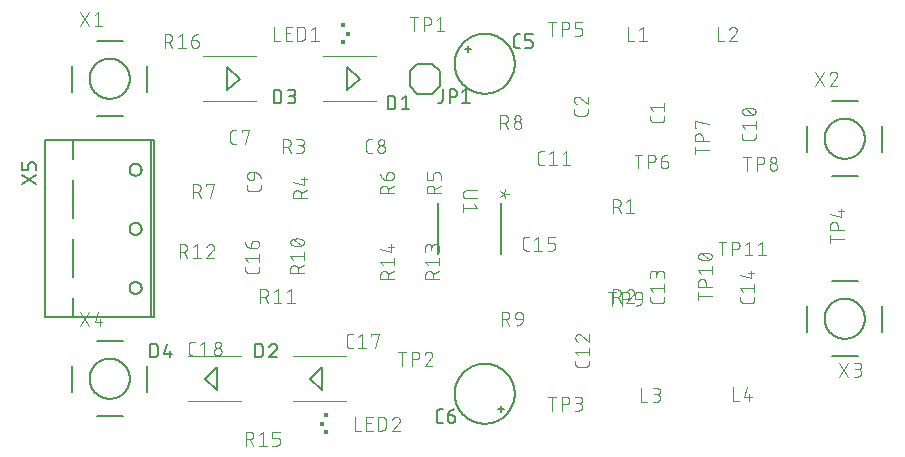
<source format=gbr>
G04 EAGLE Gerber RS-274X export*
G75*
%MOMM*%
%FSLAX34Y34*%
%LPD*%
%INSilkscreen Top*%
%IPPOS*%
%AMOC8*
5,1,8,0,0,1.08239X$1,22.5*%
G01*
%ADD10C,0.101600*%
%ADD11C,0.203200*%
%ADD12C,0.152400*%
%ADD13C,0.076200*%
%ADD14C,0.127000*%
%ADD15R,0.425000X0.325000*%
%ADD16R,0.350000X0.350000*%


D10*
X468122Y291451D02*
X468122Y288854D01*
X468120Y288755D01*
X468114Y288655D01*
X468105Y288556D01*
X468092Y288458D01*
X468075Y288360D01*
X468054Y288262D01*
X468029Y288166D01*
X468001Y288071D01*
X467969Y287977D01*
X467934Y287884D01*
X467895Y287792D01*
X467852Y287702D01*
X467807Y287614D01*
X467757Y287527D01*
X467705Y287443D01*
X467649Y287360D01*
X467591Y287280D01*
X467529Y287202D01*
X467464Y287127D01*
X467396Y287054D01*
X467326Y286984D01*
X467253Y286916D01*
X467178Y286851D01*
X467100Y286789D01*
X467020Y286731D01*
X466937Y286675D01*
X466853Y286623D01*
X466766Y286573D01*
X466678Y286528D01*
X466588Y286485D01*
X466496Y286446D01*
X466403Y286411D01*
X466309Y286379D01*
X466214Y286351D01*
X466118Y286326D01*
X466020Y286305D01*
X465922Y286288D01*
X465824Y286275D01*
X465725Y286266D01*
X465625Y286260D01*
X465526Y286258D01*
X459034Y286258D01*
X458935Y286260D01*
X458835Y286266D01*
X458736Y286275D01*
X458638Y286288D01*
X458540Y286306D01*
X458442Y286326D01*
X458346Y286351D01*
X458250Y286379D01*
X458156Y286411D01*
X458063Y286446D01*
X457972Y286485D01*
X457882Y286528D01*
X457793Y286573D01*
X457707Y286623D01*
X457622Y286675D01*
X457540Y286731D01*
X457460Y286790D01*
X457382Y286851D01*
X457306Y286916D01*
X457233Y286984D01*
X457163Y287054D01*
X457095Y287127D01*
X457030Y287203D01*
X456969Y287281D01*
X456910Y287361D01*
X456854Y287443D01*
X456802Y287528D01*
X456753Y287614D01*
X456707Y287703D01*
X456664Y287793D01*
X456625Y287884D01*
X456590Y287977D01*
X456558Y288071D01*
X456530Y288167D01*
X456505Y288263D01*
X456485Y288361D01*
X456467Y288459D01*
X456454Y288557D01*
X456445Y288656D01*
X456439Y288755D01*
X456437Y288855D01*
X456438Y288854D02*
X456438Y291451D01*
X456438Y299386D02*
X456440Y299493D01*
X456446Y299599D01*
X456456Y299705D01*
X456469Y299811D01*
X456487Y299917D01*
X456508Y300021D01*
X456533Y300125D01*
X456562Y300228D01*
X456594Y300329D01*
X456631Y300429D01*
X456671Y300528D01*
X456714Y300626D01*
X456761Y300722D01*
X456812Y300816D01*
X456866Y300908D01*
X456923Y300998D01*
X456983Y301086D01*
X457047Y301171D01*
X457114Y301254D01*
X457184Y301335D01*
X457256Y301413D01*
X457332Y301489D01*
X457410Y301561D01*
X457491Y301631D01*
X457574Y301698D01*
X457659Y301762D01*
X457747Y301822D01*
X457837Y301879D01*
X457929Y301933D01*
X458023Y301984D01*
X458119Y302031D01*
X458217Y302074D01*
X458316Y302114D01*
X458416Y302151D01*
X458517Y302183D01*
X458620Y302212D01*
X458724Y302237D01*
X458828Y302258D01*
X458934Y302276D01*
X459040Y302289D01*
X459146Y302299D01*
X459252Y302305D01*
X459359Y302307D01*
X456438Y299386D02*
X456440Y299265D01*
X456446Y299144D01*
X456456Y299024D01*
X456469Y298903D01*
X456487Y298784D01*
X456508Y298664D01*
X456533Y298546D01*
X456562Y298429D01*
X456595Y298312D01*
X456631Y298197D01*
X456672Y298083D01*
X456715Y297970D01*
X456763Y297858D01*
X456814Y297749D01*
X456869Y297641D01*
X456927Y297534D01*
X456988Y297430D01*
X457053Y297328D01*
X457121Y297228D01*
X457192Y297130D01*
X457266Y297034D01*
X457343Y296941D01*
X457424Y296851D01*
X457507Y296763D01*
X457593Y296678D01*
X457682Y296595D01*
X457773Y296516D01*
X457867Y296439D01*
X457963Y296366D01*
X458061Y296296D01*
X458162Y296229D01*
X458265Y296165D01*
X458370Y296105D01*
X458477Y296047D01*
X458585Y295994D01*
X458695Y295944D01*
X458807Y295898D01*
X458920Y295855D01*
X459035Y295816D01*
X461631Y301333D02*
X461553Y301412D01*
X461473Y301488D01*
X461390Y301561D01*
X461304Y301631D01*
X461217Y301698D01*
X461126Y301762D01*
X461034Y301822D01*
X460940Y301880D01*
X460843Y301934D01*
X460745Y301984D01*
X460645Y302031D01*
X460544Y302075D01*
X460441Y302115D01*
X460336Y302151D01*
X460231Y302183D01*
X460124Y302212D01*
X460017Y302237D01*
X459908Y302259D01*
X459799Y302276D01*
X459690Y302290D01*
X459580Y302299D01*
X459469Y302305D01*
X459359Y302307D01*
X461631Y301334D02*
X468122Y295816D01*
X468122Y302307D01*
X489645Y215392D02*
X489645Y203708D01*
X489645Y215392D02*
X492890Y215392D01*
X493003Y215390D01*
X493116Y215384D01*
X493229Y215374D01*
X493342Y215360D01*
X493454Y215343D01*
X493565Y215321D01*
X493675Y215296D01*
X493785Y215266D01*
X493893Y215233D01*
X494000Y215196D01*
X494106Y215156D01*
X494210Y215111D01*
X494313Y215063D01*
X494414Y215012D01*
X494513Y214957D01*
X494610Y214899D01*
X494705Y214837D01*
X494798Y214772D01*
X494888Y214704D01*
X494976Y214633D01*
X495062Y214558D01*
X495145Y214481D01*
X495225Y214401D01*
X495302Y214318D01*
X495377Y214232D01*
X495448Y214144D01*
X495516Y214054D01*
X495581Y213961D01*
X495643Y213866D01*
X495701Y213769D01*
X495756Y213670D01*
X495807Y213569D01*
X495855Y213466D01*
X495900Y213362D01*
X495940Y213256D01*
X495977Y213149D01*
X496010Y213041D01*
X496040Y212931D01*
X496065Y212821D01*
X496087Y212710D01*
X496104Y212598D01*
X496118Y212485D01*
X496128Y212372D01*
X496134Y212259D01*
X496136Y212146D01*
X496134Y212033D01*
X496128Y211920D01*
X496118Y211807D01*
X496104Y211694D01*
X496087Y211582D01*
X496065Y211471D01*
X496040Y211361D01*
X496010Y211251D01*
X495977Y211143D01*
X495940Y211036D01*
X495900Y210930D01*
X495855Y210826D01*
X495807Y210723D01*
X495756Y210622D01*
X495701Y210523D01*
X495643Y210426D01*
X495581Y210331D01*
X495516Y210238D01*
X495448Y210148D01*
X495377Y210060D01*
X495302Y209974D01*
X495225Y209891D01*
X495145Y209811D01*
X495062Y209734D01*
X494976Y209659D01*
X494888Y209588D01*
X494798Y209520D01*
X494705Y209455D01*
X494610Y209393D01*
X494513Y209335D01*
X494414Y209280D01*
X494313Y209229D01*
X494210Y209181D01*
X494106Y209136D01*
X494000Y209096D01*
X493893Y209059D01*
X493785Y209026D01*
X493675Y208996D01*
X493565Y208971D01*
X493454Y208949D01*
X493342Y208932D01*
X493229Y208918D01*
X493116Y208908D01*
X493003Y208902D01*
X492890Y208900D01*
X492890Y208901D02*
X489645Y208901D01*
X493539Y208901D02*
X496136Y203708D01*
X501001Y212796D02*
X504246Y215392D01*
X504246Y203708D01*
X501001Y203708D02*
X507492Y203708D01*
D11*
X74500Y349500D02*
X52500Y349500D01*
X95500Y328500D02*
X95500Y306500D01*
X74500Y285500D02*
X52500Y285500D01*
X31500Y306500D02*
X31500Y328500D01*
X46500Y317500D02*
X46505Y317917D01*
X46520Y318334D01*
X46546Y318751D01*
X46582Y319166D01*
X46628Y319581D01*
X46684Y319994D01*
X46750Y320406D01*
X46827Y320817D01*
X46913Y321225D01*
X47009Y321631D01*
X47116Y322034D01*
X47232Y322435D01*
X47358Y322833D01*
X47494Y323227D01*
X47639Y323618D01*
X47794Y324006D01*
X47958Y324389D01*
X48132Y324768D01*
X48315Y325143D01*
X48507Y325514D01*
X48709Y325879D01*
X48919Y326240D01*
X49137Y326595D01*
X49365Y326945D01*
X49601Y327289D01*
X49845Y327627D01*
X50098Y327959D01*
X50359Y328285D01*
X50627Y328604D01*
X50904Y328917D01*
X51188Y329222D01*
X51479Y329521D01*
X51778Y329812D01*
X52083Y330096D01*
X52396Y330373D01*
X52715Y330641D01*
X53041Y330902D01*
X53373Y331155D01*
X53711Y331399D01*
X54055Y331635D01*
X54405Y331863D01*
X54760Y332081D01*
X55121Y332291D01*
X55486Y332493D01*
X55857Y332685D01*
X56232Y332868D01*
X56611Y333042D01*
X56994Y333206D01*
X57382Y333361D01*
X57773Y333506D01*
X58167Y333642D01*
X58565Y333768D01*
X58966Y333884D01*
X59369Y333991D01*
X59775Y334087D01*
X60183Y334173D01*
X60594Y334250D01*
X61006Y334316D01*
X61419Y334372D01*
X61834Y334418D01*
X62249Y334454D01*
X62666Y334480D01*
X63083Y334495D01*
X63500Y334500D01*
X63917Y334495D01*
X64334Y334480D01*
X64751Y334454D01*
X65166Y334418D01*
X65581Y334372D01*
X65994Y334316D01*
X66406Y334250D01*
X66817Y334173D01*
X67225Y334087D01*
X67631Y333991D01*
X68034Y333884D01*
X68435Y333768D01*
X68833Y333642D01*
X69227Y333506D01*
X69618Y333361D01*
X70006Y333206D01*
X70389Y333042D01*
X70768Y332868D01*
X71143Y332685D01*
X71514Y332493D01*
X71879Y332291D01*
X72240Y332081D01*
X72595Y331863D01*
X72945Y331635D01*
X73289Y331399D01*
X73627Y331155D01*
X73959Y330902D01*
X74285Y330641D01*
X74604Y330373D01*
X74917Y330096D01*
X75222Y329812D01*
X75521Y329521D01*
X75812Y329222D01*
X76096Y328917D01*
X76373Y328604D01*
X76641Y328285D01*
X76902Y327959D01*
X77155Y327627D01*
X77399Y327289D01*
X77635Y326945D01*
X77863Y326595D01*
X78081Y326240D01*
X78291Y325879D01*
X78493Y325514D01*
X78685Y325143D01*
X78868Y324768D01*
X79042Y324389D01*
X79206Y324006D01*
X79361Y323618D01*
X79506Y323227D01*
X79642Y322833D01*
X79768Y322435D01*
X79884Y322034D01*
X79991Y321631D01*
X80087Y321225D01*
X80173Y320817D01*
X80250Y320406D01*
X80316Y319994D01*
X80372Y319581D01*
X80418Y319166D01*
X80454Y318751D01*
X80480Y318334D01*
X80495Y317917D01*
X80500Y317500D01*
X80495Y317083D01*
X80480Y316666D01*
X80454Y316249D01*
X80418Y315834D01*
X80372Y315419D01*
X80316Y315006D01*
X80250Y314594D01*
X80173Y314183D01*
X80087Y313775D01*
X79991Y313369D01*
X79884Y312966D01*
X79768Y312565D01*
X79642Y312167D01*
X79506Y311773D01*
X79361Y311382D01*
X79206Y310994D01*
X79042Y310611D01*
X78868Y310232D01*
X78685Y309857D01*
X78493Y309486D01*
X78291Y309121D01*
X78081Y308760D01*
X77863Y308405D01*
X77635Y308055D01*
X77399Y307711D01*
X77155Y307373D01*
X76902Y307041D01*
X76641Y306715D01*
X76373Y306396D01*
X76096Y306083D01*
X75812Y305778D01*
X75521Y305479D01*
X75222Y305188D01*
X74917Y304904D01*
X74604Y304627D01*
X74285Y304359D01*
X73959Y304098D01*
X73627Y303845D01*
X73289Y303601D01*
X72945Y303365D01*
X72595Y303137D01*
X72240Y302919D01*
X71879Y302709D01*
X71514Y302507D01*
X71143Y302315D01*
X70768Y302132D01*
X70389Y301958D01*
X70006Y301794D01*
X69618Y301639D01*
X69227Y301494D01*
X68833Y301358D01*
X68435Y301232D01*
X68034Y301116D01*
X67631Y301009D01*
X67225Y300913D01*
X66817Y300827D01*
X66406Y300750D01*
X65994Y300684D01*
X65581Y300628D01*
X65166Y300582D01*
X64751Y300546D01*
X64334Y300520D01*
X63917Y300505D01*
X63500Y300500D01*
X63083Y300505D01*
X62666Y300520D01*
X62249Y300546D01*
X61834Y300582D01*
X61419Y300628D01*
X61006Y300684D01*
X60594Y300750D01*
X60183Y300827D01*
X59775Y300913D01*
X59369Y301009D01*
X58966Y301116D01*
X58565Y301232D01*
X58167Y301358D01*
X57773Y301494D01*
X57382Y301639D01*
X56994Y301794D01*
X56611Y301958D01*
X56232Y302132D01*
X55857Y302315D01*
X55486Y302507D01*
X55121Y302709D01*
X54760Y302919D01*
X54405Y303137D01*
X54055Y303365D01*
X53711Y303601D01*
X53373Y303845D01*
X53041Y304098D01*
X52715Y304359D01*
X52396Y304627D01*
X52083Y304904D01*
X51778Y305188D01*
X51479Y305479D01*
X51188Y305778D01*
X50904Y306083D01*
X50627Y306396D01*
X50359Y306715D01*
X50098Y307041D01*
X49845Y307373D01*
X49601Y307711D01*
X49365Y308055D01*
X49137Y308405D01*
X48919Y308760D01*
X48709Y309121D01*
X48507Y309486D01*
X48315Y309857D01*
X48132Y310232D01*
X47958Y310611D01*
X47794Y310994D01*
X47639Y311382D01*
X47494Y311773D01*
X47358Y312167D01*
X47232Y312565D01*
X47116Y312966D01*
X47009Y313369D01*
X46913Y313775D01*
X46827Y314183D01*
X46750Y314594D01*
X46684Y315006D01*
X46628Y315419D01*
X46582Y315834D01*
X46546Y316249D01*
X46520Y316666D01*
X46505Y317083D01*
X46500Y317500D01*
D10*
X38608Y362458D02*
X46397Y374142D01*
X38608Y374142D02*
X46397Y362458D01*
X50687Y371546D02*
X53933Y374142D01*
X53933Y362458D01*
X57178Y362458D02*
X50687Y362458D01*
D11*
X674800Y298700D02*
X696800Y298700D01*
X717800Y277700D02*
X717800Y255700D01*
X696800Y234700D02*
X674800Y234700D01*
X653800Y255700D02*
X653800Y277700D01*
X668800Y266700D02*
X668805Y267117D01*
X668820Y267534D01*
X668846Y267951D01*
X668882Y268366D01*
X668928Y268781D01*
X668984Y269194D01*
X669050Y269606D01*
X669127Y270017D01*
X669213Y270425D01*
X669309Y270831D01*
X669416Y271234D01*
X669532Y271635D01*
X669658Y272033D01*
X669794Y272427D01*
X669939Y272818D01*
X670094Y273206D01*
X670258Y273589D01*
X670432Y273968D01*
X670615Y274343D01*
X670807Y274714D01*
X671009Y275079D01*
X671219Y275440D01*
X671437Y275795D01*
X671665Y276145D01*
X671901Y276489D01*
X672145Y276827D01*
X672398Y277159D01*
X672659Y277485D01*
X672927Y277804D01*
X673204Y278117D01*
X673488Y278422D01*
X673779Y278721D01*
X674078Y279012D01*
X674383Y279296D01*
X674696Y279573D01*
X675015Y279841D01*
X675341Y280102D01*
X675673Y280355D01*
X676011Y280599D01*
X676355Y280835D01*
X676705Y281063D01*
X677060Y281281D01*
X677421Y281491D01*
X677786Y281693D01*
X678157Y281885D01*
X678532Y282068D01*
X678911Y282242D01*
X679294Y282406D01*
X679682Y282561D01*
X680073Y282706D01*
X680467Y282842D01*
X680865Y282968D01*
X681266Y283084D01*
X681669Y283191D01*
X682075Y283287D01*
X682483Y283373D01*
X682894Y283450D01*
X683306Y283516D01*
X683719Y283572D01*
X684134Y283618D01*
X684549Y283654D01*
X684966Y283680D01*
X685383Y283695D01*
X685800Y283700D01*
X686217Y283695D01*
X686634Y283680D01*
X687051Y283654D01*
X687466Y283618D01*
X687881Y283572D01*
X688294Y283516D01*
X688706Y283450D01*
X689117Y283373D01*
X689525Y283287D01*
X689931Y283191D01*
X690334Y283084D01*
X690735Y282968D01*
X691133Y282842D01*
X691527Y282706D01*
X691918Y282561D01*
X692306Y282406D01*
X692689Y282242D01*
X693068Y282068D01*
X693443Y281885D01*
X693814Y281693D01*
X694179Y281491D01*
X694540Y281281D01*
X694895Y281063D01*
X695245Y280835D01*
X695589Y280599D01*
X695927Y280355D01*
X696259Y280102D01*
X696585Y279841D01*
X696904Y279573D01*
X697217Y279296D01*
X697522Y279012D01*
X697821Y278721D01*
X698112Y278422D01*
X698396Y278117D01*
X698673Y277804D01*
X698941Y277485D01*
X699202Y277159D01*
X699455Y276827D01*
X699699Y276489D01*
X699935Y276145D01*
X700163Y275795D01*
X700381Y275440D01*
X700591Y275079D01*
X700793Y274714D01*
X700985Y274343D01*
X701168Y273968D01*
X701342Y273589D01*
X701506Y273206D01*
X701661Y272818D01*
X701806Y272427D01*
X701942Y272033D01*
X702068Y271635D01*
X702184Y271234D01*
X702291Y270831D01*
X702387Y270425D01*
X702473Y270017D01*
X702550Y269606D01*
X702616Y269194D01*
X702672Y268781D01*
X702718Y268366D01*
X702754Y267951D01*
X702780Y267534D01*
X702795Y267117D01*
X702800Y266700D01*
X702795Y266283D01*
X702780Y265866D01*
X702754Y265449D01*
X702718Y265034D01*
X702672Y264619D01*
X702616Y264206D01*
X702550Y263794D01*
X702473Y263383D01*
X702387Y262975D01*
X702291Y262569D01*
X702184Y262166D01*
X702068Y261765D01*
X701942Y261367D01*
X701806Y260973D01*
X701661Y260582D01*
X701506Y260194D01*
X701342Y259811D01*
X701168Y259432D01*
X700985Y259057D01*
X700793Y258686D01*
X700591Y258321D01*
X700381Y257960D01*
X700163Y257605D01*
X699935Y257255D01*
X699699Y256911D01*
X699455Y256573D01*
X699202Y256241D01*
X698941Y255915D01*
X698673Y255596D01*
X698396Y255283D01*
X698112Y254978D01*
X697821Y254679D01*
X697522Y254388D01*
X697217Y254104D01*
X696904Y253827D01*
X696585Y253559D01*
X696259Y253298D01*
X695927Y253045D01*
X695589Y252801D01*
X695245Y252565D01*
X694895Y252337D01*
X694540Y252119D01*
X694179Y251909D01*
X693814Y251707D01*
X693443Y251515D01*
X693068Y251332D01*
X692689Y251158D01*
X692306Y250994D01*
X691918Y250839D01*
X691527Y250694D01*
X691133Y250558D01*
X690735Y250432D01*
X690334Y250316D01*
X689931Y250209D01*
X689525Y250113D01*
X689117Y250027D01*
X688706Y249950D01*
X688294Y249884D01*
X687881Y249828D01*
X687466Y249782D01*
X687051Y249746D01*
X686634Y249720D01*
X686217Y249705D01*
X685800Y249700D01*
X685383Y249705D01*
X684966Y249720D01*
X684549Y249746D01*
X684134Y249782D01*
X683719Y249828D01*
X683306Y249884D01*
X682894Y249950D01*
X682483Y250027D01*
X682075Y250113D01*
X681669Y250209D01*
X681266Y250316D01*
X680865Y250432D01*
X680467Y250558D01*
X680073Y250694D01*
X679682Y250839D01*
X679294Y250994D01*
X678911Y251158D01*
X678532Y251332D01*
X678157Y251515D01*
X677786Y251707D01*
X677421Y251909D01*
X677060Y252119D01*
X676705Y252337D01*
X676355Y252565D01*
X676011Y252801D01*
X675673Y253045D01*
X675341Y253298D01*
X675015Y253559D01*
X674696Y253827D01*
X674383Y254104D01*
X674078Y254388D01*
X673779Y254679D01*
X673488Y254978D01*
X673204Y255283D01*
X672927Y255596D01*
X672659Y255915D01*
X672398Y256241D01*
X672145Y256573D01*
X671901Y256911D01*
X671665Y257255D01*
X671437Y257605D01*
X671219Y257960D01*
X671009Y258321D01*
X670807Y258686D01*
X670615Y259057D01*
X670432Y259432D01*
X670258Y259811D01*
X670094Y260194D01*
X669939Y260582D01*
X669794Y260973D01*
X669658Y261367D01*
X669532Y261765D01*
X669416Y262166D01*
X669309Y262569D01*
X669213Y262975D01*
X669127Y263383D01*
X669050Y263794D01*
X668984Y264206D01*
X668928Y264619D01*
X668882Y265034D01*
X668846Y265449D01*
X668820Y265866D01*
X668805Y266283D01*
X668800Y266700D01*
D10*
X660908Y311658D02*
X668697Y323342D01*
X660908Y323342D02*
X668697Y311658D01*
X679478Y320421D02*
X679476Y320528D01*
X679470Y320634D01*
X679460Y320740D01*
X679447Y320846D01*
X679429Y320952D01*
X679408Y321056D01*
X679383Y321160D01*
X679354Y321263D01*
X679322Y321364D01*
X679285Y321464D01*
X679245Y321563D01*
X679202Y321661D01*
X679155Y321757D01*
X679104Y321851D01*
X679050Y321943D01*
X678993Y322033D01*
X678933Y322121D01*
X678869Y322206D01*
X678802Y322289D01*
X678732Y322370D01*
X678660Y322448D01*
X678584Y322524D01*
X678506Y322596D01*
X678425Y322666D01*
X678342Y322733D01*
X678257Y322797D01*
X678169Y322857D01*
X678079Y322914D01*
X677987Y322968D01*
X677893Y323019D01*
X677797Y323066D01*
X677699Y323109D01*
X677600Y323149D01*
X677500Y323186D01*
X677399Y323218D01*
X677296Y323247D01*
X677192Y323272D01*
X677088Y323293D01*
X676982Y323311D01*
X676876Y323324D01*
X676770Y323334D01*
X676664Y323340D01*
X676557Y323342D01*
X676436Y323340D01*
X676315Y323334D01*
X676195Y323324D01*
X676074Y323311D01*
X675955Y323293D01*
X675835Y323272D01*
X675717Y323247D01*
X675600Y323218D01*
X675483Y323185D01*
X675368Y323149D01*
X675254Y323108D01*
X675141Y323065D01*
X675029Y323017D01*
X674920Y322966D01*
X674812Y322911D01*
X674705Y322853D01*
X674601Y322792D01*
X674499Y322727D01*
X674399Y322659D01*
X674301Y322588D01*
X674205Y322514D01*
X674112Y322437D01*
X674022Y322356D01*
X673934Y322273D01*
X673849Y322187D01*
X673766Y322098D01*
X673687Y322007D01*
X673610Y321913D01*
X673537Y321817D01*
X673467Y321719D01*
X673400Y321618D01*
X673336Y321515D01*
X673276Y321410D01*
X673219Y321303D01*
X673165Y321195D01*
X673115Y321085D01*
X673069Y320973D01*
X673026Y320860D01*
X672987Y320745D01*
X678505Y318149D02*
X678584Y318226D01*
X678660Y318307D01*
X678733Y318390D01*
X678803Y318475D01*
X678870Y318563D01*
X678934Y318653D01*
X678994Y318745D01*
X679051Y318840D01*
X679105Y318936D01*
X679156Y319034D01*
X679203Y319134D01*
X679247Y319236D01*
X679287Y319339D01*
X679323Y319443D01*
X679355Y319549D01*
X679384Y319655D01*
X679409Y319763D01*
X679431Y319871D01*
X679448Y319981D01*
X679462Y320090D01*
X679471Y320200D01*
X679477Y320311D01*
X679479Y320421D01*
X678505Y318149D02*
X672987Y311658D01*
X679478Y311658D01*
D12*
X341884Y211836D02*
X341884Y169164D01*
X394716Y169164D02*
X394716Y211836D01*
D13*
X397200Y219999D02*
X401179Y219999D01*
X397200Y219999D02*
X394215Y217678D01*
X397200Y219999D02*
X394215Y222321D01*
X397200Y219999D02*
X398526Y216352D01*
X397200Y219999D02*
X398526Y223647D01*
X374269Y222885D02*
X365647Y222885D01*
X365533Y222883D01*
X365418Y222877D01*
X365304Y222867D01*
X365191Y222853D01*
X365077Y222836D01*
X364965Y222814D01*
X364853Y222789D01*
X364743Y222759D01*
X364633Y222726D01*
X364525Y222689D01*
X364418Y222649D01*
X364312Y222604D01*
X364208Y222557D01*
X364106Y222505D01*
X364006Y222450D01*
X363907Y222392D01*
X363811Y222330D01*
X363716Y222265D01*
X363625Y222197D01*
X363535Y222125D01*
X363448Y222051D01*
X363364Y221974D01*
X363282Y221893D01*
X363203Y221810D01*
X363127Y221725D01*
X363054Y221636D01*
X362985Y221546D01*
X362918Y221453D01*
X362855Y221357D01*
X362795Y221260D01*
X362738Y221160D01*
X362685Y221059D01*
X362635Y220956D01*
X362589Y220851D01*
X362546Y220745D01*
X362508Y220637D01*
X362473Y220528D01*
X362442Y220418D01*
X362414Y220307D01*
X362391Y220195D01*
X362371Y220082D01*
X362355Y219969D01*
X362343Y219855D01*
X362335Y219741D01*
X362331Y219626D01*
X362331Y219512D01*
X362335Y219397D01*
X362343Y219283D01*
X362355Y219169D01*
X362371Y219056D01*
X362391Y218943D01*
X362414Y218831D01*
X362442Y218720D01*
X362473Y218610D01*
X362508Y218501D01*
X362546Y218393D01*
X362589Y218287D01*
X362635Y218182D01*
X362685Y218079D01*
X362738Y217978D01*
X362795Y217878D01*
X362855Y217781D01*
X362918Y217685D01*
X362985Y217592D01*
X363054Y217502D01*
X363127Y217413D01*
X363203Y217328D01*
X363282Y217245D01*
X363364Y217164D01*
X363448Y217087D01*
X363535Y217013D01*
X363625Y216941D01*
X363716Y216873D01*
X363811Y216808D01*
X363907Y216746D01*
X364006Y216688D01*
X364106Y216633D01*
X364208Y216581D01*
X364312Y216534D01*
X364418Y216489D01*
X364525Y216449D01*
X364633Y216412D01*
X364743Y216379D01*
X364853Y216349D01*
X364965Y216324D01*
X365077Y216302D01*
X365191Y216285D01*
X365304Y216271D01*
X365418Y216261D01*
X365533Y216255D01*
X365647Y216253D01*
X374269Y216253D01*
X371616Y211074D02*
X374269Y207758D01*
X362331Y207758D01*
X362331Y211074D02*
X362331Y204442D01*
D10*
X289306Y298450D02*
X244094Y298450D01*
X244094Y336550D02*
X289306Y336550D01*
D11*
X275000Y317500D02*
X264770Y307500D01*
X275000Y317500D02*
X264770Y327500D01*
X264770Y307500D01*
D14*
X299094Y303175D02*
X299094Y291745D01*
X299094Y303175D02*
X302269Y303175D01*
X302380Y303173D01*
X302490Y303167D01*
X302601Y303158D01*
X302711Y303144D01*
X302820Y303127D01*
X302929Y303106D01*
X303037Y303081D01*
X303144Y303052D01*
X303250Y303020D01*
X303355Y302984D01*
X303458Y302944D01*
X303560Y302901D01*
X303661Y302854D01*
X303760Y302803D01*
X303857Y302750D01*
X303951Y302693D01*
X304044Y302632D01*
X304135Y302569D01*
X304224Y302502D01*
X304310Y302432D01*
X304393Y302359D01*
X304475Y302284D01*
X304553Y302206D01*
X304628Y302124D01*
X304701Y302041D01*
X304771Y301955D01*
X304838Y301866D01*
X304901Y301775D01*
X304962Y301682D01*
X305019Y301588D01*
X305072Y301491D01*
X305123Y301392D01*
X305170Y301291D01*
X305213Y301189D01*
X305253Y301086D01*
X305289Y300981D01*
X305321Y300875D01*
X305350Y300768D01*
X305375Y300660D01*
X305396Y300551D01*
X305413Y300442D01*
X305427Y300332D01*
X305436Y300221D01*
X305442Y300111D01*
X305444Y300000D01*
X305444Y294920D01*
X305442Y294809D01*
X305436Y294699D01*
X305427Y294588D01*
X305413Y294478D01*
X305396Y294369D01*
X305375Y294260D01*
X305350Y294152D01*
X305321Y294045D01*
X305289Y293939D01*
X305253Y293834D01*
X305213Y293731D01*
X305170Y293629D01*
X305123Y293528D01*
X305072Y293429D01*
X305019Y293332D01*
X304962Y293238D01*
X304901Y293145D01*
X304838Y293054D01*
X304771Y292965D01*
X304701Y292879D01*
X304628Y292796D01*
X304553Y292714D01*
X304475Y292636D01*
X304393Y292561D01*
X304310Y292488D01*
X304224Y292418D01*
X304135Y292351D01*
X304044Y292288D01*
X303951Y292227D01*
X303857Y292170D01*
X303760Y292117D01*
X303661Y292066D01*
X303560Y292019D01*
X303458Y291976D01*
X303355Y291936D01*
X303250Y291900D01*
X303144Y291868D01*
X303037Y291839D01*
X302929Y291814D01*
X302820Y291793D01*
X302711Y291776D01*
X302601Y291762D01*
X302490Y291753D01*
X302380Y291747D01*
X302269Y291745D01*
X299094Y291745D01*
X310905Y300635D02*
X314080Y303175D01*
X314080Y291745D01*
X310905Y291745D02*
X317255Y291745D01*
D10*
X263906Y82550D02*
X218694Y82550D01*
X218694Y44450D02*
X263906Y44450D01*
D11*
X243230Y73500D02*
X233000Y63500D01*
X243230Y53500D01*
X243230Y73500D01*
D14*
X186935Y81635D02*
X186935Y93065D01*
X190110Y93065D01*
X190221Y93063D01*
X190331Y93057D01*
X190442Y93048D01*
X190552Y93034D01*
X190661Y93017D01*
X190770Y92996D01*
X190878Y92971D01*
X190985Y92942D01*
X191091Y92910D01*
X191196Y92874D01*
X191299Y92834D01*
X191401Y92791D01*
X191502Y92744D01*
X191601Y92693D01*
X191698Y92640D01*
X191792Y92583D01*
X191885Y92522D01*
X191976Y92459D01*
X192065Y92392D01*
X192151Y92322D01*
X192234Y92249D01*
X192316Y92174D01*
X192394Y92096D01*
X192469Y92014D01*
X192542Y91931D01*
X192612Y91845D01*
X192679Y91756D01*
X192742Y91665D01*
X192803Y91572D01*
X192860Y91478D01*
X192913Y91381D01*
X192964Y91282D01*
X193011Y91181D01*
X193054Y91079D01*
X193094Y90976D01*
X193130Y90871D01*
X193162Y90765D01*
X193191Y90658D01*
X193216Y90550D01*
X193237Y90441D01*
X193254Y90332D01*
X193268Y90222D01*
X193277Y90111D01*
X193283Y90001D01*
X193285Y89890D01*
X193285Y84810D01*
X193283Y84699D01*
X193277Y84589D01*
X193268Y84478D01*
X193254Y84368D01*
X193237Y84259D01*
X193216Y84150D01*
X193191Y84042D01*
X193162Y83935D01*
X193130Y83829D01*
X193094Y83724D01*
X193054Y83621D01*
X193011Y83519D01*
X192964Y83418D01*
X192913Y83319D01*
X192860Y83222D01*
X192803Y83128D01*
X192742Y83035D01*
X192679Y82944D01*
X192612Y82855D01*
X192542Y82769D01*
X192469Y82686D01*
X192394Y82604D01*
X192316Y82526D01*
X192234Y82451D01*
X192151Y82378D01*
X192065Y82308D01*
X191976Y82241D01*
X191885Y82178D01*
X191792Y82117D01*
X191697Y82060D01*
X191601Y82007D01*
X191502Y81956D01*
X191401Y81909D01*
X191299Y81866D01*
X191196Y81826D01*
X191091Y81790D01*
X190985Y81758D01*
X190878Y81729D01*
X190770Y81704D01*
X190661Y81683D01*
X190552Y81666D01*
X190442Y81652D01*
X190331Y81643D01*
X190221Y81637D01*
X190110Y81635D01*
X186935Y81635D01*
X202239Y93066D02*
X202343Y93064D01*
X202448Y93058D01*
X202552Y93049D01*
X202655Y93036D01*
X202758Y93018D01*
X202860Y92998D01*
X202962Y92973D01*
X203062Y92945D01*
X203162Y92913D01*
X203260Y92877D01*
X203357Y92838D01*
X203452Y92796D01*
X203546Y92750D01*
X203638Y92700D01*
X203728Y92648D01*
X203816Y92592D01*
X203902Y92532D01*
X203986Y92470D01*
X204067Y92405D01*
X204146Y92337D01*
X204223Y92265D01*
X204296Y92192D01*
X204368Y92115D01*
X204436Y92036D01*
X204501Y91955D01*
X204563Y91871D01*
X204623Y91785D01*
X204679Y91697D01*
X204731Y91607D01*
X204781Y91515D01*
X204827Y91421D01*
X204869Y91326D01*
X204908Y91229D01*
X204944Y91131D01*
X204976Y91031D01*
X205004Y90931D01*
X205029Y90829D01*
X205049Y90727D01*
X205067Y90624D01*
X205080Y90521D01*
X205089Y90417D01*
X205095Y90312D01*
X205097Y90208D01*
X202239Y93065D02*
X202121Y93063D01*
X202002Y93057D01*
X201884Y93048D01*
X201767Y93035D01*
X201650Y93017D01*
X201533Y92997D01*
X201417Y92972D01*
X201302Y92944D01*
X201189Y92911D01*
X201076Y92876D01*
X200964Y92836D01*
X200854Y92794D01*
X200745Y92747D01*
X200637Y92697D01*
X200532Y92644D01*
X200428Y92587D01*
X200326Y92527D01*
X200226Y92464D01*
X200128Y92397D01*
X200032Y92328D01*
X199939Y92255D01*
X199848Y92179D01*
X199759Y92101D01*
X199673Y92019D01*
X199590Y91935D01*
X199509Y91849D01*
X199432Y91759D01*
X199357Y91668D01*
X199285Y91574D01*
X199216Y91477D01*
X199151Y91379D01*
X199088Y91278D01*
X199029Y91175D01*
X198973Y91071D01*
X198921Y90965D01*
X198872Y90857D01*
X198827Y90748D01*
X198785Y90637D01*
X198747Y90525D01*
X204144Y87986D02*
X204220Y88061D01*
X204295Y88140D01*
X204366Y88221D01*
X204435Y88305D01*
X204500Y88391D01*
X204562Y88479D01*
X204622Y88569D01*
X204678Y88661D01*
X204731Y88756D01*
X204780Y88852D01*
X204826Y88950D01*
X204869Y89049D01*
X204908Y89150D01*
X204943Y89252D01*
X204975Y89355D01*
X205003Y89459D01*
X205028Y89564D01*
X205049Y89671D01*
X205066Y89777D01*
X205079Y89884D01*
X205088Y89992D01*
X205094Y90100D01*
X205096Y90208D01*
X204144Y87985D02*
X198746Y81635D01*
X205096Y81635D01*
D12*
X364490Y342900D02*
X367030Y342900D01*
X367030Y340360D01*
X367030Y342900D02*
X369570Y342900D01*
X367030Y342900D02*
X367030Y345440D01*
X355600Y330200D02*
X355608Y330823D01*
X355631Y331446D01*
X355669Y332069D01*
X355722Y332690D01*
X355791Y333309D01*
X355875Y333927D01*
X355974Y334542D01*
X356088Y335155D01*
X356217Y335765D01*
X356361Y336372D01*
X356520Y336975D01*
X356694Y337573D01*
X356882Y338168D01*
X357085Y338757D01*
X357302Y339341D01*
X357533Y339920D01*
X357779Y340493D01*
X358039Y341060D01*
X358312Y341620D01*
X358599Y342173D01*
X358900Y342720D01*
X359214Y343258D01*
X359541Y343789D01*
X359881Y344311D01*
X360233Y344826D01*
X360599Y345331D01*
X360976Y345827D01*
X361366Y346314D01*
X361767Y346791D01*
X362180Y347258D01*
X362604Y347714D01*
X363039Y348161D01*
X363486Y348596D01*
X363942Y349020D01*
X364409Y349433D01*
X364886Y349834D01*
X365373Y350224D01*
X365869Y350601D01*
X366374Y350967D01*
X366889Y351319D01*
X367411Y351659D01*
X367942Y351986D01*
X368480Y352300D01*
X369027Y352601D01*
X369580Y352888D01*
X370140Y353161D01*
X370707Y353421D01*
X371280Y353667D01*
X371859Y353898D01*
X372443Y354115D01*
X373032Y354318D01*
X373627Y354506D01*
X374225Y354680D01*
X374828Y354839D01*
X375435Y354983D01*
X376045Y355112D01*
X376658Y355226D01*
X377273Y355325D01*
X377891Y355409D01*
X378510Y355478D01*
X379131Y355531D01*
X379754Y355569D01*
X380377Y355592D01*
X381000Y355600D01*
X381623Y355592D01*
X382246Y355569D01*
X382869Y355531D01*
X383490Y355478D01*
X384109Y355409D01*
X384727Y355325D01*
X385342Y355226D01*
X385955Y355112D01*
X386565Y354983D01*
X387172Y354839D01*
X387775Y354680D01*
X388373Y354506D01*
X388968Y354318D01*
X389557Y354115D01*
X390141Y353898D01*
X390720Y353667D01*
X391293Y353421D01*
X391860Y353161D01*
X392420Y352888D01*
X392973Y352601D01*
X393520Y352300D01*
X394058Y351986D01*
X394589Y351659D01*
X395111Y351319D01*
X395626Y350967D01*
X396131Y350601D01*
X396627Y350224D01*
X397114Y349834D01*
X397591Y349433D01*
X398058Y349020D01*
X398514Y348596D01*
X398961Y348161D01*
X399396Y347714D01*
X399820Y347258D01*
X400233Y346791D01*
X400634Y346314D01*
X401024Y345827D01*
X401401Y345331D01*
X401767Y344826D01*
X402119Y344311D01*
X402459Y343789D01*
X402786Y343258D01*
X403100Y342720D01*
X403401Y342173D01*
X403688Y341620D01*
X403961Y341060D01*
X404221Y340493D01*
X404467Y339920D01*
X404698Y339341D01*
X404915Y338757D01*
X405118Y338168D01*
X405306Y337573D01*
X405480Y336975D01*
X405639Y336372D01*
X405783Y335765D01*
X405912Y335155D01*
X406026Y334542D01*
X406125Y333927D01*
X406209Y333309D01*
X406278Y332690D01*
X406331Y332069D01*
X406369Y331446D01*
X406392Y330823D01*
X406400Y330200D01*
X406392Y329577D01*
X406369Y328954D01*
X406331Y328331D01*
X406278Y327710D01*
X406209Y327091D01*
X406125Y326473D01*
X406026Y325858D01*
X405912Y325245D01*
X405783Y324635D01*
X405639Y324028D01*
X405480Y323425D01*
X405306Y322827D01*
X405118Y322232D01*
X404915Y321643D01*
X404698Y321059D01*
X404467Y320480D01*
X404221Y319907D01*
X403961Y319340D01*
X403688Y318780D01*
X403401Y318227D01*
X403100Y317680D01*
X402786Y317142D01*
X402459Y316611D01*
X402119Y316089D01*
X401767Y315574D01*
X401401Y315069D01*
X401024Y314573D01*
X400634Y314086D01*
X400233Y313609D01*
X399820Y313142D01*
X399396Y312686D01*
X398961Y312239D01*
X398514Y311804D01*
X398058Y311380D01*
X397591Y310967D01*
X397114Y310566D01*
X396627Y310176D01*
X396131Y309799D01*
X395626Y309433D01*
X395111Y309081D01*
X394589Y308741D01*
X394058Y308414D01*
X393520Y308100D01*
X392973Y307799D01*
X392420Y307512D01*
X391860Y307239D01*
X391293Y306979D01*
X390720Y306733D01*
X390141Y306502D01*
X389557Y306285D01*
X388968Y306082D01*
X388373Y305894D01*
X387775Y305720D01*
X387172Y305561D01*
X386565Y305417D01*
X385955Y305288D01*
X385342Y305174D01*
X384727Y305075D01*
X384109Y304991D01*
X383490Y304922D01*
X382869Y304869D01*
X382246Y304831D01*
X381623Y304808D01*
X381000Y304800D01*
X380377Y304808D01*
X379754Y304831D01*
X379131Y304869D01*
X378510Y304922D01*
X377891Y304991D01*
X377273Y305075D01*
X376658Y305174D01*
X376045Y305288D01*
X375435Y305417D01*
X374828Y305561D01*
X374225Y305720D01*
X373627Y305894D01*
X373032Y306082D01*
X372443Y306285D01*
X371859Y306502D01*
X371280Y306733D01*
X370707Y306979D01*
X370140Y307239D01*
X369580Y307512D01*
X369027Y307799D01*
X368480Y308100D01*
X367942Y308414D01*
X367411Y308741D01*
X366889Y309081D01*
X366374Y309433D01*
X365869Y309799D01*
X365373Y310176D01*
X364886Y310566D01*
X364409Y310967D01*
X363942Y311380D01*
X363486Y311804D01*
X363039Y312239D01*
X362604Y312686D01*
X362180Y313142D01*
X361767Y313609D01*
X361366Y314086D01*
X360976Y314573D01*
X360599Y315069D01*
X360233Y315574D01*
X359881Y316089D01*
X359541Y316611D01*
X359214Y317142D01*
X358900Y317680D01*
X358599Y318227D01*
X358312Y318780D01*
X358039Y319340D01*
X357779Y319907D01*
X357533Y320480D01*
X357302Y321059D01*
X357085Y321643D01*
X356882Y322232D01*
X356694Y322827D01*
X356520Y323425D01*
X356361Y324028D01*
X356217Y324635D01*
X356088Y325245D01*
X355974Y325858D01*
X355875Y326473D01*
X355791Y327091D01*
X355722Y327710D01*
X355669Y328331D01*
X355631Y328954D01*
X355608Y329577D01*
X355600Y330200D01*
D14*
X408305Y343535D02*
X410845Y343535D01*
X408305Y343535D02*
X408205Y343537D01*
X408106Y343543D01*
X408006Y343553D01*
X407908Y343566D01*
X407809Y343584D01*
X407712Y343605D01*
X407616Y343630D01*
X407520Y343659D01*
X407426Y343692D01*
X407333Y343728D01*
X407242Y343768D01*
X407152Y343812D01*
X407064Y343859D01*
X406978Y343909D01*
X406894Y343963D01*
X406812Y344020D01*
X406733Y344080D01*
X406655Y344144D01*
X406581Y344210D01*
X406509Y344279D01*
X406440Y344351D01*
X406374Y344425D01*
X406310Y344503D01*
X406250Y344582D01*
X406193Y344664D01*
X406139Y344748D01*
X406089Y344834D01*
X406042Y344922D01*
X405998Y345012D01*
X405958Y345103D01*
X405922Y345196D01*
X405889Y345290D01*
X405860Y345386D01*
X405835Y345482D01*
X405814Y345579D01*
X405796Y345678D01*
X405783Y345776D01*
X405773Y345876D01*
X405767Y345975D01*
X405765Y346075D01*
X405765Y352425D01*
X405767Y352525D01*
X405773Y352624D01*
X405783Y352724D01*
X405796Y352822D01*
X405814Y352921D01*
X405835Y353018D01*
X405860Y353114D01*
X405889Y353210D01*
X405922Y353304D01*
X405958Y353397D01*
X405998Y353488D01*
X406042Y353578D01*
X406089Y353666D01*
X406139Y353752D01*
X406193Y353836D01*
X406250Y353918D01*
X406310Y353997D01*
X406374Y354075D01*
X406440Y354149D01*
X406509Y354221D01*
X406581Y354290D01*
X406655Y354356D01*
X406733Y354420D01*
X406812Y354480D01*
X406894Y354537D01*
X406978Y354591D01*
X407064Y354641D01*
X407152Y354688D01*
X407242Y354732D01*
X407333Y354772D01*
X407426Y354808D01*
X407520Y354841D01*
X407616Y354870D01*
X407712Y354895D01*
X407809Y354916D01*
X407908Y354934D01*
X408006Y354947D01*
X408106Y354957D01*
X408205Y354963D01*
X408305Y354965D01*
X410845Y354965D01*
X415327Y343535D02*
X419137Y343535D01*
X419237Y343537D01*
X419336Y343543D01*
X419436Y343553D01*
X419534Y343566D01*
X419633Y343584D01*
X419730Y343605D01*
X419826Y343630D01*
X419922Y343659D01*
X420016Y343692D01*
X420109Y343728D01*
X420200Y343768D01*
X420290Y343812D01*
X420378Y343859D01*
X420464Y343909D01*
X420548Y343963D01*
X420630Y344020D01*
X420709Y344080D01*
X420787Y344144D01*
X420861Y344210D01*
X420933Y344279D01*
X421002Y344351D01*
X421068Y344425D01*
X421132Y344503D01*
X421192Y344582D01*
X421249Y344664D01*
X421303Y344748D01*
X421353Y344834D01*
X421400Y344922D01*
X421444Y345012D01*
X421484Y345103D01*
X421520Y345196D01*
X421553Y345290D01*
X421582Y345386D01*
X421607Y345482D01*
X421628Y345579D01*
X421646Y345678D01*
X421659Y345776D01*
X421669Y345876D01*
X421675Y345975D01*
X421677Y346075D01*
X421677Y347345D01*
X421675Y347445D01*
X421669Y347544D01*
X421659Y347644D01*
X421646Y347742D01*
X421628Y347841D01*
X421607Y347938D01*
X421582Y348034D01*
X421553Y348130D01*
X421520Y348224D01*
X421484Y348317D01*
X421444Y348408D01*
X421400Y348498D01*
X421353Y348586D01*
X421303Y348672D01*
X421249Y348756D01*
X421192Y348838D01*
X421132Y348917D01*
X421068Y348995D01*
X421002Y349069D01*
X420933Y349141D01*
X420861Y349210D01*
X420787Y349276D01*
X420709Y349340D01*
X420630Y349400D01*
X420548Y349457D01*
X420464Y349511D01*
X420378Y349561D01*
X420290Y349608D01*
X420200Y349652D01*
X420109Y349692D01*
X420016Y349728D01*
X419922Y349761D01*
X419826Y349790D01*
X419730Y349815D01*
X419633Y349836D01*
X419534Y349854D01*
X419436Y349867D01*
X419336Y349877D01*
X419237Y349883D01*
X419137Y349885D01*
X415327Y349885D01*
X415327Y354965D01*
X421677Y354965D01*
D12*
X397510Y38100D02*
X394970Y38100D01*
X394970Y40640D01*
X394970Y38100D02*
X392430Y38100D01*
X394970Y38100D02*
X394970Y35560D01*
X355600Y50800D02*
X355608Y51423D01*
X355631Y52046D01*
X355669Y52669D01*
X355722Y53290D01*
X355791Y53909D01*
X355875Y54527D01*
X355974Y55142D01*
X356088Y55755D01*
X356217Y56365D01*
X356361Y56972D01*
X356520Y57575D01*
X356694Y58173D01*
X356882Y58768D01*
X357085Y59357D01*
X357302Y59941D01*
X357533Y60520D01*
X357779Y61093D01*
X358039Y61660D01*
X358312Y62220D01*
X358599Y62773D01*
X358900Y63320D01*
X359214Y63858D01*
X359541Y64389D01*
X359881Y64911D01*
X360233Y65426D01*
X360599Y65931D01*
X360976Y66427D01*
X361366Y66914D01*
X361767Y67391D01*
X362180Y67858D01*
X362604Y68314D01*
X363039Y68761D01*
X363486Y69196D01*
X363942Y69620D01*
X364409Y70033D01*
X364886Y70434D01*
X365373Y70824D01*
X365869Y71201D01*
X366374Y71567D01*
X366889Y71919D01*
X367411Y72259D01*
X367942Y72586D01*
X368480Y72900D01*
X369027Y73201D01*
X369580Y73488D01*
X370140Y73761D01*
X370707Y74021D01*
X371280Y74267D01*
X371859Y74498D01*
X372443Y74715D01*
X373032Y74918D01*
X373627Y75106D01*
X374225Y75280D01*
X374828Y75439D01*
X375435Y75583D01*
X376045Y75712D01*
X376658Y75826D01*
X377273Y75925D01*
X377891Y76009D01*
X378510Y76078D01*
X379131Y76131D01*
X379754Y76169D01*
X380377Y76192D01*
X381000Y76200D01*
X381623Y76192D01*
X382246Y76169D01*
X382869Y76131D01*
X383490Y76078D01*
X384109Y76009D01*
X384727Y75925D01*
X385342Y75826D01*
X385955Y75712D01*
X386565Y75583D01*
X387172Y75439D01*
X387775Y75280D01*
X388373Y75106D01*
X388968Y74918D01*
X389557Y74715D01*
X390141Y74498D01*
X390720Y74267D01*
X391293Y74021D01*
X391860Y73761D01*
X392420Y73488D01*
X392973Y73201D01*
X393520Y72900D01*
X394058Y72586D01*
X394589Y72259D01*
X395111Y71919D01*
X395626Y71567D01*
X396131Y71201D01*
X396627Y70824D01*
X397114Y70434D01*
X397591Y70033D01*
X398058Y69620D01*
X398514Y69196D01*
X398961Y68761D01*
X399396Y68314D01*
X399820Y67858D01*
X400233Y67391D01*
X400634Y66914D01*
X401024Y66427D01*
X401401Y65931D01*
X401767Y65426D01*
X402119Y64911D01*
X402459Y64389D01*
X402786Y63858D01*
X403100Y63320D01*
X403401Y62773D01*
X403688Y62220D01*
X403961Y61660D01*
X404221Y61093D01*
X404467Y60520D01*
X404698Y59941D01*
X404915Y59357D01*
X405118Y58768D01*
X405306Y58173D01*
X405480Y57575D01*
X405639Y56972D01*
X405783Y56365D01*
X405912Y55755D01*
X406026Y55142D01*
X406125Y54527D01*
X406209Y53909D01*
X406278Y53290D01*
X406331Y52669D01*
X406369Y52046D01*
X406392Y51423D01*
X406400Y50800D01*
X406392Y50177D01*
X406369Y49554D01*
X406331Y48931D01*
X406278Y48310D01*
X406209Y47691D01*
X406125Y47073D01*
X406026Y46458D01*
X405912Y45845D01*
X405783Y45235D01*
X405639Y44628D01*
X405480Y44025D01*
X405306Y43427D01*
X405118Y42832D01*
X404915Y42243D01*
X404698Y41659D01*
X404467Y41080D01*
X404221Y40507D01*
X403961Y39940D01*
X403688Y39380D01*
X403401Y38827D01*
X403100Y38280D01*
X402786Y37742D01*
X402459Y37211D01*
X402119Y36689D01*
X401767Y36174D01*
X401401Y35669D01*
X401024Y35173D01*
X400634Y34686D01*
X400233Y34209D01*
X399820Y33742D01*
X399396Y33286D01*
X398961Y32839D01*
X398514Y32404D01*
X398058Y31980D01*
X397591Y31567D01*
X397114Y31166D01*
X396627Y30776D01*
X396131Y30399D01*
X395626Y30033D01*
X395111Y29681D01*
X394589Y29341D01*
X394058Y29014D01*
X393520Y28700D01*
X392973Y28399D01*
X392420Y28112D01*
X391860Y27839D01*
X391293Y27579D01*
X390720Y27333D01*
X390141Y27102D01*
X389557Y26885D01*
X388968Y26682D01*
X388373Y26494D01*
X387775Y26320D01*
X387172Y26161D01*
X386565Y26017D01*
X385955Y25888D01*
X385342Y25774D01*
X384727Y25675D01*
X384109Y25591D01*
X383490Y25522D01*
X382869Y25469D01*
X382246Y25431D01*
X381623Y25408D01*
X381000Y25400D01*
X380377Y25408D01*
X379754Y25431D01*
X379131Y25469D01*
X378510Y25522D01*
X377891Y25591D01*
X377273Y25675D01*
X376658Y25774D01*
X376045Y25888D01*
X375435Y26017D01*
X374828Y26161D01*
X374225Y26320D01*
X373627Y26494D01*
X373032Y26682D01*
X372443Y26885D01*
X371859Y27102D01*
X371280Y27333D01*
X370707Y27579D01*
X370140Y27839D01*
X369580Y28112D01*
X369027Y28399D01*
X368480Y28700D01*
X367942Y29014D01*
X367411Y29341D01*
X366889Y29681D01*
X366374Y30033D01*
X365869Y30399D01*
X365373Y30776D01*
X364886Y31166D01*
X364409Y31567D01*
X363942Y31980D01*
X363486Y32404D01*
X363039Y32839D01*
X362604Y33286D01*
X362180Y33742D01*
X361767Y34209D01*
X361366Y34686D01*
X360976Y35173D01*
X360599Y35669D01*
X360233Y36174D01*
X359881Y36689D01*
X359541Y37211D01*
X359214Y37742D01*
X358900Y38280D01*
X358599Y38827D01*
X358312Y39380D01*
X358039Y39940D01*
X357779Y40507D01*
X357533Y41080D01*
X357302Y41659D01*
X357085Y42243D01*
X356882Y42832D01*
X356694Y43427D01*
X356520Y44025D01*
X356361Y44628D01*
X356217Y45235D01*
X356088Y45845D01*
X355974Y46458D01*
X355875Y47073D01*
X355791Y47691D01*
X355722Y48310D01*
X355669Y48931D01*
X355631Y49554D01*
X355608Y50177D01*
X355600Y50800D01*
D14*
X345403Y26035D02*
X342863Y26035D01*
X342763Y26037D01*
X342664Y26043D01*
X342564Y26053D01*
X342466Y26066D01*
X342367Y26084D01*
X342270Y26105D01*
X342174Y26130D01*
X342078Y26159D01*
X341984Y26192D01*
X341891Y26228D01*
X341800Y26268D01*
X341710Y26312D01*
X341622Y26359D01*
X341536Y26409D01*
X341452Y26463D01*
X341370Y26520D01*
X341291Y26580D01*
X341213Y26644D01*
X341139Y26710D01*
X341067Y26779D01*
X340998Y26851D01*
X340932Y26925D01*
X340868Y27003D01*
X340808Y27082D01*
X340751Y27164D01*
X340697Y27248D01*
X340647Y27334D01*
X340600Y27422D01*
X340556Y27512D01*
X340516Y27603D01*
X340480Y27696D01*
X340447Y27790D01*
X340418Y27886D01*
X340393Y27982D01*
X340372Y28079D01*
X340354Y28178D01*
X340341Y28276D01*
X340331Y28376D01*
X340325Y28475D01*
X340323Y28575D01*
X340323Y34925D01*
X340325Y35025D01*
X340331Y35124D01*
X340341Y35224D01*
X340354Y35322D01*
X340372Y35421D01*
X340393Y35518D01*
X340418Y35614D01*
X340447Y35710D01*
X340480Y35804D01*
X340516Y35897D01*
X340556Y35988D01*
X340600Y36078D01*
X340647Y36166D01*
X340697Y36252D01*
X340751Y36336D01*
X340808Y36418D01*
X340868Y36497D01*
X340932Y36575D01*
X340998Y36649D01*
X341067Y36721D01*
X341139Y36790D01*
X341213Y36856D01*
X341291Y36920D01*
X341370Y36980D01*
X341452Y37037D01*
X341536Y37091D01*
X341622Y37141D01*
X341710Y37188D01*
X341800Y37232D01*
X341891Y37272D01*
X341984Y37308D01*
X342078Y37341D01*
X342174Y37370D01*
X342270Y37395D01*
X342367Y37416D01*
X342466Y37434D01*
X342564Y37447D01*
X342664Y37457D01*
X342763Y37463D01*
X342863Y37465D01*
X345403Y37465D01*
X349885Y32385D02*
X353695Y32385D01*
X353795Y32383D01*
X353894Y32377D01*
X353994Y32367D01*
X354092Y32354D01*
X354191Y32336D01*
X354288Y32315D01*
X354384Y32290D01*
X354480Y32261D01*
X354574Y32228D01*
X354667Y32192D01*
X354758Y32152D01*
X354848Y32108D01*
X354936Y32061D01*
X355022Y32011D01*
X355106Y31957D01*
X355188Y31900D01*
X355267Y31840D01*
X355345Y31776D01*
X355419Y31710D01*
X355491Y31641D01*
X355560Y31569D01*
X355626Y31495D01*
X355690Y31417D01*
X355750Y31338D01*
X355807Y31256D01*
X355861Y31172D01*
X355911Y31086D01*
X355958Y30998D01*
X356002Y30908D01*
X356042Y30817D01*
X356078Y30724D01*
X356111Y30630D01*
X356140Y30534D01*
X356165Y30438D01*
X356186Y30341D01*
X356204Y30242D01*
X356217Y30144D01*
X356227Y30044D01*
X356233Y29945D01*
X356235Y29845D01*
X356235Y29210D01*
X356233Y29099D01*
X356227Y28989D01*
X356218Y28878D01*
X356204Y28768D01*
X356187Y28659D01*
X356166Y28550D01*
X356141Y28442D01*
X356112Y28335D01*
X356080Y28229D01*
X356044Y28124D01*
X356004Y28021D01*
X355961Y27919D01*
X355914Y27818D01*
X355863Y27719D01*
X355810Y27622D01*
X355753Y27528D01*
X355692Y27435D01*
X355629Y27344D01*
X355562Y27255D01*
X355492Y27169D01*
X355419Y27086D01*
X355344Y27004D01*
X355266Y26926D01*
X355184Y26851D01*
X355101Y26778D01*
X355015Y26708D01*
X354926Y26641D01*
X354835Y26578D01*
X354742Y26517D01*
X354647Y26460D01*
X354551Y26407D01*
X354452Y26356D01*
X354351Y26309D01*
X354249Y26266D01*
X354146Y26226D01*
X354041Y26190D01*
X353935Y26158D01*
X353828Y26129D01*
X353720Y26104D01*
X353611Y26083D01*
X353502Y26066D01*
X353392Y26052D01*
X353281Y26043D01*
X353171Y26037D01*
X353060Y26035D01*
X352949Y26037D01*
X352839Y26043D01*
X352728Y26052D01*
X352618Y26066D01*
X352509Y26083D01*
X352400Y26104D01*
X352292Y26129D01*
X352185Y26158D01*
X352079Y26190D01*
X351974Y26226D01*
X351871Y26266D01*
X351769Y26309D01*
X351668Y26356D01*
X351569Y26407D01*
X351473Y26460D01*
X351378Y26517D01*
X351285Y26578D01*
X351194Y26641D01*
X351105Y26708D01*
X351019Y26778D01*
X350936Y26851D01*
X350854Y26926D01*
X350776Y27004D01*
X350701Y27086D01*
X350628Y27169D01*
X350558Y27255D01*
X350491Y27344D01*
X350428Y27435D01*
X350367Y27528D01*
X350310Y27623D01*
X350257Y27719D01*
X350206Y27818D01*
X350159Y27919D01*
X350116Y28021D01*
X350076Y28124D01*
X350040Y28229D01*
X350008Y28335D01*
X349979Y28442D01*
X349954Y28550D01*
X349933Y28659D01*
X349916Y28768D01*
X349902Y28878D01*
X349893Y28989D01*
X349887Y29099D01*
X349885Y29210D01*
X349885Y32385D01*
X349887Y32525D01*
X349893Y32665D01*
X349902Y32805D01*
X349916Y32944D01*
X349933Y33083D01*
X349954Y33221D01*
X349979Y33359D01*
X350008Y33496D01*
X350040Y33632D01*
X350077Y33767D01*
X350117Y33901D01*
X350160Y34034D01*
X350208Y34166D01*
X350258Y34297D01*
X350313Y34426D01*
X350371Y34553D01*
X350432Y34679D01*
X350497Y34803D01*
X350566Y34925D01*
X350637Y35045D01*
X350712Y35163D01*
X350790Y35280D01*
X350872Y35394D01*
X350956Y35505D01*
X351044Y35614D01*
X351134Y35721D01*
X351228Y35826D01*
X351324Y35927D01*
X351423Y36026D01*
X351524Y36122D01*
X351629Y36216D01*
X351736Y36306D01*
X351845Y36394D01*
X351956Y36478D01*
X352070Y36560D01*
X352187Y36638D01*
X352305Y36713D01*
X352425Y36784D01*
X352547Y36853D01*
X352671Y36918D01*
X352797Y36979D01*
X352924Y37037D01*
X353053Y37092D01*
X353184Y37142D01*
X353316Y37190D01*
X353449Y37233D01*
X353583Y37273D01*
X353718Y37310D01*
X353854Y37342D01*
X353991Y37371D01*
X354129Y37396D01*
X354267Y37417D01*
X354406Y37434D01*
X354545Y37448D01*
X354685Y37457D01*
X354825Y37463D01*
X354965Y37465D01*
D10*
X187706Y298450D02*
X142494Y298450D01*
X142494Y336550D02*
X187706Y336550D01*
D11*
X173400Y317500D02*
X163170Y307500D01*
X173400Y317500D02*
X163170Y327500D01*
X163170Y307500D01*
D14*
X202574Y308255D02*
X202574Y296825D01*
X202574Y308255D02*
X205749Y308255D01*
X205860Y308253D01*
X205970Y308247D01*
X206081Y308238D01*
X206191Y308224D01*
X206300Y308207D01*
X206409Y308186D01*
X206517Y308161D01*
X206624Y308132D01*
X206730Y308100D01*
X206835Y308064D01*
X206938Y308024D01*
X207040Y307981D01*
X207141Y307934D01*
X207240Y307883D01*
X207337Y307830D01*
X207431Y307773D01*
X207524Y307712D01*
X207615Y307649D01*
X207704Y307582D01*
X207790Y307512D01*
X207873Y307439D01*
X207955Y307364D01*
X208033Y307286D01*
X208108Y307204D01*
X208181Y307121D01*
X208251Y307035D01*
X208318Y306946D01*
X208381Y306855D01*
X208442Y306762D01*
X208499Y306668D01*
X208552Y306571D01*
X208603Y306472D01*
X208650Y306371D01*
X208693Y306269D01*
X208733Y306166D01*
X208769Y306061D01*
X208801Y305955D01*
X208830Y305848D01*
X208855Y305740D01*
X208876Y305631D01*
X208893Y305522D01*
X208907Y305412D01*
X208916Y305301D01*
X208922Y305191D01*
X208924Y305080D01*
X208924Y300000D01*
X208922Y299889D01*
X208916Y299779D01*
X208907Y299668D01*
X208893Y299558D01*
X208876Y299449D01*
X208855Y299340D01*
X208830Y299232D01*
X208801Y299125D01*
X208769Y299019D01*
X208733Y298914D01*
X208693Y298811D01*
X208650Y298709D01*
X208603Y298608D01*
X208552Y298509D01*
X208499Y298412D01*
X208442Y298318D01*
X208381Y298225D01*
X208318Y298134D01*
X208251Y298045D01*
X208181Y297959D01*
X208108Y297876D01*
X208033Y297794D01*
X207955Y297716D01*
X207873Y297641D01*
X207790Y297568D01*
X207704Y297498D01*
X207615Y297431D01*
X207524Y297368D01*
X207431Y297307D01*
X207336Y297250D01*
X207240Y297197D01*
X207141Y297146D01*
X207040Y297099D01*
X206938Y297056D01*
X206835Y297016D01*
X206730Y296980D01*
X206624Y296948D01*
X206517Y296919D01*
X206409Y296894D01*
X206300Y296873D01*
X206191Y296856D01*
X206081Y296842D01*
X205970Y296833D01*
X205860Y296827D01*
X205749Y296825D01*
X202574Y296825D01*
X214385Y296825D02*
X217560Y296825D01*
X217671Y296827D01*
X217781Y296833D01*
X217892Y296842D01*
X218002Y296856D01*
X218111Y296873D01*
X218220Y296894D01*
X218328Y296919D01*
X218435Y296948D01*
X218541Y296980D01*
X218646Y297016D01*
X218749Y297056D01*
X218851Y297099D01*
X218952Y297146D01*
X219051Y297197D01*
X219147Y297250D01*
X219242Y297307D01*
X219335Y297368D01*
X219426Y297431D01*
X219515Y297498D01*
X219601Y297568D01*
X219684Y297641D01*
X219766Y297716D01*
X219844Y297794D01*
X219919Y297876D01*
X219992Y297959D01*
X220062Y298045D01*
X220129Y298134D01*
X220192Y298225D01*
X220253Y298318D01*
X220310Y298412D01*
X220363Y298509D01*
X220414Y298608D01*
X220461Y298709D01*
X220504Y298811D01*
X220544Y298914D01*
X220580Y299019D01*
X220612Y299125D01*
X220641Y299232D01*
X220666Y299340D01*
X220687Y299449D01*
X220704Y299558D01*
X220718Y299668D01*
X220727Y299779D01*
X220733Y299889D01*
X220735Y300000D01*
X220733Y300111D01*
X220727Y300221D01*
X220718Y300332D01*
X220704Y300442D01*
X220687Y300551D01*
X220666Y300660D01*
X220641Y300768D01*
X220612Y300875D01*
X220580Y300981D01*
X220544Y301086D01*
X220504Y301189D01*
X220461Y301291D01*
X220414Y301392D01*
X220363Y301491D01*
X220310Y301587D01*
X220253Y301682D01*
X220192Y301775D01*
X220129Y301866D01*
X220062Y301955D01*
X219992Y302041D01*
X219919Y302124D01*
X219844Y302206D01*
X219766Y302284D01*
X219684Y302359D01*
X219601Y302432D01*
X219515Y302502D01*
X219426Y302569D01*
X219335Y302632D01*
X219242Y302693D01*
X219148Y302750D01*
X219051Y302803D01*
X218952Y302854D01*
X218851Y302901D01*
X218749Y302944D01*
X218646Y302984D01*
X218541Y303020D01*
X218435Y303052D01*
X218328Y303081D01*
X218220Y303106D01*
X218111Y303127D01*
X218002Y303144D01*
X217892Y303158D01*
X217781Y303167D01*
X217671Y303173D01*
X217560Y303175D01*
X218195Y308255D02*
X214385Y308255D01*
X218195Y308255D02*
X218295Y308253D01*
X218394Y308247D01*
X218494Y308237D01*
X218592Y308224D01*
X218691Y308206D01*
X218788Y308185D01*
X218884Y308160D01*
X218980Y308131D01*
X219074Y308098D01*
X219167Y308062D01*
X219258Y308022D01*
X219348Y307978D01*
X219436Y307931D01*
X219522Y307881D01*
X219606Y307827D01*
X219688Y307770D01*
X219767Y307710D01*
X219845Y307646D01*
X219919Y307580D01*
X219991Y307511D01*
X220060Y307439D01*
X220126Y307365D01*
X220190Y307287D01*
X220250Y307208D01*
X220307Y307126D01*
X220361Y307042D01*
X220411Y306956D01*
X220458Y306868D01*
X220502Y306778D01*
X220542Y306687D01*
X220578Y306594D01*
X220611Y306500D01*
X220640Y306404D01*
X220665Y306308D01*
X220686Y306211D01*
X220704Y306112D01*
X220717Y306014D01*
X220727Y305914D01*
X220733Y305815D01*
X220735Y305715D01*
X220733Y305615D01*
X220727Y305516D01*
X220717Y305416D01*
X220704Y305318D01*
X220686Y305219D01*
X220665Y305122D01*
X220640Y305026D01*
X220611Y304930D01*
X220578Y304836D01*
X220542Y304743D01*
X220502Y304652D01*
X220458Y304562D01*
X220411Y304474D01*
X220361Y304388D01*
X220307Y304304D01*
X220250Y304222D01*
X220190Y304143D01*
X220126Y304065D01*
X220060Y303991D01*
X219991Y303919D01*
X219919Y303850D01*
X219845Y303784D01*
X219767Y303720D01*
X219688Y303660D01*
X219606Y303603D01*
X219522Y303549D01*
X219436Y303499D01*
X219348Y303452D01*
X219258Y303408D01*
X219167Y303368D01*
X219074Y303332D01*
X218980Y303299D01*
X218884Y303270D01*
X218788Y303245D01*
X218691Y303224D01*
X218592Y303206D01*
X218494Y303193D01*
X218394Y303183D01*
X218295Y303177D01*
X218195Y303175D01*
X215655Y303175D01*
D10*
X175006Y82550D02*
X129794Y82550D01*
X129794Y44450D02*
X175006Y44450D01*
D11*
X154330Y73500D02*
X144100Y63500D01*
X154330Y53500D01*
X154330Y73500D01*
D14*
X98035Y81635D02*
X98035Y93065D01*
X101210Y93065D01*
X101321Y93063D01*
X101431Y93057D01*
X101542Y93048D01*
X101652Y93034D01*
X101761Y93017D01*
X101870Y92996D01*
X101978Y92971D01*
X102085Y92942D01*
X102191Y92910D01*
X102296Y92874D01*
X102399Y92834D01*
X102501Y92791D01*
X102602Y92744D01*
X102701Y92693D01*
X102798Y92640D01*
X102892Y92583D01*
X102985Y92522D01*
X103076Y92459D01*
X103165Y92392D01*
X103251Y92322D01*
X103334Y92249D01*
X103416Y92174D01*
X103494Y92096D01*
X103569Y92014D01*
X103642Y91931D01*
X103712Y91845D01*
X103779Y91756D01*
X103842Y91665D01*
X103903Y91572D01*
X103960Y91478D01*
X104013Y91381D01*
X104064Y91282D01*
X104111Y91181D01*
X104154Y91079D01*
X104194Y90976D01*
X104230Y90871D01*
X104262Y90765D01*
X104291Y90658D01*
X104316Y90550D01*
X104337Y90441D01*
X104354Y90332D01*
X104368Y90222D01*
X104377Y90111D01*
X104383Y90001D01*
X104385Y89890D01*
X104385Y84810D01*
X104383Y84699D01*
X104377Y84589D01*
X104368Y84478D01*
X104354Y84368D01*
X104337Y84259D01*
X104316Y84150D01*
X104291Y84042D01*
X104262Y83935D01*
X104230Y83829D01*
X104194Y83724D01*
X104154Y83621D01*
X104111Y83519D01*
X104064Y83418D01*
X104013Y83319D01*
X103960Y83222D01*
X103903Y83128D01*
X103842Y83035D01*
X103779Y82944D01*
X103712Y82855D01*
X103642Y82769D01*
X103569Y82686D01*
X103494Y82604D01*
X103416Y82526D01*
X103334Y82451D01*
X103251Y82378D01*
X103165Y82308D01*
X103076Y82241D01*
X102985Y82178D01*
X102892Y82117D01*
X102797Y82060D01*
X102701Y82007D01*
X102602Y81956D01*
X102501Y81909D01*
X102399Y81866D01*
X102296Y81826D01*
X102191Y81790D01*
X102085Y81758D01*
X101978Y81729D01*
X101870Y81704D01*
X101761Y81683D01*
X101652Y81666D01*
X101542Y81652D01*
X101431Y81643D01*
X101321Y81637D01*
X101210Y81635D01*
X98035Y81635D01*
X109846Y84175D02*
X112386Y93065D01*
X109846Y84175D02*
X116196Y84175D01*
X114291Y86715D02*
X114291Y81635D01*
D10*
X168204Y262128D02*
X170801Y262128D01*
X168204Y262128D02*
X168105Y262130D01*
X168005Y262136D01*
X167906Y262145D01*
X167808Y262158D01*
X167710Y262175D01*
X167612Y262196D01*
X167516Y262221D01*
X167421Y262249D01*
X167327Y262281D01*
X167234Y262316D01*
X167142Y262355D01*
X167052Y262398D01*
X166964Y262443D01*
X166877Y262493D01*
X166793Y262545D01*
X166710Y262601D01*
X166630Y262659D01*
X166552Y262721D01*
X166477Y262786D01*
X166404Y262854D01*
X166334Y262924D01*
X166266Y262997D01*
X166201Y263072D01*
X166139Y263150D01*
X166081Y263230D01*
X166025Y263313D01*
X165973Y263397D01*
X165923Y263484D01*
X165878Y263572D01*
X165835Y263662D01*
X165796Y263754D01*
X165761Y263847D01*
X165729Y263941D01*
X165701Y264036D01*
X165676Y264132D01*
X165655Y264230D01*
X165638Y264328D01*
X165625Y264426D01*
X165616Y264525D01*
X165610Y264625D01*
X165608Y264724D01*
X165608Y271216D01*
X165610Y271315D01*
X165616Y271415D01*
X165625Y271514D01*
X165638Y271612D01*
X165655Y271710D01*
X165676Y271808D01*
X165701Y271904D01*
X165729Y271999D01*
X165761Y272093D01*
X165796Y272186D01*
X165835Y272278D01*
X165878Y272368D01*
X165923Y272456D01*
X165973Y272543D01*
X166025Y272627D01*
X166081Y272710D01*
X166139Y272790D01*
X166201Y272868D01*
X166266Y272943D01*
X166334Y273016D01*
X166404Y273086D01*
X166477Y273154D01*
X166552Y273219D01*
X166630Y273281D01*
X166710Y273339D01*
X166793Y273395D01*
X166877Y273447D01*
X166964Y273497D01*
X167052Y273542D01*
X167142Y273585D01*
X167234Y273624D01*
X167326Y273659D01*
X167421Y273691D01*
X167516Y273719D01*
X167612Y273744D01*
X167710Y273765D01*
X167808Y273782D01*
X167906Y273795D01*
X168005Y273804D01*
X168105Y273810D01*
X168204Y273812D01*
X170801Y273812D01*
X175166Y273812D02*
X175166Y272514D01*
X175166Y273812D02*
X181657Y273812D01*
X178412Y262128D01*
X210245Y266192D02*
X210245Y254508D01*
X210245Y266192D02*
X213490Y266192D01*
X213603Y266190D01*
X213716Y266184D01*
X213829Y266174D01*
X213942Y266160D01*
X214054Y266143D01*
X214165Y266121D01*
X214275Y266096D01*
X214385Y266066D01*
X214493Y266033D01*
X214600Y265996D01*
X214706Y265956D01*
X214810Y265911D01*
X214913Y265863D01*
X215014Y265812D01*
X215113Y265757D01*
X215210Y265699D01*
X215305Y265637D01*
X215398Y265572D01*
X215488Y265504D01*
X215576Y265433D01*
X215662Y265358D01*
X215745Y265281D01*
X215825Y265201D01*
X215902Y265118D01*
X215977Y265032D01*
X216048Y264944D01*
X216116Y264854D01*
X216181Y264761D01*
X216243Y264666D01*
X216301Y264569D01*
X216356Y264470D01*
X216407Y264369D01*
X216455Y264266D01*
X216500Y264162D01*
X216540Y264056D01*
X216577Y263949D01*
X216610Y263841D01*
X216640Y263731D01*
X216665Y263621D01*
X216687Y263510D01*
X216704Y263398D01*
X216718Y263285D01*
X216728Y263172D01*
X216734Y263059D01*
X216736Y262946D01*
X216734Y262833D01*
X216728Y262720D01*
X216718Y262607D01*
X216704Y262494D01*
X216687Y262382D01*
X216665Y262271D01*
X216640Y262161D01*
X216610Y262051D01*
X216577Y261943D01*
X216540Y261836D01*
X216500Y261730D01*
X216455Y261626D01*
X216407Y261523D01*
X216356Y261422D01*
X216301Y261323D01*
X216243Y261226D01*
X216181Y261131D01*
X216116Y261038D01*
X216048Y260948D01*
X215977Y260860D01*
X215902Y260774D01*
X215825Y260691D01*
X215745Y260611D01*
X215662Y260534D01*
X215576Y260459D01*
X215488Y260388D01*
X215398Y260320D01*
X215305Y260255D01*
X215210Y260193D01*
X215113Y260135D01*
X215014Y260080D01*
X214913Y260029D01*
X214810Y259981D01*
X214706Y259936D01*
X214600Y259896D01*
X214493Y259859D01*
X214385Y259826D01*
X214275Y259796D01*
X214165Y259771D01*
X214054Y259749D01*
X213942Y259732D01*
X213829Y259718D01*
X213716Y259708D01*
X213603Y259702D01*
X213490Y259700D01*
X213490Y259701D02*
X210245Y259701D01*
X214139Y259701D02*
X216736Y254508D01*
X221601Y254508D02*
X224846Y254508D01*
X224959Y254510D01*
X225072Y254516D01*
X225185Y254526D01*
X225298Y254540D01*
X225410Y254557D01*
X225521Y254579D01*
X225631Y254604D01*
X225741Y254634D01*
X225849Y254667D01*
X225956Y254704D01*
X226062Y254744D01*
X226166Y254789D01*
X226269Y254837D01*
X226370Y254888D01*
X226469Y254943D01*
X226566Y255001D01*
X226661Y255063D01*
X226754Y255128D01*
X226844Y255196D01*
X226932Y255267D01*
X227018Y255342D01*
X227101Y255419D01*
X227181Y255499D01*
X227258Y255582D01*
X227333Y255668D01*
X227404Y255756D01*
X227472Y255846D01*
X227537Y255939D01*
X227599Y256034D01*
X227657Y256131D01*
X227712Y256230D01*
X227763Y256331D01*
X227811Y256434D01*
X227856Y256538D01*
X227896Y256644D01*
X227933Y256751D01*
X227966Y256859D01*
X227996Y256969D01*
X228021Y257079D01*
X228043Y257190D01*
X228060Y257302D01*
X228074Y257415D01*
X228084Y257528D01*
X228090Y257641D01*
X228092Y257754D01*
X228090Y257867D01*
X228084Y257980D01*
X228074Y258093D01*
X228060Y258206D01*
X228043Y258318D01*
X228021Y258429D01*
X227996Y258539D01*
X227966Y258649D01*
X227933Y258757D01*
X227896Y258864D01*
X227856Y258970D01*
X227811Y259074D01*
X227763Y259177D01*
X227712Y259278D01*
X227657Y259377D01*
X227599Y259474D01*
X227537Y259569D01*
X227472Y259662D01*
X227404Y259752D01*
X227333Y259840D01*
X227258Y259926D01*
X227181Y260009D01*
X227101Y260089D01*
X227018Y260166D01*
X226932Y260241D01*
X226844Y260312D01*
X226754Y260380D01*
X226661Y260445D01*
X226566Y260507D01*
X226469Y260565D01*
X226370Y260620D01*
X226269Y260671D01*
X226166Y260719D01*
X226062Y260764D01*
X225956Y260804D01*
X225849Y260841D01*
X225741Y260874D01*
X225631Y260904D01*
X225521Y260929D01*
X225410Y260951D01*
X225298Y260968D01*
X225185Y260982D01*
X225072Y260992D01*
X224959Y260998D01*
X224846Y261000D01*
X225496Y266192D02*
X221601Y266192D01*
X225496Y266192D02*
X225597Y266190D01*
X225697Y266184D01*
X225797Y266174D01*
X225897Y266161D01*
X225996Y266143D01*
X226095Y266122D01*
X226192Y266097D01*
X226289Y266068D01*
X226384Y266035D01*
X226478Y265999D01*
X226570Y265959D01*
X226661Y265916D01*
X226750Y265869D01*
X226837Y265819D01*
X226923Y265765D01*
X227006Y265708D01*
X227086Y265648D01*
X227165Y265585D01*
X227241Y265518D01*
X227314Y265449D01*
X227384Y265377D01*
X227452Y265303D01*
X227517Y265226D01*
X227578Y265146D01*
X227637Y265064D01*
X227692Y264980D01*
X227744Y264894D01*
X227793Y264806D01*
X227838Y264716D01*
X227880Y264624D01*
X227918Y264531D01*
X227952Y264436D01*
X227983Y264341D01*
X228010Y264244D01*
X228033Y264146D01*
X228053Y264047D01*
X228068Y263947D01*
X228080Y263847D01*
X228088Y263747D01*
X228092Y263646D01*
X228092Y263546D01*
X228088Y263445D01*
X228080Y263345D01*
X228068Y263245D01*
X228053Y263145D01*
X228033Y263046D01*
X228010Y262948D01*
X227983Y262851D01*
X227952Y262756D01*
X227918Y262661D01*
X227880Y262568D01*
X227838Y262476D01*
X227793Y262386D01*
X227744Y262298D01*
X227692Y262212D01*
X227637Y262128D01*
X227578Y262046D01*
X227517Y261966D01*
X227452Y261889D01*
X227384Y261815D01*
X227314Y261743D01*
X227241Y261674D01*
X227165Y261607D01*
X227086Y261544D01*
X227006Y261484D01*
X226923Y261427D01*
X226837Y261373D01*
X226750Y261323D01*
X226661Y261276D01*
X226570Y261233D01*
X226478Y261193D01*
X226384Y261157D01*
X226289Y261124D01*
X226192Y261095D01*
X226095Y261070D01*
X225996Y261049D01*
X225897Y261031D01*
X225797Y261018D01*
X225697Y261008D01*
X225597Y261002D01*
X225496Y261000D01*
X225496Y260999D02*
X222899Y260999D01*
X218948Y216408D02*
X230632Y216408D01*
X218948Y216408D02*
X218948Y219654D01*
X218950Y219767D01*
X218956Y219880D01*
X218966Y219993D01*
X218980Y220106D01*
X218997Y220218D01*
X219019Y220329D01*
X219044Y220439D01*
X219074Y220549D01*
X219107Y220657D01*
X219144Y220764D01*
X219184Y220870D01*
X219229Y220974D01*
X219277Y221077D01*
X219328Y221178D01*
X219383Y221277D01*
X219441Y221374D01*
X219503Y221469D01*
X219568Y221562D01*
X219636Y221652D01*
X219707Y221740D01*
X219782Y221826D01*
X219859Y221909D01*
X219939Y221989D01*
X220022Y222066D01*
X220108Y222141D01*
X220196Y222212D01*
X220286Y222280D01*
X220379Y222345D01*
X220474Y222407D01*
X220571Y222465D01*
X220670Y222520D01*
X220771Y222571D01*
X220874Y222619D01*
X220978Y222664D01*
X221084Y222704D01*
X221191Y222741D01*
X221299Y222774D01*
X221409Y222804D01*
X221519Y222829D01*
X221630Y222851D01*
X221742Y222868D01*
X221855Y222882D01*
X221968Y222892D01*
X222081Y222898D01*
X222194Y222900D01*
X222307Y222898D01*
X222420Y222892D01*
X222533Y222882D01*
X222646Y222868D01*
X222758Y222851D01*
X222869Y222829D01*
X222979Y222804D01*
X223089Y222774D01*
X223197Y222741D01*
X223304Y222704D01*
X223410Y222664D01*
X223514Y222619D01*
X223617Y222571D01*
X223718Y222520D01*
X223817Y222465D01*
X223914Y222407D01*
X224009Y222345D01*
X224102Y222280D01*
X224192Y222212D01*
X224280Y222141D01*
X224366Y222066D01*
X224449Y221989D01*
X224529Y221909D01*
X224606Y221826D01*
X224681Y221740D01*
X224752Y221652D01*
X224820Y221562D01*
X224885Y221469D01*
X224947Y221374D01*
X225005Y221277D01*
X225060Y221178D01*
X225111Y221077D01*
X225159Y220974D01*
X225204Y220870D01*
X225244Y220764D01*
X225281Y220657D01*
X225314Y220549D01*
X225344Y220439D01*
X225369Y220329D01*
X225391Y220218D01*
X225408Y220106D01*
X225422Y219993D01*
X225432Y219880D01*
X225438Y219767D01*
X225440Y219654D01*
X225439Y219654D02*
X225439Y216408D01*
X225439Y220303D02*
X230632Y222899D01*
X228036Y227764D02*
X218948Y230361D01*
X228036Y227764D02*
X228036Y234255D01*
X225439Y232308D02*
X230632Y232308D01*
X331978Y220405D02*
X343662Y220405D01*
X331978Y220405D02*
X331978Y223650D01*
X331980Y223763D01*
X331986Y223876D01*
X331996Y223989D01*
X332010Y224102D01*
X332027Y224214D01*
X332049Y224325D01*
X332074Y224435D01*
X332104Y224545D01*
X332137Y224653D01*
X332174Y224760D01*
X332214Y224866D01*
X332259Y224970D01*
X332307Y225073D01*
X332358Y225174D01*
X332413Y225273D01*
X332471Y225370D01*
X332533Y225465D01*
X332598Y225558D01*
X332666Y225648D01*
X332737Y225736D01*
X332812Y225822D01*
X332889Y225905D01*
X332969Y225985D01*
X333052Y226062D01*
X333138Y226137D01*
X333226Y226208D01*
X333316Y226276D01*
X333409Y226341D01*
X333504Y226403D01*
X333601Y226461D01*
X333700Y226516D01*
X333801Y226567D01*
X333904Y226615D01*
X334008Y226660D01*
X334114Y226700D01*
X334221Y226737D01*
X334329Y226770D01*
X334439Y226800D01*
X334549Y226825D01*
X334660Y226847D01*
X334772Y226864D01*
X334885Y226878D01*
X334998Y226888D01*
X335111Y226894D01*
X335224Y226896D01*
X335337Y226894D01*
X335450Y226888D01*
X335563Y226878D01*
X335676Y226864D01*
X335788Y226847D01*
X335899Y226825D01*
X336009Y226800D01*
X336119Y226770D01*
X336227Y226737D01*
X336334Y226700D01*
X336440Y226660D01*
X336544Y226615D01*
X336647Y226567D01*
X336748Y226516D01*
X336847Y226461D01*
X336944Y226403D01*
X337039Y226341D01*
X337132Y226276D01*
X337222Y226208D01*
X337310Y226137D01*
X337396Y226062D01*
X337479Y225985D01*
X337559Y225905D01*
X337636Y225822D01*
X337711Y225736D01*
X337782Y225648D01*
X337850Y225558D01*
X337915Y225465D01*
X337977Y225370D01*
X338035Y225273D01*
X338090Y225174D01*
X338141Y225073D01*
X338189Y224970D01*
X338234Y224866D01*
X338274Y224760D01*
X338311Y224653D01*
X338344Y224545D01*
X338374Y224435D01*
X338399Y224325D01*
X338421Y224214D01*
X338438Y224102D01*
X338452Y223989D01*
X338462Y223876D01*
X338468Y223763D01*
X338470Y223650D01*
X338469Y223650D02*
X338469Y220405D01*
X338469Y224299D02*
X343662Y226896D01*
X343662Y231761D02*
X343662Y235656D01*
X343660Y235755D01*
X343654Y235855D01*
X343645Y235954D01*
X343632Y236052D01*
X343615Y236150D01*
X343594Y236248D01*
X343569Y236344D01*
X343541Y236439D01*
X343509Y236533D01*
X343474Y236626D01*
X343435Y236718D01*
X343392Y236808D01*
X343347Y236896D01*
X343297Y236983D01*
X343245Y237067D01*
X343189Y237150D01*
X343131Y237230D01*
X343069Y237308D01*
X343004Y237383D01*
X342936Y237456D01*
X342866Y237526D01*
X342793Y237594D01*
X342718Y237659D01*
X342640Y237721D01*
X342560Y237779D01*
X342477Y237835D01*
X342393Y237887D01*
X342306Y237937D01*
X342218Y237982D01*
X342128Y238025D01*
X342036Y238064D01*
X341943Y238099D01*
X341849Y238131D01*
X341754Y238159D01*
X341658Y238184D01*
X341560Y238205D01*
X341462Y238222D01*
X341364Y238235D01*
X341265Y238244D01*
X341165Y238250D01*
X341066Y238252D01*
X339767Y238252D01*
X339668Y238250D01*
X339568Y238244D01*
X339469Y238235D01*
X339371Y238222D01*
X339273Y238205D01*
X339175Y238184D01*
X339079Y238159D01*
X338984Y238131D01*
X338890Y238099D01*
X338797Y238064D01*
X338705Y238025D01*
X338615Y237982D01*
X338527Y237937D01*
X338440Y237887D01*
X338356Y237835D01*
X338273Y237779D01*
X338193Y237721D01*
X338115Y237659D01*
X338040Y237594D01*
X337967Y237526D01*
X337897Y237456D01*
X337829Y237383D01*
X337764Y237308D01*
X337702Y237230D01*
X337644Y237150D01*
X337588Y237067D01*
X337536Y236983D01*
X337486Y236896D01*
X337441Y236808D01*
X337398Y236718D01*
X337359Y236626D01*
X337324Y236533D01*
X337292Y236439D01*
X337264Y236344D01*
X337239Y236248D01*
X337218Y236150D01*
X337201Y236052D01*
X337188Y235954D01*
X337179Y235855D01*
X337173Y235755D01*
X337171Y235656D01*
X337171Y231761D01*
X331978Y231761D01*
X331978Y238252D01*
X304292Y220405D02*
X292608Y220405D01*
X292608Y223650D01*
X292610Y223763D01*
X292616Y223876D01*
X292626Y223989D01*
X292640Y224102D01*
X292657Y224214D01*
X292679Y224325D01*
X292704Y224435D01*
X292734Y224545D01*
X292767Y224653D01*
X292804Y224760D01*
X292844Y224866D01*
X292889Y224970D01*
X292937Y225073D01*
X292988Y225174D01*
X293043Y225273D01*
X293101Y225370D01*
X293163Y225465D01*
X293228Y225558D01*
X293296Y225648D01*
X293367Y225736D01*
X293442Y225822D01*
X293519Y225905D01*
X293599Y225985D01*
X293682Y226062D01*
X293768Y226137D01*
X293856Y226208D01*
X293946Y226276D01*
X294039Y226341D01*
X294134Y226403D01*
X294231Y226461D01*
X294330Y226516D01*
X294431Y226567D01*
X294534Y226615D01*
X294638Y226660D01*
X294744Y226700D01*
X294851Y226737D01*
X294959Y226770D01*
X295069Y226800D01*
X295179Y226825D01*
X295290Y226847D01*
X295402Y226864D01*
X295515Y226878D01*
X295628Y226888D01*
X295741Y226894D01*
X295854Y226896D01*
X295967Y226894D01*
X296080Y226888D01*
X296193Y226878D01*
X296306Y226864D01*
X296418Y226847D01*
X296529Y226825D01*
X296639Y226800D01*
X296749Y226770D01*
X296857Y226737D01*
X296964Y226700D01*
X297070Y226660D01*
X297174Y226615D01*
X297277Y226567D01*
X297378Y226516D01*
X297477Y226461D01*
X297574Y226403D01*
X297669Y226341D01*
X297762Y226276D01*
X297852Y226208D01*
X297940Y226137D01*
X298026Y226062D01*
X298109Y225985D01*
X298189Y225905D01*
X298266Y225822D01*
X298341Y225736D01*
X298412Y225648D01*
X298480Y225558D01*
X298545Y225465D01*
X298607Y225370D01*
X298665Y225273D01*
X298720Y225174D01*
X298771Y225073D01*
X298819Y224970D01*
X298864Y224866D01*
X298904Y224760D01*
X298941Y224653D01*
X298974Y224545D01*
X299004Y224435D01*
X299029Y224325D01*
X299051Y224214D01*
X299068Y224102D01*
X299082Y223989D01*
X299092Y223876D01*
X299098Y223763D01*
X299100Y223650D01*
X299099Y223650D02*
X299099Y220405D01*
X299099Y224299D02*
X304292Y226896D01*
X297801Y231761D02*
X297801Y235656D01*
X297803Y235755D01*
X297809Y235855D01*
X297818Y235954D01*
X297831Y236052D01*
X297848Y236150D01*
X297869Y236248D01*
X297894Y236344D01*
X297922Y236439D01*
X297954Y236533D01*
X297989Y236626D01*
X298028Y236718D01*
X298071Y236808D01*
X298116Y236896D01*
X298166Y236983D01*
X298218Y237067D01*
X298274Y237150D01*
X298332Y237230D01*
X298394Y237308D01*
X298459Y237383D01*
X298527Y237456D01*
X298597Y237526D01*
X298670Y237594D01*
X298745Y237659D01*
X298823Y237721D01*
X298903Y237779D01*
X298986Y237835D01*
X299070Y237887D01*
X299157Y237937D01*
X299245Y237982D01*
X299335Y238025D01*
X299427Y238064D01*
X299520Y238099D01*
X299614Y238131D01*
X299709Y238159D01*
X299805Y238184D01*
X299903Y238205D01*
X300001Y238222D01*
X300099Y238235D01*
X300198Y238244D01*
X300298Y238250D01*
X300397Y238252D01*
X301046Y238252D01*
X301159Y238250D01*
X301272Y238244D01*
X301385Y238234D01*
X301498Y238220D01*
X301610Y238203D01*
X301721Y238181D01*
X301831Y238156D01*
X301941Y238126D01*
X302049Y238093D01*
X302156Y238056D01*
X302262Y238016D01*
X302366Y237971D01*
X302469Y237923D01*
X302570Y237872D01*
X302669Y237817D01*
X302766Y237759D01*
X302861Y237697D01*
X302954Y237632D01*
X303044Y237564D01*
X303132Y237493D01*
X303218Y237418D01*
X303301Y237341D01*
X303381Y237261D01*
X303458Y237178D01*
X303533Y237092D01*
X303604Y237004D01*
X303672Y236914D01*
X303737Y236821D01*
X303799Y236726D01*
X303857Y236629D01*
X303912Y236530D01*
X303963Y236429D01*
X304011Y236326D01*
X304056Y236222D01*
X304096Y236116D01*
X304133Y236009D01*
X304166Y235901D01*
X304196Y235791D01*
X304221Y235681D01*
X304243Y235570D01*
X304260Y235458D01*
X304274Y235345D01*
X304284Y235232D01*
X304290Y235119D01*
X304292Y235006D01*
X304290Y234893D01*
X304284Y234780D01*
X304274Y234667D01*
X304260Y234554D01*
X304243Y234442D01*
X304221Y234331D01*
X304196Y234221D01*
X304166Y234111D01*
X304133Y234003D01*
X304096Y233896D01*
X304056Y233790D01*
X304011Y233686D01*
X303963Y233583D01*
X303912Y233482D01*
X303857Y233383D01*
X303799Y233286D01*
X303737Y233191D01*
X303672Y233098D01*
X303604Y233008D01*
X303533Y232920D01*
X303458Y232834D01*
X303381Y232751D01*
X303301Y232671D01*
X303218Y232594D01*
X303132Y232519D01*
X303044Y232448D01*
X302954Y232380D01*
X302861Y232315D01*
X302766Y232253D01*
X302669Y232195D01*
X302570Y232140D01*
X302469Y232089D01*
X302366Y232041D01*
X302262Y231996D01*
X302156Y231956D01*
X302049Y231919D01*
X301941Y231886D01*
X301831Y231856D01*
X301721Y231831D01*
X301610Y231809D01*
X301498Y231792D01*
X301385Y231778D01*
X301272Y231768D01*
X301159Y231762D01*
X301046Y231760D01*
X301046Y231761D02*
X297801Y231761D01*
X297658Y231763D01*
X297515Y231769D01*
X297372Y231779D01*
X297230Y231793D01*
X297088Y231810D01*
X296946Y231832D01*
X296805Y231857D01*
X296665Y231887D01*
X296526Y231920D01*
X296388Y231957D01*
X296251Y231998D01*
X296115Y232042D01*
X295980Y232091D01*
X295847Y232143D01*
X295715Y232198D01*
X295585Y232258D01*
X295456Y232321D01*
X295329Y232387D01*
X295205Y232457D01*
X295082Y232530D01*
X294961Y232607D01*
X294842Y232686D01*
X294726Y232770D01*
X294611Y232856D01*
X294500Y232945D01*
X294391Y233038D01*
X294284Y233133D01*
X294180Y233232D01*
X294079Y233333D01*
X293980Y233437D01*
X293885Y233543D01*
X293792Y233653D01*
X293703Y233764D01*
X293617Y233878D01*
X293534Y233995D01*
X293454Y234114D01*
X293377Y234235D01*
X293304Y234357D01*
X293234Y234482D01*
X293168Y234609D01*
X293105Y234738D01*
X293045Y234868D01*
X292990Y235000D01*
X292938Y235133D01*
X292889Y235268D01*
X292845Y235404D01*
X292804Y235541D01*
X292767Y235679D01*
X292734Y235818D01*
X292704Y235958D01*
X292679Y236099D01*
X292657Y236241D01*
X292640Y236383D01*
X292626Y236525D01*
X292616Y236668D01*
X292610Y236811D01*
X292608Y236954D01*
X285816Y254508D02*
X283219Y254508D01*
X283120Y254510D01*
X283020Y254516D01*
X282921Y254525D01*
X282823Y254538D01*
X282725Y254555D01*
X282627Y254576D01*
X282531Y254601D01*
X282436Y254629D01*
X282342Y254661D01*
X282249Y254696D01*
X282157Y254735D01*
X282067Y254778D01*
X281979Y254823D01*
X281892Y254873D01*
X281808Y254925D01*
X281725Y254981D01*
X281645Y255039D01*
X281567Y255101D01*
X281492Y255166D01*
X281419Y255234D01*
X281349Y255304D01*
X281281Y255377D01*
X281216Y255452D01*
X281154Y255530D01*
X281096Y255610D01*
X281040Y255693D01*
X280988Y255777D01*
X280938Y255864D01*
X280893Y255952D01*
X280850Y256042D01*
X280811Y256134D01*
X280776Y256227D01*
X280744Y256321D01*
X280716Y256416D01*
X280691Y256512D01*
X280670Y256610D01*
X280653Y256708D01*
X280640Y256806D01*
X280631Y256905D01*
X280625Y257005D01*
X280623Y257104D01*
X280623Y263596D01*
X280625Y263695D01*
X280631Y263795D01*
X280640Y263894D01*
X280653Y263992D01*
X280670Y264090D01*
X280691Y264188D01*
X280716Y264284D01*
X280744Y264379D01*
X280776Y264473D01*
X280811Y264566D01*
X280850Y264658D01*
X280893Y264748D01*
X280938Y264836D01*
X280988Y264923D01*
X281040Y265007D01*
X281096Y265090D01*
X281154Y265170D01*
X281216Y265248D01*
X281281Y265323D01*
X281349Y265396D01*
X281419Y265466D01*
X281492Y265534D01*
X281567Y265599D01*
X281645Y265661D01*
X281725Y265719D01*
X281808Y265775D01*
X281892Y265827D01*
X281979Y265877D01*
X282067Y265922D01*
X282157Y265965D01*
X282249Y266004D01*
X282341Y266039D01*
X282436Y266071D01*
X282531Y266099D01*
X282627Y266124D01*
X282725Y266145D01*
X282823Y266162D01*
X282921Y266175D01*
X283020Y266184D01*
X283120Y266190D01*
X283219Y266192D01*
X285816Y266192D01*
X290180Y257754D02*
X290182Y257867D01*
X290188Y257980D01*
X290198Y258093D01*
X290212Y258206D01*
X290229Y258318D01*
X290251Y258429D01*
X290276Y258539D01*
X290306Y258649D01*
X290339Y258757D01*
X290376Y258864D01*
X290416Y258970D01*
X290461Y259074D01*
X290509Y259177D01*
X290560Y259278D01*
X290615Y259377D01*
X290673Y259474D01*
X290735Y259569D01*
X290800Y259662D01*
X290868Y259752D01*
X290939Y259840D01*
X291014Y259926D01*
X291091Y260009D01*
X291171Y260089D01*
X291254Y260166D01*
X291340Y260241D01*
X291428Y260312D01*
X291518Y260380D01*
X291611Y260445D01*
X291706Y260507D01*
X291803Y260565D01*
X291902Y260620D01*
X292003Y260671D01*
X292106Y260719D01*
X292210Y260764D01*
X292316Y260804D01*
X292423Y260841D01*
X292531Y260874D01*
X292641Y260904D01*
X292751Y260929D01*
X292862Y260951D01*
X292974Y260968D01*
X293087Y260982D01*
X293200Y260992D01*
X293313Y260998D01*
X293426Y261000D01*
X293539Y260998D01*
X293652Y260992D01*
X293765Y260982D01*
X293878Y260968D01*
X293990Y260951D01*
X294101Y260929D01*
X294211Y260904D01*
X294321Y260874D01*
X294429Y260841D01*
X294536Y260804D01*
X294642Y260764D01*
X294746Y260719D01*
X294849Y260671D01*
X294950Y260620D01*
X295049Y260565D01*
X295146Y260507D01*
X295241Y260445D01*
X295334Y260380D01*
X295424Y260312D01*
X295512Y260241D01*
X295598Y260166D01*
X295681Y260089D01*
X295761Y260009D01*
X295838Y259926D01*
X295913Y259840D01*
X295984Y259752D01*
X296052Y259662D01*
X296117Y259569D01*
X296179Y259474D01*
X296237Y259377D01*
X296292Y259278D01*
X296343Y259177D01*
X296391Y259074D01*
X296436Y258970D01*
X296476Y258864D01*
X296513Y258757D01*
X296546Y258649D01*
X296576Y258539D01*
X296601Y258429D01*
X296623Y258318D01*
X296640Y258206D01*
X296654Y258093D01*
X296664Y257980D01*
X296670Y257867D01*
X296672Y257754D01*
X296670Y257641D01*
X296664Y257528D01*
X296654Y257415D01*
X296640Y257302D01*
X296623Y257190D01*
X296601Y257079D01*
X296576Y256969D01*
X296546Y256859D01*
X296513Y256751D01*
X296476Y256644D01*
X296436Y256538D01*
X296391Y256434D01*
X296343Y256331D01*
X296292Y256230D01*
X296237Y256131D01*
X296179Y256034D01*
X296117Y255939D01*
X296052Y255846D01*
X295984Y255756D01*
X295913Y255668D01*
X295838Y255582D01*
X295761Y255499D01*
X295681Y255419D01*
X295598Y255342D01*
X295512Y255267D01*
X295424Y255196D01*
X295334Y255128D01*
X295241Y255063D01*
X295146Y255001D01*
X295049Y254943D01*
X294950Y254888D01*
X294849Y254837D01*
X294746Y254789D01*
X294642Y254744D01*
X294536Y254704D01*
X294429Y254667D01*
X294321Y254634D01*
X294211Y254604D01*
X294101Y254579D01*
X293990Y254557D01*
X293878Y254540D01*
X293765Y254526D01*
X293652Y254516D01*
X293539Y254510D01*
X293426Y254508D01*
X293313Y254510D01*
X293200Y254516D01*
X293087Y254526D01*
X292974Y254540D01*
X292862Y254557D01*
X292751Y254579D01*
X292641Y254604D01*
X292531Y254634D01*
X292423Y254667D01*
X292316Y254704D01*
X292210Y254744D01*
X292106Y254789D01*
X292003Y254837D01*
X291902Y254888D01*
X291803Y254943D01*
X291706Y255001D01*
X291611Y255063D01*
X291518Y255128D01*
X291428Y255196D01*
X291340Y255267D01*
X291254Y255342D01*
X291171Y255419D01*
X291091Y255499D01*
X291014Y255582D01*
X290939Y255668D01*
X290868Y255756D01*
X290800Y255846D01*
X290735Y255939D01*
X290673Y256034D01*
X290615Y256131D01*
X290560Y256230D01*
X290509Y256331D01*
X290461Y256434D01*
X290416Y256538D01*
X290376Y256644D01*
X290339Y256751D01*
X290306Y256859D01*
X290276Y256969D01*
X290251Y257079D01*
X290229Y257190D01*
X290212Y257302D01*
X290198Y257415D01*
X290188Y257528D01*
X290182Y257641D01*
X290180Y257754D01*
X290830Y263596D02*
X290832Y263697D01*
X290838Y263797D01*
X290848Y263897D01*
X290861Y263997D01*
X290879Y264096D01*
X290900Y264195D01*
X290925Y264292D01*
X290954Y264389D01*
X290987Y264484D01*
X291023Y264578D01*
X291063Y264670D01*
X291106Y264761D01*
X291153Y264850D01*
X291203Y264937D01*
X291257Y265023D01*
X291314Y265106D01*
X291374Y265186D01*
X291437Y265265D01*
X291504Y265341D01*
X291573Y265414D01*
X291645Y265484D01*
X291719Y265552D01*
X291796Y265617D01*
X291876Y265678D01*
X291958Y265737D01*
X292042Y265792D01*
X292128Y265844D01*
X292216Y265893D01*
X292306Y265938D01*
X292398Y265980D01*
X292491Y266018D01*
X292586Y266052D01*
X292681Y266083D01*
X292778Y266110D01*
X292876Y266133D01*
X292975Y266153D01*
X293075Y266168D01*
X293175Y266180D01*
X293275Y266188D01*
X293376Y266192D01*
X293476Y266192D01*
X293577Y266188D01*
X293677Y266180D01*
X293777Y266168D01*
X293877Y266153D01*
X293976Y266133D01*
X294074Y266110D01*
X294171Y266083D01*
X294266Y266052D01*
X294361Y266018D01*
X294454Y265980D01*
X294546Y265938D01*
X294636Y265893D01*
X294724Y265844D01*
X294810Y265792D01*
X294894Y265737D01*
X294976Y265678D01*
X295056Y265617D01*
X295133Y265552D01*
X295207Y265484D01*
X295279Y265414D01*
X295348Y265341D01*
X295415Y265265D01*
X295478Y265186D01*
X295538Y265106D01*
X295595Y265023D01*
X295649Y264937D01*
X295699Y264850D01*
X295746Y264761D01*
X295789Y264670D01*
X295829Y264578D01*
X295865Y264484D01*
X295898Y264389D01*
X295927Y264292D01*
X295952Y264195D01*
X295973Y264096D01*
X295991Y263997D01*
X296004Y263897D01*
X296014Y263797D01*
X296020Y263697D01*
X296022Y263596D01*
X296020Y263495D01*
X296014Y263395D01*
X296004Y263295D01*
X295991Y263195D01*
X295973Y263096D01*
X295952Y262997D01*
X295927Y262900D01*
X295898Y262803D01*
X295865Y262708D01*
X295829Y262614D01*
X295789Y262522D01*
X295746Y262431D01*
X295699Y262342D01*
X295649Y262255D01*
X295595Y262169D01*
X295538Y262086D01*
X295478Y262006D01*
X295415Y261927D01*
X295348Y261851D01*
X295279Y261778D01*
X295207Y261708D01*
X295133Y261640D01*
X295056Y261575D01*
X294976Y261514D01*
X294894Y261455D01*
X294810Y261400D01*
X294724Y261348D01*
X294636Y261299D01*
X294546Y261254D01*
X294454Y261212D01*
X294361Y261174D01*
X294266Y261140D01*
X294171Y261109D01*
X294074Y261082D01*
X293976Y261059D01*
X293877Y261039D01*
X293777Y261024D01*
X293677Y261012D01*
X293577Y261004D01*
X293476Y261000D01*
X293376Y261000D01*
X293275Y261004D01*
X293175Y261012D01*
X293075Y261024D01*
X292975Y261039D01*
X292876Y261059D01*
X292778Y261082D01*
X292681Y261109D01*
X292586Y261140D01*
X292491Y261174D01*
X292398Y261212D01*
X292306Y261254D01*
X292216Y261299D01*
X292128Y261348D01*
X292042Y261400D01*
X291958Y261455D01*
X291876Y261514D01*
X291796Y261575D01*
X291719Y261640D01*
X291645Y261708D01*
X291573Y261778D01*
X291504Y261851D01*
X291437Y261927D01*
X291374Y262006D01*
X291314Y262086D01*
X291257Y262169D01*
X291203Y262255D01*
X291153Y262342D01*
X291106Y262431D01*
X291063Y262522D01*
X291023Y262614D01*
X290987Y262708D01*
X290954Y262803D01*
X290925Y262900D01*
X290900Y262997D01*
X290879Y263096D01*
X290861Y263195D01*
X290848Y263295D01*
X290838Y263395D01*
X290832Y263495D01*
X290830Y263596D01*
X191262Y227396D02*
X191262Y224799D01*
X191260Y224700D01*
X191254Y224600D01*
X191245Y224501D01*
X191232Y224403D01*
X191215Y224305D01*
X191194Y224207D01*
X191169Y224111D01*
X191141Y224016D01*
X191109Y223922D01*
X191074Y223829D01*
X191035Y223737D01*
X190992Y223647D01*
X190947Y223559D01*
X190897Y223472D01*
X190845Y223388D01*
X190789Y223305D01*
X190731Y223225D01*
X190669Y223147D01*
X190604Y223072D01*
X190536Y222999D01*
X190466Y222929D01*
X190393Y222861D01*
X190318Y222796D01*
X190240Y222734D01*
X190160Y222676D01*
X190077Y222620D01*
X189993Y222568D01*
X189906Y222518D01*
X189818Y222473D01*
X189728Y222430D01*
X189636Y222391D01*
X189543Y222356D01*
X189449Y222324D01*
X189354Y222296D01*
X189258Y222271D01*
X189160Y222250D01*
X189062Y222233D01*
X188964Y222220D01*
X188865Y222211D01*
X188765Y222205D01*
X188666Y222203D01*
X182174Y222203D01*
X182174Y222202D02*
X182075Y222204D01*
X181975Y222210D01*
X181876Y222219D01*
X181778Y222232D01*
X181680Y222250D01*
X181582Y222270D01*
X181486Y222295D01*
X181390Y222323D01*
X181296Y222355D01*
X181203Y222390D01*
X181112Y222429D01*
X181022Y222472D01*
X180933Y222517D01*
X180847Y222567D01*
X180762Y222619D01*
X180680Y222675D01*
X180600Y222734D01*
X180522Y222795D01*
X180446Y222860D01*
X180373Y222928D01*
X180303Y222998D01*
X180235Y223071D01*
X180170Y223147D01*
X180109Y223225D01*
X180050Y223305D01*
X179994Y223387D01*
X179942Y223472D01*
X179893Y223558D01*
X179847Y223647D01*
X179804Y223737D01*
X179765Y223828D01*
X179730Y223921D01*
X179698Y224015D01*
X179670Y224111D01*
X179645Y224207D01*
X179625Y224305D01*
X179607Y224403D01*
X179594Y224501D01*
X179585Y224600D01*
X179579Y224699D01*
X179577Y224799D01*
X179578Y224799D02*
X179578Y227396D01*
X186069Y234357D02*
X186069Y238252D01*
X186069Y234357D02*
X186067Y234258D01*
X186061Y234158D01*
X186052Y234059D01*
X186039Y233961D01*
X186022Y233863D01*
X186001Y233765D01*
X185976Y233669D01*
X185948Y233574D01*
X185916Y233480D01*
X185881Y233387D01*
X185842Y233295D01*
X185799Y233205D01*
X185754Y233117D01*
X185704Y233030D01*
X185652Y232946D01*
X185596Y232863D01*
X185538Y232783D01*
X185476Y232705D01*
X185411Y232630D01*
X185343Y232557D01*
X185273Y232487D01*
X185200Y232419D01*
X185125Y232354D01*
X185047Y232292D01*
X184967Y232234D01*
X184884Y232178D01*
X184800Y232126D01*
X184713Y232076D01*
X184625Y232031D01*
X184535Y231988D01*
X184443Y231949D01*
X184350Y231914D01*
X184256Y231882D01*
X184161Y231854D01*
X184065Y231829D01*
X183967Y231808D01*
X183869Y231791D01*
X183771Y231778D01*
X183672Y231769D01*
X183572Y231763D01*
X183473Y231761D01*
X182824Y231761D01*
X182824Y231760D02*
X182711Y231762D01*
X182598Y231768D01*
X182485Y231778D01*
X182372Y231792D01*
X182260Y231809D01*
X182149Y231831D01*
X182039Y231856D01*
X181929Y231886D01*
X181821Y231919D01*
X181714Y231956D01*
X181608Y231996D01*
X181504Y232041D01*
X181401Y232089D01*
X181300Y232140D01*
X181201Y232195D01*
X181104Y232253D01*
X181009Y232315D01*
X180916Y232380D01*
X180826Y232448D01*
X180738Y232519D01*
X180652Y232594D01*
X180569Y232671D01*
X180489Y232751D01*
X180412Y232834D01*
X180337Y232920D01*
X180266Y233008D01*
X180198Y233098D01*
X180133Y233191D01*
X180071Y233286D01*
X180013Y233383D01*
X179958Y233482D01*
X179907Y233583D01*
X179859Y233686D01*
X179814Y233790D01*
X179774Y233896D01*
X179737Y234003D01*
X179704Y234111D01*
X179674Y234221D01*
X179649Y234331D01*
X179627Y234442D01*
X179610Y234554D01*
X179596Y234667D01*
X179586Y234780D01*
X179580Y234893D01*
X179578Y235006D01*
X179580Y235119D01*
X179586Y235232D01*
X179596Y235345D01*
X179610Y235458D01*
X179627Y235570D01*
X179649Y235681D01*
X179674Y235791D01*
X179704Y235901D01*
X179737Y236009D01*
X179774Y236116D01*
X179814Y236222D01*
X179859Y236326D01*
X179907Y236429D01*
X179958Y236530D01*
X180013Y236629D01*
X180071Y236726D01*
X180133Y236821D01*
X180198Y236914D01*
X180266Y237004D01*
X180337Y237092D01*
X180412Y237178D01*
X180489Y237261D01*
X180569Y237341D01*
X180652Y237418D01*
X180738Y237493D01*
X180826Y237564D01*
X180916Y237632D01*
X181009Y237697D01*
X181104Y237759D01*
X181201Y237817D01*
X181300Y237872D01*
X181401Y237923D01*
X181504Y237971D01*
X181608Y238016D01*
X181714Y238056D01*
X181821Y238093D01*
X181929Y238126D01*
X182039Y238156D01*
X182149Y238181D01*
X182260Y238203D01*
X182372Y238220D01*
X182485Y238234D01*
X182598Y238244D01*
X182711Y238250D01*
X182824Y238252D01*
X186069Y238252D01*
X186212Y238250D01*
X186355Y238244D01*
X186498Y238234D01*
X186640Y238220D01*
X186782Y238203D01*
X186924Y238181D01*
X187065Y238156D01*
X187205Y238126D01*
X187344Y238093D01*
X187482Y238056D01*
X187619Y238015D01*
X187755Y237971D01*
X187890Y237922D01*
X188023Y237870D01*
X188155Y237815D01*
X188285Y237755D01*
X188414Y237692D01*
X188541Y237626D01*
X188666Y237556D01*
X188788Y237483D01*
X188909Y237406D01*
X189028Y237326D01*
X189144Y237243D01*
X189259Y237157D01*
X189370Y237068D01*
X189480Y236975D01*
X189586Y236880D01*
X189690Y236781D01*
X189791Y236680D01*
X189890Y236576D01*
X189985Y236470D01*
X190078Y236360D01*
X190167Y236249D01*
X190253Y236134D01*
X190336Y236018D01*
X190416Y235899D01*
X190493Y235778D01*
X190566Y235656D01*
X190636Y235531D01*
X190702Y235404D01*
X190765Y235275D01*
X190825Y235145D01*
X190880Y235013D01*
X190932Y234880D01*
X190981Y234745D01*
X191025Y234609D01*
X191066Y234472D01*
X191103Y234334D01*
X191136Y234195D01*
X191166Y234055D01*
X191191Y233914D01*
X191213Y233772D01*
X191230Y233630D01*
X191244Y233488D01*
X191254Y233345D01*
X191260Y233202D01*
X191262Y233059D01*
X134045Y228092D02*
X134045Y216408D01*
X134045Y228092D02*
X137290Y228092D01*
X137403Y228090D01*
X137516Y228084D01*
X137629Y228074D01*
X137742Y228060D01*
X137854Y228043D01*
X137965Y228021D01*
X138075Y227996D01*
X138185Y227966D01*
X138293Y227933D01*
X138400Y227896D01*
X138506Y227856D01*
X138610Y227811D01*
X138713Y227763D01*
X138814Y227712D01*
X138913Y227657D01*
X139010Y227599D01*
X139105Y227537D01*
X139198Y227472D01*
X139288Y227404D01*
X139376Y227333D01*
X139462Y227258D01*
X139545Y227181D01*
X139625Y227101D01*
X139702Y227018D01*
X139777Y226932D01*
X139848Y226844D01*
X139916Y226754D01*
X139981Y226661D01*
X140043Y226566D01*
X140101Y226469D01*
X140156Y226370D01*
X140207Y226269D01*
X140255Y226166D01*
X140300Y226062D01*
X140340Y225956D01*
X140377Y225849D01*
X140410Y225741D01*
X140440Y225631D01*
X140465Y225521D01*
X140487Y225410D01*
X140504Y225298D01*
X140518Y225185D01*
X140528Y225072D01*
X140534Y224959D01*
X140536Y224846D01*
X140534Y224733D01*
X140528Y224620D01*
X140518Y224507D01*
X140504Y224394D01*
X140487Y224282D01*
X140465Y224171D01*
X140440Y224061D01*
X140410Y223951D01*
X140377Y223843D01*
X140340Y223736D01*
X140300Y223630D01*
X140255Y223526D01*
X140207Y223423D01*
X140156Y223322D01*
X140101Y223223D01*
X140043Y223126D01*
X139981Y223031D01*
X139916Y222938D01*
X139848Y222848D01*
X139777Y222760D01*
X139702Y222674D01*
X139625Y222591D01*
X139545Y222511D01*
X139462Y222434D01*
X139376Y222359D01*
X139288Y222288D01*
X139198Y222220D01*
X139105Y222155D01*
X139010Y222093D01*
X138913Y222035D01*
X138814Y221980D01*
X138713Y221929D01*
X138610Y221881D01*
X138506Y221836D01*
X138400Y221796D01*
X138293Y221759D01*
X138185Y221726D01*
X138075Y221696D01*
X137965Y221671D01*
X137854Y221649D01*
X137742Y221632D01*
X137629Y221618D01*
X137516Y221608D01*
X137403Y221602D01*
X137290Y221600D01*
X137290Y221601D02*
X134045Y221601D01*
X137939Y221601D02*
X140536Y216408D01*
X145401Y226794D02*
X145401Y228092D01*
X151892Y228092D01*
X148646Y216408D01*
X394208Y274828D02*
X394208Y286512D01*
X397454Y286512D01*
X397567Y286510D01*
X397680Y286504D01*
X397793Y286494D01*
X397906Y286480D01*
X398018Y286463D01*
X398129Y286441D01*
X398239Y286416D01*
X398349Y286386D01*
X398457Y286353D01*
X398564Y286316D01*
X398670Y286276D01*
X398774Y286231D01*
X398877Y286183D01*
X398978Y286132D01*
X399077Y286077D01*
X399174Y286019D01*
X399269Y285957D01*
X399362Y285892D01*
X399452Y285824D01*
X399540Y285753D01*
X399626Y285678D01*
X399709Y285601D01*
X399789Y285521D01*
X399866Y285438D01*
X399941Y285352D01*
X400012Y285264D01*
X400080Y285174D01*
X400145Y285081D01*
X400207Y284986D01*
X400265Y284889D01*
X400320Y284790D01*
X400371Y284689D01*
X400419Y284586D01*
X400464Y284482D01*
X400504Y284376D01*
X400541Y284269D01*
X400574Y284161D01*
X400604Y284051D01*
X400629Y283941D01*
X400651Y283830D01*
X400668Y283718D01*
X400682Y283605D01*
X400692Y283492D01*
X400698Y283379D01*
X400700Y283266D01*
X400698Y283153D01*
X400692Y283040D01*
X400682Y282927D01*
X400668Y282814D01*
X400651Y282702D01*
X400629Y282591D01*
X400604Y282481D01*
X400574Y282371D01*
X400541Y282263D01*
X400504Y282156D01*
X400464Y282050D01*
X400419Y281946D01*
X400371Y281843D01*
X400320Y281742D01*
X400265Y281643D01*
X400207Y281546D01*
X400145Y281451D01*
X400080Y281358D01*
X400012Y281268D01*
X399941Y281180D01*
X399866Y281094D01*
X399789Y281011D01*
X399709Y280931D01*
X399626Y280854D01*
X399540Y280779D01*
X399452Y280708D01*
X399362Y280640D01*
X399269Y280575D01*
X399174Y280513D01*
X399077Y280455D01*
X398978Y280400D01*
X398877Y280349D01*
X398774Y280301D01*
X398670Y280256D01*
X398564Y280216D01*
X398457Y280179D01*
X398349Y280146D01*
X398239Y280116D01*
X398129Y280091D01*
X398018Y280069D01*
X397906Y280052D01*
X397793Y280038D01*
X397680Y280028D01*
X397567Y280022D01*
X397454Y280020D01*
X397454Y280021D02*
X394208Y280021D01*
X398103Y280021D02*
X400699Y274828D01*
X405564Y278074D02*
X405566Y278187D01*
X405572Y278300D01*
X405582Y278413D01*
X405596Y278526D01*
X405613Y278638D01*
X405635Y278749D01*
X405660Y278859D01*
X405690Y278969D01*
X405723Y279077D01*
X405760Y279184D01*
X405800Y279290D01*
X405845Y279394D01*
X405893Y279497D01*
X405944Y279598D01*
X405999Y279697D01*
X406057Y279794D01*
X406119Y279889D01*
X406184Y279982D01*
X406252Y280072D01*
X406323Y280160D01*
X406398Y280246D01*
X406475Y280329D01*
X406555Y280409D01*
X406638Y280486D01*
X406724Y280561D01*
X406812Y280632D01*
X406902Y280700D01*
X406995Y280765D01*
X407090Y280827D01*
X407187Y280885D01*
X407286Y280940D01*
X407387Y280991D01*
X407490Y281039D01*
X407594Y281084D01*
X407700Y281124D01*
X407807Y281161D01*
X407915Y281194D01*
X408025Y281224D01*
X408135Y281249D01*
X408246Y281271D01*
X408358Y281288D01*
X408471Y281302D01*
X408584Y281312D01*
X408697Y281318D01*
X408810Y281320D01*
X408923Y281318D01*
X409036Y281312D01*
X409149Y281302D01*
X409262Y281288D01*
X409374Y281271D01*
X409485Y281249D01*
X409595Y281224D01*
X409705Y281194D01*
X409813Y281161D01*
X409920Y281124D01*
X410026Y281084D01*
X410130Y281039D01*
X410233Y280991D01*
X410334Y280940D01*
X410433Y280885D01*
X410530Y280827D01*
X410625Y280765D01*
X410718Y280700D01*
X410808Y280632D01*
X410896Y280561D01*
X410982Y280486D01*
X411065Y280409D01*
X411145Y280329D01*
X411222Y280246D01*
X411297Y280160D01*
X411368Y280072D01*
X411436Y279982D01*
X411501Y279889D01*
X411563Y279794D01*
X411621Y279697D01*
X411676Y279598D01*
X411727Y279497D01*
X411775Y279394D01*
X411820Y279290D01*
X411860Y279184D01*
X411897Y279077D01*
X411930Y278969D01*
X411960Y278859D01*
X411985Y278749D01*
X412007Y278638D01*
X412024Y278526D01*
X412038Y278413D01*
X412048Y278300D01*
X412054Y278187D01*
X412056Y278074D01*
X412054Y277961D01*
X412048Y277848D01*
X412038Y277735D01*
X412024Y277622D01*
X412007Y277510D01*
X411985Y277399D01*
X411960Y277289D01*
X411930Y277179D01*
X411897Y277071D01*
X411860Y276964D01*
X411820Y276858D01*
X411775Y276754D01*
X411727Y276651D01*
X411676Y276550D01*
X411621Y276451D01*
X411563Y276354D01*
X411501Y276259D01*
X411436Y276166D01*
X411368Y276076D01*
X411297Y275988D01*
X411222Y275902D01*
X411145Y275819D01*
X411065Y275739D01*
X410982Y275662D01*
X410896Y275587D01*
X410808Y275516D01*
X410718Y275448D01*
X410625Y275383D01*
X410530Y275321D01*
X410433Y275263D01*
X410334Y275208D01*
X410233Y275157D01*
X410130Y275109D01*
X410026Y275064D01*
X409920Y275024D01*
X409813Y274987D01*
X409705Y274954D01*
X409595Y274924D01*
X409485Y274899D01*
X409374Y274877D01*
X409262Y274860D01*
X409149Y274846D01*
X409036Y274836D01*
X408923Y274830D01*
X408810Y274828D01*
X408697Y274830D01*
X408584Y274836D01*
X408471Y274846D01*
X408358Y274860D01*
X408246Y274877D01*
X408135Y274899D01*
X408025Y274924D01*
X407915Y274954D01*
X407807Y274987D01*
X407700Y275024D01*
X407594Y275064D01*
X407490Y275109D01*
X407387Y275157D01*
X407286Y275208D01*
X407187Y275263D01*
X407090Y275321D01*
X406995Y275383D01*
X406902Y275448D01*
X406812Y275516D01*
X406724Y275587D01*
X406638Y275662D01*
X406555Y275739D01*
X406475Y275819D01*
X406398Y275902D01*
X406323Y275988D01*
X406252Y276076D01*
X406184Y276166D01*
X406119Y276259D01*
X406057Y276354D01*
X405999Y276451D01*
X405944Y276550D01*
X405893Y276651D01*
X405845Y276754D01*
X405800Y276858D01*
X405760Y276964D01*
X405723Y277071D01*
X405690Y277179D01*
X405660Y277289D01*
X405635Y277399D01*
X405613Y277510D01*
X405596Y277622D01*
X405582Y277735D01*
X405572Y277848D01*
X405566Y277961D01*
X405564Y278074D01*
X406214Y283916D02*
X406216Y284017D01*
X406222Y284117D01*
X406232Y284217D01*
X406245Y284317D01*
X406263Y284416D01*
X406284Y284515D01*
X406309Y284612D01*
X406338Y284709D01*
X406371Y284804D01*
X406407Y284898D01*
X406447Y284990D01*
X406490Y285081D01*
X406537Y285170D01*
X406587Y285257D01*
X406641Y285343D01*
X406698Y285426D01*
X406758Y285506D01*
X406821Y285585D01*
X406888Y285661D01*
X406957Y285734D01*
X407029Y285804D01*
X407103Y285872D01*
X407180Y285937D01*
X407260Y285998D01*
X407342Y286057D01*
X407426Y286112D01*
X407512Y286164D01*
X407600Y286213D01*
X407690Y286258D01*
X407782Y286300D01*
X407875Y286338D01*
X407970Y286372D01*
X408065Y286403D01*
X408162Y286430D01*
X408260Y286453D01*
X408359Y286473D01*
X408459Y286488D01*
X408559Y286500D01*
X408659Y286508D01*
X408760Y286512D01*
X408860Y286512D01*
X408961Y286508D01*
X409061Y286500D01*
X409161Y286488D01*
X409261Y286473D01*
X409360Y286453D01*
X409458Y286430D01*
X409555Y286403D01*
X409650Y286372D01*
X409745Y286338D01*
X409838Y286300D01*
X409930Y286258D01*
X410020Y286213D01*
X410108Y286164D01*
X410194Y286112D01*
X410278Y286057D01*
X410360Y285998D01*
X410440Y285937D01*
X410517Y285872D01*
X410591Y285804D01*
X410663Y285734D01*
X410732Y285661D01*
X410799Y285585D01*
X410862Y285506D01*
X410922Y285426D01*
X410979Y285343D01*
X411033Y285257D01*
X411083Y285170D01*
X411130Y285081D01*
X411173Y284990D01*
X411213Y284898D01*
X411249Y284804D01*
X411282Y284709D01*
X411311Y284612D01*
X411336Y284515D01*
X411357Y284416D01*
X411375Y284317D01*
X411388Y284217D01*
X411398Y284117D01*
X411404Y284017D01*
X411406Y283916D01*
X411404Y283815D01*
X411398Y283715D01*
X411388Y283615D01*
X411375Y283515D01*
X411357Y283416D01*
X411336Y283317D01*
X411311Y283220D01*
X411282Y283123D01*
X411249Y283028D01*
X411213Y282934D01*
X411173Y282842D01*
X411130Y282751D01*
X411083Y282662D01*
X411033Y282575D01*
X410979Y282489D01*
X410922Y282406D01*
X410862Y282326D01*
X410799Y282247D01*
X410732Y282171D01*
X410663Y282098D01*
X410591Y282028D01*
X410517Y281960D01*
X410440Y281895D01*
X410360Y281834D01*
X410278Y281775D01*
X410194Y281720D01*
X410108Y281668D01*
X410020Y281619D01*
X409930Y281574D01*
X409838Y281532D01*
X409745Y281494D01*
X409650Y281460D01*
X409555Y281429D01*
X409458Y281402D01*
X409360Y281379D01*
X409261Y281359D01*
X409161Y281344D01*
X409061Y281332D01*
X408961Y281324D01*
X408860Y281320D01*
X408760Y281320D01*
X408659Y281324D01*
X408559Y281332D01*
X408459Y281344D01*
X408359Y281359D01*
X408260Y281379D01*
X408162Y281402D01*
X408065Y281429D01*
X407970Y281460D01*
X407875Y281494D01*
X407782Y281532D01*
X407690Y281574D01*
X407600Y281619D01*
X407512Y281668D01*
X407426Y281720D01*
X407342Y281775D01*
X407260Y281834D01*
X407180Y281895D01*
X407103Y281960D01*
X407029Y282028D01*
X406957Y282098D01*
X406888Y282171D01*
X406821Y282247D01*
X406758Y282326D01*
X406698Y282406D01*
X406641Y282489D01*
X406587Y282575D01*
X406537Y282662D01*
X406490Y282751D01*
X406447Y282842D01*
X406407Y282934D01*
X406371Y283028D01*
X406338Y283123D01*
X406309Y283220D01*
X406284Y283317D01*
X406263Y283416D01*
X406245Y283515D01*
X406232Y283615D01*
X406222Y283715D01*
X406216Y283815D01*
X406214Y283916D01*
X502158Y349758D02*
X502158Y361442D01*
X502158Y349758D02*
X507351Y349758D01*
X511660Y358846D02*
X514906Y361442D01*
X514906Y349758D01*
X511660Y349758D02*
X518152Y349758D01*
X532892Y285816D02*
X532892Y283219D01*
X532890Y283120D01*
X532884Y283020D01*
X532875Y282921D01*
X532862Y282823D01*
X532845Y282725D01*
X532824Y282627D01*
X532799Y282531D01*
X532771Y282436D01*
X532739Y282342D01*
X532704Y282249D01*
X532665Y282157D01*
X532622Y282067D01*
X532577Y281979D01*
X532527Y281892D01*
X532475Y281808D01*
X532419Y281725D01*
X532361Y281645D01*
X532299Y281567D01*
X532234Y281492D01*
X532166Y281419D01*
X532096Y281349D01*
X532023Y281281D01*
X531948Y281216D01*
X531870Y281154D01*
X531790Y281096D01*
X531707Y281040D01*
X531623Y280988D01*
X531536Y280938D01*
X531448Y280893D01*
X531358Y280850D01*
X531266Y280811D01*
X531173Y280776D01*
X531079Y280744D01*
X530984Y280716D01*
X530888Y280691D01*
X530790Y280670D01*
X530692Y280653D01*
X530594Y280640D01*
X530495Y280631D01*
X530395Y280625D01*
X530296Y280623D01*
X523804Y280623D01*
X523804Y280622D02*
X523705Y280624D01*
X523605Y280630D01*
X523506Y280639D01*
X523408Y280652D01*
X523310Y280670D01*
X523212Y280690D01*
X523116Y280715D01*
X523020Y280743D01*
X522926Y280775D01*
X522833Y280810D01*
X522742Y280849D01*
X522652Y280892D01*
X522563Y280937D01*
X522477Y280987D01*
X522392Y281039D01*
X522310Y281095D01*
X522230Y281154D01*
X522152Y281215D01*
X522076Y281280D01*
X522003Y281348D01*
X521933Y281418D01*
X521865Y281491D01*
X521800Y281567D01*
X521739Y281645D01*
X521680Y281725D01*
X521624Y281807D01*
X521572Y281892D01*
X521523Y281978D01*
X521477Y282067D01*
X521434Y282157D01*
X521395Y282248D01*
X521360Y282341D01*
X521328Y282435D01*
X521300Y282531D01*
X521275Y282627D01*
X521255Y282725D01*
X521237Y282823D01*
X521224Y282921D01*
X521215Y283020D01*
X521209Y283119D01*
X521207Y283219D01*
X521208Y283219D02*
X521208Y285816D01*
X523804Y290181D02*
X521208Y293426D01*
X532892Y293426D01*
X532892Y290181D02*
X532892Y296672D01*
D12*
X336550Y330200D02*
X323850Y330200D01*
X336550Y330200D02*
X342900Y323850D01*
X342900Y311150D01*
X336550Y304800D01*
X317500Y311150D02*
X317500Y323850D01*
X323850Y330200D01*
X317500Y311150D02*
X323850Y304800D01*
X336550Y304800D01*
D14*
X345313Y308483D02*
X345313Y299593D01*
X345311Y299493D01*
X345305Y299394D01*
X345295Y299294D01*
X345282Y299196D01*
X345264Y299097D01*
X345243Y299000D01*
X345218Y298904D01*
X345189Y298808D01*
X345156Y298714D01*
X345120Y298621D01*
X345080Y298530D01*
X345036Y298440D01*
X344989Y298352D01*
X344939Y298266D01*
X344885Y298182D01*
X344828Y298100D01*
X344768Y298021D01*
X344704Y297943D01*
X344638Y297869D01*
X344569Y297797D01*
X344497Y297728D01*
X344423Y297662D01*
X344345Y297598D01*
X344266Y297538D01*
X344184Y297481D01*
X344100Y297427D01*
X344014Y297377D01*
X343926Y297330D01*
X343836Y297286D01*
X343745Y297246D01*
X343652Y297210D01*
X343558Y297177D01*
X343462Y297148D01*
X343366Y297123D01*
X343269Y297102D01*
X343170Y297084D01*
X343072Y297071D01*
X342972Y297061D01*
X342873Y297055D01*
X342773Y297053D01*
X341503Y297053D01*
X351293Y297053D02*
X351293Y308483D01*
X354468Y308483D01*
X354579Y308481D01*
X354689Y308475D01*
X354800Y308466D01*
X354910Y308452D01*
X355019Y308435D01*
X355128Y308414D01*
X355236Y308389D01*
X355343Y308360D01*
X355449Y308328D01*
X355554Y308292D01*
X355657Y308252D01*
X355759Y308209D01*
X355860Y308162D01*
X355959Y308111D01*
X356056Y308058D01*
X356150Y308001D01*
X356243Y307940D01*
X356334Y307877D01*
X356423Y307810D01*
X356509Y307740D01*
X356592Y307667D01*
X356674Y307592D01*
X356752Y307514D01*
X356827Y307432D01*
X356900Y307349D01*
X356970Y307263D01*
X357037Y307174D01*
X357100Y307083D01*
X357161Y306990D01*
X357218Y306895D01*
X357271Y306799D01*
X357322Y306700D01*
X357369Y306599D01*
X357412Y306497D01*
X357452Y306394D01*
X357488Y306289D01*
X357520Y306183D01*
X357549Y306076D01*
X357574Y305968D01*
X357595Y305859D01*
X357612Y305750D01*
X357626Y305640D01*
X357635Y305529D01*
X357641Y305419D01*
X357643Y305308D01*
X357641Y305197D01*
X357635Y305087D01*
X357626Y304976D01*
X357612Y304866D01*
X357595Y304757D01*
X357574Y304648D01*
X357549Y304540D01*
X357520Y304433D01*
X357488Y304327D01*
X357452Y304222D01*
X357412Y304119D01*
X357369Y304017D01*
X357322Y303916D01*
X357271Y303817D01*
X357218Y303720D01*
X357161Y303626D01*
X357100Y303533D01*
X357037Y303442D01*
X356970Y303353D01*
X356900Y303267D01*
X356827Y303184D01*
X356752Y303102D01*
X356674Y303024D01*
X356592Y302949D01*
X356509Y302876D01*
X356423Y302806D01*
X356334Y302739D01*
X356243Y302676D01*
X356150Y302615D01*
X356056Y302558D01*
X355959Y302505D01*
X355860Y302454D01*
X355759Y302407D01*
X355657Y302364D01*
X355554Y302324D01*
X355449Y302288D01*
X355343Y302256D01*
X355236Y302227D01*
X355128Y302202D01*
X355019Y302181D01*
X354910Y302164D01*
X354800Y302150D01*
X354689Y302141D01*
X354579Y302135D01*
X354468Y302133D01*
X351293Y302133D01*
X362152Y305943D02*
X365327Y308483D01*
X365327Y297053D01*
X362152Y297053D02*
X368502Y297053D01*
D10*
X578358Y349758D02*
X578358Y361442D01*
X578358Y349758D02*
X583551Y349758D01*
X594352Y358521D02*
X594350Y358628D01*
X594344Y358734D01*
X594334Y358840D01*
X594321Y358946D01*
X594303Y359052D01*
X594282Y359156D01*
X594257Y359260D01*
X594228Y359363D01*
X594196Y359464D01*
X594159Y359564D01*
X594119Y359663D01*
X594076Y359761D01*
X594029Y359857D01*
X593978Y359951D01*
X593924Y360043D01*
X593867Y360133D01*
X593807Y360221D01*
X593743Y360306D01*
X593676Y360389D01*
X593606Y360470D01*
X593534Y360548D01*
X593458Y360624D01*
X593380Y360696D01*
X593299Y360766D01*
X593216Y360833D01*
X593131Y360897D01*
X593043Y360957D01*
X592953Y361014D01*
X592861Y361068D01*
X592767Y361119D01*
X592671Y361166D01*
X592573Y361209D01*
X592474Y361249D01*
X592374Y361286D01*
X592273Y361318D01*
X592170Y361347D01*
X592066Y361372D01*
X591962Y361393D01*
X591856Y361411D01*
X591750Y361424D01*
X591644Y361434D01*
X591538Y361440D01*
X591431Y361442D01*
X591310Y361440D01*
X591189Y361434D01*
X591069Y361424D01*
X590948Y361411D01*
X590829Y361393D01*
X590709Y361372D01*
X590591Y361347D01*
X590474Y361318D01*
X590357Y361285D01*
X590242Y361249D01*
X590128Y361208D01*
X590015Y361165D01*
X589903Y361117D01*
X589794Y361066D01*
X589686Y361011D01*
X589579Y360953D01*
X589475Y360892D01*
X589373Y360827D01*
X589273Y360759D01*
X589175Y360688D01*
X589079Y360614D01*
X588986Y360537D01*
X588896Y360456D01*
X588808Y360373D01*
X588723Y360287D01*
X588640Y360198D01*
X588561Y360107D01*
X588484Y360013D01*
X588411Y359917D01*
X588341Y359819D01*
X588274Y359718D01*
X588210Y359615D01*
X588150Y359510D01*
X588093Y359403D01*
X588039Y359295D01*
X587989Y359185D01*
X587943Y359073D01*
X587900Y358960D01*
X587861Y358845D01*
X593378Y356249D02*
X593457Y356326D01*
X593533Y356407D01*
X593606Y356490D01*
X593676Y356575D01*
X593743Y356663D01*
X593807Y356753D01*
X593867Y356845D01*
X593924Y356940D01*
X593978Y357036D01*
X594029Y357134D01*
X594076Y357234D01*
X594120Y357336D01*
X594160Y357439D01*
X594196Y357543D01*
X594228Y357649D01*
X594257Y357755D01*
X594282Y357863D01*
X594304Y357971D01*
X594321Y358081D01*
X594335Y358190D01*
X594344Y358300D01*
X594350Y358411D01*
X594352Y358521D01*
X593378Y356249D02*
X587860Y349758D01*
X594352Y349758D01*
X610362Y270576D02*
X610362Y267979D01*
X610360Y267880D01*
X610354Y267780D01*
X610345Y267681D01*
X610332Y267583D01*
X610315Y267485D01*
X610294Y267387D01*
X610269Y267291D01*
X610241Y267196D01*
X610209Y267102D01*
X610174Y267009D01*
X610135Y266917D01*
X610092Y266827D01*
X610047Y266739D01*
X609997Y266652D01*
X609945Y266568D01*
X609889Y266485D01*
X609831Y266405D01*
X609769Y266327D01*
X609704Y266252D01*
X609636Y266179D01*
X609566Y266109D01*
X609493Y266041D01*
X609418Y265976D01*
X609340Y265914D01*
X609260Y265856D01*
X609177Y265800D01*
X609093Y265748D01*
X609006Y265698D01*
X608918Y265653D01*
X608828Y265610D01*
X608736Y265571D01*
X608643Y265536D01*
X608549Y265504D01*
X608454Y265476D01*
X608358Y265451D01*
X608260Y265430D01*
X608162Y265413D01*
X608064Y265400D01*
X607965Y265391D01*
X607865Y265385D01*
X607766Y265383D01*
X601274Y265383D01*
X601274Y265382D02*
X601175Y265384D01*
X601075Y265390D01*
X600976Y265399D01*
X600878Y265412D01*
X600780Y265430D01*
X600682Y265450D01*
X600586Y265475D01*
X600490Y265503D01*
X600396Y265535D01*
X600303Y265570D01*
X600212Y265609D01*
X600122Y265652D01*
X600033Y265697D01*
X599947Y265747D01*
X599862Y265799D01*
X599780Y265855D01*
X599700Y265914D01*
X599622Y265975D01*
X599546Y266040D01*
X599473Y266108D01*
X599403Y266178D01*
X599335Y266251D01*
X599270Y266327D01*
X599209Y266405D01*
X599150Y266485D01*
X599094Y266567D01*
X599042Y266652D01*
X598993Y266738D01*
X598947Y266827D01*
X598904Y266917D01*
X598865Y267008D01*
X598830Y267101D01*
X598798Y267195D01*
X598770Y267291D01*
X598745Y267387D01*
X598725Y267485D01*
X598707Y267583D01*
X598694Y267681D01*
X598685Y267780D01*
X598679Y267879D01*
X598677Y267979D01*
X598678Y267979D02*
X598678Y270576D01*
X601274Y274941D02*
X598678Y278186D01*
X610362Y278186D01*
X610362Y274941D02*
X610362Y281432D01*
X604520Y286371D02*
X604290Y286374D01*
X604060Y286382D01*
X603831Y286396D01*
X603602Y286415D01*
X603373Y286440D01*
X603145Y286470D01*
X602918Y286505D01*
X602692Y286546D01*
X602467Y286592D01*
X602243Y286644D01*
X602020Y286701D01*
X601799Y286763D01*
X601579Y286831D01*
X601361Y286904D01*
X601145Y286982D01*
X600931Y287065D01*
X600719Y287153D01*
X600508Y287246D01*
X600301Y287345D01*
X600301Y287344D02*
X600211Y287377D01*
X600122Y287413D01*
X600034Y287453D01*
X599949Y287497D01*
X599865Y287544D01*
X599783Y287594D01*
X599703Y287648D01*
X599626Y287704D01*
X599550Y287764D01*
X599477Y287827D01*
X599407Y287892D01*
X599339Y287961D01*
X599275Y288032D01*
X599213Y288105D01*
X599154Y288181D01*
X599098Y288259D01*
X599045Y288340D01*
X598996Y288422D01*
X598950Y288506D01*
X598907Y288593D01*
X598868Y288680D01*
X598832Y288770D01*
X598800Y288860D01*
X598772Y288952D01*
X598747Y289045D01*
X598726Y289139D01*
X598709Y289233D01*
X598695Y289328D01*
X598686Y289424D01*
X598680Y289520D01*
X598678Y289616D01*
X598680Y289712D01*
X598686Y289808D01*
X598695Y289904D01*
X598709Y289999D01*
X598726Y290093D01*
X598747Y290187D01*
X598772Y290280D01*
X598800Y290372D01*
X598832Y290462D01*
X598868Y290552D01*
X598907Y290640D01*
X598950Y290726D01*
X598996Y290810D01*
X599045Y290892D01*
X599098Y290973D01*
X599154Y291051D01*
X599213Y291127D01*
X599275Y291200D01*
X599339Y291271D01*
X599407Y291340D01*
X599477Y291405D01*
X599550Y291468D01*
X599626Y291528D01*
X599703Y291584D01*
X599783Y291638D01*
X599865Y291688D01*
X599949Y291735D01*
X600034Y291779D01*
X600122Y291819D01*
X600211Y291855D01*
X600301Y291888D01*
X600508Y291987D01*
X600719Y292080D01*
X600931Y292168D01*
X601145Y292251D01*
X601361Y292329D01*
X601579Y292402D01*
X601799Y292470D01*
X602020Y292532D01*
X602243Y292589D01*
X602467Y292641D01*
X602692Y292687D01*
X602918Y292728D01*
X603145Y292763D01*
X603373Y292793D01*
X603602Y292818D01*
X603831Y292837D01*
X604060Y292851D01*
X604290Y292859D01*
X604520Y292862D01*
X604520Y286371D02*
X604750Y286374D01*
X604980Y286382D01*
X605209Y286396D01*
X605438Y286415D01*
X605667Y286440D01*
X605895Y286470D01*
X606122Y286505D01*
X606348Y286546D01*
X606573Y286592D01*
X606797Y286644D01*
X607020Y286701D01*
X607241Y286763D01*
X607461Y286831D01*
X607679Y286904D01*
X607895Y286982D01*
X608109Y287065D01*
X608321Y287153D01*
X608532Y287246D01*
X608739Y287345D01*
X608739Y287344D02*
X608829Y287377D01*
X608918Y287413D01*
X609006Y287454D01*
X609091Y287497D01*
X609175Y287544D01*
X609257Y287594D01*
X609337Y287648D01*
X609414Y287704D01*
X609490Y287764D01*
X609563Y287827D01*
X609633Y287892D01*
X609701Y287961D01*
X609765Y288032D01*
X609827Y288105D01*
X609886Y288181D01*
X609942Y288259D01*
X609995Y288340D01*
X610044Y288422D01*
X610090Y288506D01*
X610133Y288593D01*
X610172Y288680D01*
X610208Y288770D01*
X610240Y288860D01*
X610268Y288952D01*
X610293Y289045D01*
X610314Y289139D01*
X610331Y289233D01*
X610345Y289328D01*
X610354Y289424D01*
X610360Y289520D01*
X610362Y289616D01*
X608739Y291888D02*
X608532Y291987D01*
X608321Y292080D01*
X608109Y292168D01*
X607895Y292251D01*
X607679Y292329D01*
X607461Y292402D01*
X607241Y292470D01*
X607020Y292532D01*
X606797Y292589D01*
X606573Y292641D01*
X606348Y292687D01*
X606122Y292728D01*
X605895Y292763D01*
X605667Y292793D01*
X605438Y292818D01*
X605209Y292837D01*
X604980Y292851D01*
X604750Y292859D01*
X604520Y292862D01*
X608739Y291888D02*
X608829Y291855D01*
X608918Y291819D01*
X609006Y291779D01*
X609091Y291735D01*
X609175Y291688D01*
X609257Y291638D01*
X609337Y291584D01*
X609414Y291528D01*
X609490Y291468D01*
X609563Y291405D01*
X609633Y291340D01*
X609701Y291271D01*
X609765Y291200D01*
X609827Y291127D01*
X609886Y291051D01*
X609942Y290973D01*
X609995Y290892D01*
X610044Y290810D01*
X610090Y290726D01*
X610133Y290639D01*
X610172Y290552D01*
X610208Y290462D01*
X610240Y290372D01*
X610268Y290280D01*
X610293Y290187D01*
X610314Y290093D01*
X610331Y289999D01*
X610345Y289904D01*
X610354Y289808D01*
X610360Y289712D01*
X610362Y289616D01*
X607766Y287020D02*
X601274Y292213D01*
X431151Y244348D02*
X428554Y244348D01*
X428455Y244350D01*
X428355Y244356D01*
X428256Y244365D01*
X428158Y244378D01*
X428060Y244395D01*
X427962Y244416D01*
X427866Y244441D01*
X427771Y244469D01*
X427677Y244501D01*
X427584Y244536D01*
X427492Y244575D01*
X427402Y244618D01*
X427314Y244663D01*
X427227Y244713D01*
X427143Y244765D01*
X427060Y244821D01*
X426980Y244879D01*
X426902Y244941D01*
X426827Y245006D01*
X426754Y245074D01*
X426684Y245144D01*
X426616Y245217D01*
X426551Y245292D01*
X426489Y245370D01*
X426431Y245450D01*
X426375Y245533D01*
X426323Y245617D01*
X426273Y245704D01*
X426228Y245792D01*
X426185Y245882D01*
X426146Y245974D01*
X426111Y246067D01*
X426079Y246161D01*
X426051Y246256D01*
X426026Y246352D01*
X426005Y246450D01*
X425988Y246548D01*
X425975Y246646D01*
X425966Y246745D01*
X425960Y246845D01*
X425958Y246944D01*
X425958Y253436D01*
X425960Y253535D01*
X425966Y253635D01*
X425975Y253734D01*
X425988Y253832D01*
X426005Y253930D01*
X426026Y254028D01*
X426051Y254124D01*
X426079Y254219D01*
X426111Y254313D01*
X426146Y254406D01*
X426185Y254498D01*
X426228Y254588D01*
X426273Y254676D01*
X426323Y254763D01*
X426375Y254847D01*
X426431Y254930D01*
X426489Y255010D01*
X426551Y255088D01*
X426616Y255163D01*
X426684Y255236D01*
X426754Y255306D01*
X426827Y255374D01*
X426902Y255439D01*
X426980Y255501D01*
X427060Y255559D01*
X427143Y255615D01*
X427227Y255667D01*
X427314Y255717D01*
X427402Y255762D01*
X427492Y255805D01*
X427584Y255844D01*
X427676Y255879D01*
X427771Y255911D01*
X427866Y255939D01*
X427962Y255964D01*
X428060Y255985D01*
X428158Y256002D01*
X428256Y256015D01*
X428355Y256024D01*
X428455Y256030D01*
X428554Y256032D01*
X431151Y256032D01*
X435516Y253436D02*
X438762Y256032D01*
X438762Y244348D01*
X442007Y244348D02*
X435516Y244348D01*
X446946Y253436D02*
X450192Y256032D01*
X450192Y244348D01*
X453437Y244348D02*
X446946Y244348D01*
X321414Y357718D02*
X321414Y369402D01*
X324659Y369402D02*
X318168Y369402D01*
X329386Y369402D02*
X329386Y357718D01*
X329386Y369402D02*
X332632Y369402D01*
X332745Y369400D01*
X332858Y369394D01*
X332971Y369384D01*
X333084Y369370D01*
X333196Y369353D01*
X333307Y369331D01*
X333417Y369306D01*
X333527Y369276D01*
X333635Y369243D01*
X333742Y369206D01*
X333848Y369166D01*
X333952Y369121D01*
X334055Y369073D01*
X334156Y369022D01*
X334255Y368967D01*
X334352Y368909D01*
X334447Y368847D01*
X334540Y368782D01*
X334630Y368714D01*
X334718Y368643D01*
X334804Y368568D01*
X334887Y368491D01*
X334967Y368411D01*
X335044Y368328D01*
X335119Y368242D01*
X335190Y368154D01*
X335258Y368064D01*
X335323Y367971D01*
X335385Y367876D01*
X335443Y367779D01*
X335498Y367680D01*
X335549Y367579D01*
X335597Y367476D01*
X335642Y367372D01*
X335682Y367266D01*
X335719Y367159D01*
X335752Y367051D01*
X335782Y366941D01*
X335807Y366831D01*
X335829Y366720D01*
X335846Y366608D01*
X335860Y366495D01*
X335870Y366382D01*
X335876Y366269D01*
X335878Y366156D01*
X335876Y366043D01*
X335870Y365930D01*
X335860Y365817D01*
X335846Y365704D01*
X335829Y365592D01*
X335807Y365481D01*
X335782Y365371D01*
X335752Y365261D01*
X335719Y365153D01*
X335682Y365046D01*
X335642Y364940D01*
X335597Y364836D01*
X335549Y364733D01*
X335498Y364632D01*
X335443Y364533D01*
X335385Y364436D01*
X335323Y364341D01*
X335258Y364248D01*
X335190Y364158D01*
X335119Y364070D01*
X335044Y363984D01*
X334967Y363901D01*
X334887Y363821D01*
X334804Y363744D01*
X334718Y363669D01*
X334630Y363598D01*
X334540Y363530D01*
X334447Y363465D01*
X334352Y363403D01*
X334255Y363345D01*
X334156Y363290D01*
X334055Y363239D01*
X333952Y363191D01*
X333848Y363146D01*
X333742Y363106D01*
X333635Y363069D01*
X333527Y363036D01*
X333417Y363006D01*
X333307Y362981D01*
X333196Y362959D01*
X333084Y362942D01*
X332971Y362928D01*
X332858Y362918D01*
X332745Y362912D01*
X332632Y362910D01*
X332632Y362911D02*
X329386Y362911D01*
X340266Y366806D02*
X343511Y369402D01*
X343511Y357718D01*
X340266Y357718D02*
X346757Y357718D01*
X311254Y86192D02*
X311254Y74508D01*
X308008Y86192D02*
X314499Y86192D01*
X319226Y86192D02*
X319226Y74508D01*
X319226Y86192D02*
X322472Y86192D01*
X322585Y86190D01*
X322698Y86184D01*
X322811Y86174D01*
X322924Y86160D01*
X323036Y86143D01*
X323147Y86121D01*
X323257Y86096D01*
X323367Y86066D01*
X323475Y86033D01*
X323582Y85996D01*
X323688Y85956D01*
X323792Y85911D01*
X323895Y85863D01*
X323996Y85812D01*
X324095Y85757D01*
X324192Y85699D01*
X324287Y85637D01*
X324380Y85572D01*
X324470Y85504D01*
X324558Y85433D01*
X324644Y85358D01*
X324727Y85281D01*
X324807Y85201D01*
X324884Y85118D01*
X324959Y85032D01*
X325030Y84944D01*
X325098Y84854D01*
X325163Y84761D01*
X325225Y84666D01*
X325283Y84569D01*
X325338Y84470D01*
X325389Y84369D01*
X325437Y84266D01*
X325482Y84162D01*
X325522Y84056D01*
X325559Y83949D01*
X325592Y83841D01*
X325622Y83731D01*
X325647Y83621D01*
X325669Y83510D01*
X325686Y83398D01*
X325700Y83285D01*
X325710Y83172D01*
X325716Y83059D01*
X325718Y82946D01*
X325716Y82833D01*
X325710Y82720D01*
X325700Y82607D01*
X325686Y82494D01*
X325669Y82382D01*
X325647Y82271D01*
X325622Y82161D01*
X325592Y82051D01*
X325559Y81943D01*
X325522Y81836D01*
X325482Y81730D01*
X325437Y81626D01*
X325389Y81523D01*
X325338Y81422D01*
X325283Y81323D01*
X325225Y81226D01*
X325163Y81131D01*
X325098Y81038D01*
X325030Y80948D01*
X324959Y80860D01*
X324884Y80774D01*
X324807Y80691D01*
X324727Y80611D01*
X324644Y80534D01*
X324558Y80459D01*
X324470Y80388D01*
X324380Y80320D01*
X324287Y80255D01*
X324192Y80193D01*
X324095Y80135D01*
X323996Y80080D01*
X323895Y80029D01*
X323792Y79981D01*
X323688Y79936D01*
X323582Y79896D01*
X323475Y79859D01*
X323367Y79826D01*
X323257Y79796D01*
X323147Y79771D01*
X323036Y79749D01*
X322924Y79732D01*
X322811Y79718D01*
X322698Y79708D01*
X322585Y79702D01*
X322472Y79700D01*
X322472Y79701D02*
X319226Y79701D01*
X333676Y86192D02*
X333783Y86190D01*
X333889Y86184D01*
X333995Y86174D01*
X334101Y86161D01*
X334207Y86143D01*
X334311Y86122D01*
X334415Y86097D01*
X334518Y86068D01*
X334619Y86036D01*
X334719Y85999D01*
X334818Y85959D01*
X334916Y85916D01*
X335012Y85869D01*
X335106Y85818D01*
X335198Y85764D01*
X335288Y85707D01*
X335376Y85647D01*
X335461Y85583D01*
X335544Y85516D01*
X335625Y85446D01*
X335703Y85374D01*
X335779Y85298D01*
X335851Y85220D01*
X335921Y85139D01*
X335988Y85056D01*
X336052Y84971D01*
X336112Y84883D01*
X336169Y84793D01*
X336223Y84701D01*
X336274Y84607D01*
X336321Y84511D01*
X336364Y84413D01*
X336404Y84314D01*
X336441Y84214D01*
X336473Y84113D01*
X336502Y84010D01*
X336527Y83906D01*
X336548Y83802D01*
X336566Y83696D01*
X336579Y83590D01*
X336589Y83484D01*
X336595Y83378D01*
X336597Y83271D01*
X333676Y86192D02*
X333555Y86190D01*
X333434Y86184D01*
X333314Y86174D01*
X333193Y86161D01*
X333074Y86143D01*
X332954Y86122D01*
X332836Y86097D01*
X332719Y86068D01*
X332602Y86035D01*
X332487Y85999D01*
X332373Y85958D01*
X332260Y85915D01*
X332148Y85867D01*
X332039Y85816D01*
X331931Y85761D01*
X331824Y85703D01*
X331720Y85642D01*
X331618Y85577D01*
X331518Y85509D01*
X331420Y85438D01*
X331324Y85364D01*
X331231Y85287D01*
X331141Y85206D01*
X331053Y85123D01*
X330968Y85037D01*
X330885Y84948D01*
X330806Y84857D01*
X330729Y84763D01*
X330656Y84667D01*
X330586Y84569D01*
X330519Y84468D01*
X330455Y84365D01*
X330395Y84260D01*
X330338Y84153D01*
X330284Y84045D01*
X330234Y83935D01*
X330188Y83823D01*
X330145Y83710D01*
X330106Y83595D01*
X335624Y80999D02*
X335703Y81076D01*
X335779Y81157D01*
X335852Y81240D01*
X335922Y81325D01*
X335989Y81413D01*
X336053Y81503D01*
X336113Y81595D01*
X336170Y81690D01*
X336224Y81786D01*
X336275Y81884D01*
X336322Y81984D01*
X336366Y82086D01*
X336406Y82189D01*
X336442Y82293D01*
X336474Y82399D01*
X336503Y82505D01*
X336528Y82613D01*
X336550Y82721D01*
X336567Y82831D01*
X336581Y82940D01*
X336590Y83050D01*
X336596Y83161D01*
X336598Y83271D01*
X335623Y80999D02*
X330106Y74508D01*
X336597Y74508D01*
X438254Y48092D02*
X438254Y36408D01*
X435008Y48092D02*
X441499Y48092D01*
X446226Y48092D02*
X446226Y36408D01*
X446226Y48092D02*
X449472Y48092D01*
X449585Y48090D01*
X449698Y48084D01*
X449811Y48074D01*
X449924Y48060D01*
X450036Y48043D01*
X450147Y48021D01*
X450257Y47996D01*
X450367Y47966D01*
X450475Y47933D01*
X450582Y47896D01*
X450688Y47856D01*
X450792Y47811D01*
X450895Y47763D01*
X450996Y47712D01*
X451095Y47657D01*
X451192Y47599D01*
X451287Y47537D01*
X451380Y47472D01*
X451470Y47404D01*
X451558Y47333D01*
X451644Y47258D01*
X451727Y47181D01*
X451807Y47101D01*
X451884Y47018D01*
X451959Y46932D01*
X452030Y46844D01*
X452098Y46754D01*
X452163Y46661D01*
X452225Y46566D01*
X452283Y46469D01*
X452338Y46370D01*
X452389Y46269D01*
X452437Y46166D01*
X452482Y46062D01*
X452522Y45956D01*
X452559Y45849D01*
X452592Y45741D01*
X452622Y45631D01*
X452647Y45521D01*
X452669Y45410D01*
X452686Y45298D01*
X452700Y45185D01*
X452710Y45072D01*
X452716Y44959D01*
X452718Y44846D01*
X452716Y44733D01*
X452710Y44620D01*
X452700Y44507D01*
X452686Y44394D01*
X452669Y44282D01*
X452647Y44171D01*
X452622Y44061D01*
X452592Y43951D01*
X452559Y43843D01*
X452522Y43736D01*
X452482Y43630D01*
X452437Y43526D01*
X452389Y43423D01*
X452338Y43322D01*
X452283Y43223D01*
X452225Y43126D01*
X452163Y43031D01*
X452098Y42938D01*
X452030Y42848D01*
X451959Y42760D01*
X451884Y42674D01*
X451807Y42591D01*
X451727Y42511D01*
X451644Y42434D01*
X451558Y42359D01*
X451470Y42288D01*
X451380Y42220D01*
X451287Y42155D01*
X451192Y42093D01*
X451095Y42035D01*
X450996Y41980D01*
X450895Y41929D01*
X450792Y41881D01*
X450688Y41836D01*
X450582Y41796D01*
X450475Y41759D01*
X450367Y41726D01*
X450257Y41696D01*
X450147Y41671D01*
X450036Y41649D01*
X449924Y41632D01*
X449811Y41618D01*
X449698Y41608D01*
X449585Y41602D01*
X449472Y41600D01*
X449472Y41601D02*
X446226Y41601D01*
X457106Y36408D02*
X460351Y36408D01*
X460464Y36410D01*
X460577Y36416D01*
X460690Y36426D01*
X460803Y36440D01*
X460915Y36457D01*
X461026Y36479D01*
X461136Y36504D01*
X461246Y36534D01*
X461354Y36567D01*
X461461Y36604D01*
X461567Y36644D01*
X461671Y36689D01*
X461774Y36737D01*
X461875Y36788D01*
X461974Y36843D01*
X462071Y36901D01*
X462166Y36963D01*
X462259Y37028D01*
X462349Y37096D01*
X462437Y37167D01*
X462523Y37242D01*
X462606Y37319D01*
X462686Y37399D01*
X462763Y37482D01*
X462838Y37568D01*
X462909Y37656D01*
X462977Y37746D01*
X463042Y37839D01*
X463104Y37934D01*
X463162Y38031D01*
X463217Y38130D01*
X463268Y38231D01*
X463316Y38334D01*
X463361Y38438D01*
X463401Y38544D01*
X463438Y38651D01*
X463471Y38759D01*
X463501Y38869D01*
X463526Y38979D01*
X463548Y39090D01*
X463565Y39202D01*
X463579Y39315D01*
X463589Y39428D01*
X463595Y39541D01*
X463597Y39654D01*
X463595Y39767D01*
X463589Y39880D01*
X463579Y39993D01*
X463565Y40106D01*
X463548Y40218D01*
X463526Y40329D01*
X463501Y40439D01*
X463471Y40549D01*
X463438Y40657D01*
X463401Y40764D01*
X463361Y40870D01*
X463316Y40974D01*
X463268Y41077D01*
X463217Y41178D01*
X463162Y41277D01*
X463104Y41374D01*
X463042Y41469D01*
X462977Y41562D01*
X462909Y41652D01*
X462838Y41740D01*
X462763Y41826D01*
X462686Y41909D01*
X462606Y41989D01*
X462523Y42066D01*
X462437Y42141D01*
X462349Y42212D01*
X462259Y42280D01*
X462166Y42345D01*
X462071Y42407D01*
X461974Y42465D01*
X461875Y42520D01*
X461774Y42571D01*
X461671Y42619D01*
X461567Y42664D01*
X461461Y42704D01*
X461354Y42741D01*
X461246Y42774D01*
X461136Y42804D01*
X461026Y42829D01*
X460915Y42851D01*
X460803Y42868D01*
X460690Y42882D01*
X460577Y42892D01*
X460464Y42898D01*
X460351Y42900D01*
X461001Y48092D02*
X457106Y48092D01*
X461001Y48092D02*
X461102Y48090D01*
X461202Y48084D01*
X461302Y48074D01*
X461402Y48061D01*
X461501Y48043D01*
X461600Y48022D01*
X461697Y47997D01*
X461794Y47968D01*
X461889Y47935D01*
X461983Y47899D01*
X462075Y47859D01*
X462166Y47816D01*
X462255Y47769D01*
X462342Y47719D01*
X462428Y47665D01*
X462511Y47608D01*
X462591Y47548D01*
X462670Y47485D01*
X462746Y47418D01*
X462819Y47349D01*
X462889Y47277D01*
X462957Y47203D01*
X463022Y47126D01*
X463083Y47046D01*
X463142Y46964D01*
X463197Y46880D01*
X463249Y46794D01*
X463298Y46706D01*
X463343Y46616D01*
X463385Y46524D01*
X463423Y46431D01*
X463457Y46336D01*
X463488Y46241D01*
X463515Y46144D01*
X463538Y46046D01*
X463558Y45947D01*
X463573Y45847D01*
X463585Y45747D01*
X463593Y45647D01*
X463597Y45546D01*
X463597Y45446D01*
X463593Y45345D01*
X463585Y45245D01*
X463573Y45145D01*
X463558Y45045D01*
X463538Y44946D01*
X463515Y44848D01*
X463488Y44751D01*
X463457Y44656D01*
X463423Y44561D01*
X463385Y44468D01*
X463343Y44376D01*
X463298Y44286D01*
X463249Y44198D01*
X463197Y44112D01*
X463142Y44028D01*
X463083Y43946D01*
X463022Y43866D01*
X462957Y43789D01*
X462889Y43715D01*
X462819Y43643D01*
X462746Y43574D01*
X462670Y43507D01*
X462591Y43444D01*
X462511Y43384D01*
X462428Y43327D01*
X462342Y43273D01*
X462255Y43223D01*
X462166Y43176D01*
X462075Y43133D01*
X461983Y43093D01*
X461889Y43057D01*
X461794Y43024D01*
X461697Y42995D01*
X461600Y42970D01*
X461501Y42949D01*
X461402Y42931D01*
X461302Y42918D01*
X461202Y42908D01*
X461102Y42902D01*
X461001Y42900D01*
X461001Y42899D02*
X458404Y42899D01*
X673268Y181714D02*
X684952Y181714D01*
X673268Y178468D02*
X673268Y184959D01*
X673268Y189686D02*
X684952Y189686D01*
X673268Y189686D02*
X673268Y192932D01*
X673270Y193045D01*
X673276Y193158D01*
X673286Y193271D01*
X673300Y193384D01*
X673317Y193496D01*
X673339Y193607D01*
X673364Y193717D01*
X673394Y193827D01*
X673427Y193935D01*
X673464Y194042D01*
X673504Y194148D01*
X673549Y194252D01*
X673597Y194355D01*
X673648Y194456D01*
X673703Y194555D01*
X673761Y194652D01*
X673823Y194747D01*
X673888Y194840D01*
X673956Y194930D01*
X674027Y195018D01*
X674102Y195104D01*
X674179Y195187D01*
X674259Y195267D01*
X674342Y195344D01*
X674428Y195419D01*
X674516Y195490D01*
X674606Y195558D01*
X674699Y195623D01*
X674794Y195685D01*
X674891Y195743D01*
X674990Y195798D01*
X675091Y195849D01*
X675194Y195897D01*
X675298Y195942D01*
X675404Y195982D01*
X675511Y196019D01*
X675619Y196052D01*
X675729Y196082D01*
X675839Y196107D01*
X675950Y196129D01*
X676062Y196146D01*
X676175Y196160D01*
X676288Y196170D01*
X676401Y196176D01*
X676514Y196178D01*
X676627Y196176D01*
X676740Y196170D01*
X676853Y196160D01*
X676966Y196146D01*
X677078Y196129D01*
X677189Y196107D01*
X677299Y196082D01*
X677409Y196052D01*
X677517Y196019D01*
X677624Y195982D01*
X677730Y195942D01*
X677834Y195897D01*
X677937Y195849D01*
X678038Y195798D01*
X678137Y195743D01*
X678234Y195685D01*
X678329Y195623D01*
X678422Y195558D01*
X678512Y195490D01*
X678600Y195419D01*
X678686Y195344D01*
X678769Y195267D01*
X678849Y195187D01*
X678926Y195104D01*
X679001Y195018D01*
X679072Y194930D01*
X679140Y194840D01*
X679205Y194747D01*
X679267Y194652D01*
X679325Y194555D01*
X679380Y194456D01*
X679431Y194355D01*
X679479Y194252D01*
X679524Y194148D01*
X679564Y194042D01*
X679601Y193935D01*
X679634Y193827D01*
X679664Y193717D01*
X679689Y193607D01*
X679711Y193496D01*
X679728Y193384D01*
X679742Y193271D01*
X679752Y193158D01*
X679758Y193045D01*
X679760Y192932D01*
X679759Y192932D02*
X679759Y189686D01*
X682356Y200566D02*
X673268Y203162D01*
X682356Y200566D02*
X682356Y207057D01*
X679759Y205110D02*
X684952Y205110D01*
X438254Y353908D02*
X438254Y365592D01*
X441499Y365592D02*
X435008Y365592D01*
X446226Y365592D02*
X446226Y353908D01*
X446226Y365592D02*
X449472Y365592D01*
X449585Y365590D01*
X449698Y365584D01*
X449811Y365574D01*
X449924Y365560D01*
X450036Y365543D01*
X450147Y365521D01*
X450257Y365496D01*
X450367Y365466D01*
X450475Y365433D01*
X450582Y365396D01*
X450688Y365356D01*
X450792Y365311D01*
X450895Y365263D01*
X450996Y365212D01*
X451095Y365157D01*
X451192Y365099D01*
X451287Y365037D01*
X451380Y364972D01*
X451470Y364904D01*
X451558Y364833D01*
X451644Y364758D01*
X451727Y364681D01*
X451807Y364601D01*
X451884Y364518D01*
X451959Y364432D01*
X452030Y364344D01*
X452098Y364254D01*
X452163Y364161D01*
X452225Y364066D01*
X452283Y363969D01*
X452338Y363870D01*
X452389Y363769D01*
X452437Y363666D01*
X452482Y363562D01*
X452522Y363456D01*
X452559Y363349D01*
X452592Y363241D01*
X452622Y363131D01*
X452647Y363021D01*
X452669Y362910D01*
X452686Y362798D01*
X452700Y362685D01*
X452710Y362572D01*
X452716Y362459D01*
X452718Y362346D01*
X452716Y362233D01*
X452710Y362120D01*
X452700Y362007D01*
X452686Y361894D01*
X452669Y361782D01*
X452647Y361671D01*
X452622Y361561D01*
X452592Y361451D01*
X452559Y361343D01*
X452522Y361236D01*
X452482Y361130D01*
X452437Y361026D01*
X452389Y360923D01*
X452338Y360822D01*
X452283Y360723D01*
X452225Y360626D01*
X452163Y360531D01*
X452098Y360438D01*
X452030Y360348D01*
X451959Y360260D01*
X451884Y360174D01*
X451807Y360091D01*
X451727Y360011D01*
X451644Y359934D01*
X451558Y359859D01*
X451470Y359788D01*
X451380Y359720D01*
X451287Y359655D01*
X451192Y359593D01*
X451095Y359535D01*
X450996Y359480D01*
X450895Y359429D01*
X450792Y359381D01*
X450688Y359336D01*
X450582Y359296D01*
X450475Y359259D01*
X450367Y359226D01*
X450257Y359196D01*
X450147Y359171D01*
X450036Y359149D01*
X449924Y359132D01*
X449811Y359118D01*
X449698Y359108D01*
X449585Y359102D01*
X449472Y359100D01*
X449472Y359101D02*
X446226Y359101D01*
X457106Y353908D02*
X461001Y353908D01*
X461100Y353910D01*
X461200Y353916D01*
X461299Y353925D01*
X461397Y353938D01*
X461495Y353955D01*
X461593Y353976D01*
X461689Y354001D01*
X461784Y354029D01*
X461878Y354061D01*
X461971Y354096D01*
X462063Y354135D01*
X462153Y354178D01*
X462241Y354223D01*
X462328Y354273D01*
X462412Y354325D01*
X462495Y354381D01*
X462575Y354439D01*
X462653Y354501D01*
X462728Y354566D01*
X462801Y354634D01*
X462871Y354704D01*
X462939Y354777D01*
X463004Y354852D01*
X463066Y354930D01*
X463124Y355010D01*
X463180Y355093D01*
X463232Y355177D01*
X463282Y355264D01*
X463327Y355352D01*
X463370Y355442D01*
X463409Y355534D01*
X463444Y355627D01*
X463476Y355721D01*
X463504Y355816D01*
X463529Y355912D01*
X463550Y356010D01*
X463567Y356108D01*
X463580Y356206D01*
X463589Y356305D01*
X463595Y356405D01*
X463597Y356504D01*
X463597Y357803D01*
X463595Y357902D01*
X463589Y358002D01*
X463580Y358101D01*
X463567Y358199D01*
X463550Y358297D01*
X463529Y358395D01*
X463504Y358491D01*
X463476Y358586D01*
X463444Y358680D01*
X463409Y358773D01*
X463370Y358865D01*
X463327Y358955D01*
X463282Y359043D01*
X463232Y359130D01*
X463180Y359214D01*
X463124Y359297D01*
X463066Y359377D01*
X463004Y359455D01*
X462939Y359530D01*
X462871Y359603D01*
X462801Y359673D01*
X462728Y359741D01*
X462653Y359806D01*
X462575Y359868D01*
X462495Y359926D01*
X462412Y359982D01*
X462328Y360034D01*
X462241Y360084D01*
X462153Y360129D01*
X462063Y360172D01*
X461971Y360211D01*
X461878Y360246D01*
X461784Y360278D01*
X461689Y360306D01*
X461593Y360331D01*
X461495Y360352D01*
X461397Y360369D01*
X461299Y360382D01*
X461200Y360391D01*
X461100Y360397D01*
X461001Y360399D01*
X457106Y360399D01*
X457106Y365592D01*
X463597Y365592D01*
X511199Y253152D02*
X511199Y241468D01*
X507953Y253152D02*
X514444Y253152D01*
X519171Y253152D02*
X519171Y241468D01*
X519171Y253152D02*
X522417Y253152D01*
X522530Y253150D01*
X522643Y253144D01*
X522756Y253134D01*
X522869Y253120D01*
X522981Y253103D01*
X523092Y253081D01*
X523202Y253056D01*
X523312Y253026D01*
X523420Y252993D01*
X523527Y252956D01*
X523633Y252916D01*
X523737Y252871D01*
X523840Y252823D01*
X523941Y252772D01*
X524040Y252717D01*
X524137Y252659D01*
X524232Y252597D01*
X524325Y252532D01*
X524415Y252464D01*
X524503Y252393D01*
X524589Y252318D01*
X524672Y252241D01*
X524752Y252161D01*
X524829Y252078D01*
X524904Y251992D01*
X524975Y251904D01*
X525043Y251814D01*
X525108Y251721D01*
X525170Y251626D01*
X525228Y251529D01*
X525283Y251430D01*
X525334Y251329D01*
X525382Y251226D01*
X525427Y251122D01*
X525467Y251016D01*
X525504Y250909D01*
X525537Y250801D01*
X525567Y250691D01*
X525592Y250581D01*
X525614Y250470D01*
X525631Y250358D01*
X525645Y250245D01*
X525655Y250132D01*
X525661Y250019D01*
X525663Y249906D01*
X525661Y249793D01*
X525655Y249680D01*
X525645Y249567D01*
X525631Y249454D01*
X525614Y249342D01*
X525592Y249231D01*
X525567Y249121D01*
X525537Y249011D01*
X525504Y248903D01*
X525467Y248796D01*
X525427Y248690D01*
X525382Y248586D01*
X525334Y248483D01*
X525283Y248382D01*
X525228Y248283D01*
X525170Y248186D01*
X525108Y248091D01*
X525043Y247998D01*
X524975Y247908D01*
X524904Y247820D01*
X524829Y247734D01*
X524752Y247651D01*
X524672Y247571D01*
X524589Y247494D01*
X524503Y247419D01*
X524415Y247348D01*
X524325Y247280D01*
X524232Y247215D01*
X524137Y247153D01*
X524040Y247095D01*
X523941Y247040D01*
X523840Y246989D01*
X523737Y246941D01*
X523633Y246896D01*
X523527Y246856D01*
X523420Y246819D01*
X523312Y246786D01*
X523202Y246756D01*
X523092Y246731D01*
X522981Y246709D01*
X522869Y246692D01*
X522756Y246678D01*
X522643Y246668D01*
X522530Y246662D01*
X522417Y246660D01*
X522417Y246661D02*
X519171Y246661D01*
X530051Y247959D02*
X533946Y247959D01*
X534045Y247957D01*
X534145Y247951D01*
X534244Y247942D01*
X534342Y247929D01*
X534440Y247912D01*
X534538Y247891D01*
X534634Y247866D01*
X534729Y247838D01*
X534823Y247806D01*
X534916Y247771D01*
X535008Y247732D01*
X535098Y247689D01*
X535186Y247644D01*
X535273Y247594D01*
X535357Y247542D01*
X535440Y247486D01*
X535520Y247428D01*
X535598Y247366D01*
X535673Y247301D01*
X535746Y247233D01*
X535816Y247163D01*
X535884Y247090D01*
X535949Y247015D01*
X536011Y246937D01*
X536069Y246857D01*
X536125Y246774D01*
X536177Y246690D01*
X536227Y246603D01*
X536272Y246515D01*
X536315Y246425D01*
X536354Y246333D01*
X536389Y246240D01*
X536421Y246146D01*
X536449Y246051D01*
X536474Y245955D01*
X536495Y245857D01*
X536512Y245759D01*
X536525Y245661D01*
X536534Y245562D01*
X536540Y245462D01*
X536542Y245363D01*
X536542Y244714D01*
X536540Y244601D01*
X536534Y244488D01*
X536524Y244375D01*
X536510Y244262D01*
X536493Y244150D01*
X536471Y244039D01*
X536446Y243929D01*
X536416Y243819D01*
X536383Y243711D01*
X536346Y243604D01*
X536306Y243498D01*
X536261Y243394D01*
X536213Y243291D01*
X536162Y243190D01*
X536107Y243091D01*
X536049Y242994D01*
X535987Y242899D01*
X535922Y242806D01*
X535854Y242716D01*
X535783Y242628D01*
X535708Y242542D01*
X535631Y242459D01*
X535551Y242379D01*
X535468Y242302D01*
X535382Y242227D01*
X535294Y242156D01*
X535204Y242088D01*
X535111Y242023D01*
X535016Y241961D01*
X534919Y241903D01*
X534820Y241848D01*
X534719Y241797D01*
X534616Y241749D01*
X534512Y241704D01*
X534406Y241664D01*
X534299Y241627D01*
X534191Y241594D01*
X534081Y241564D01*
X533971Y241539D01*
X533860Y241517D01*
X533748Y241500D01*
X533635Y241486D01*
X533522Y241476D01*
X533409Y241470D01*
X533296Y241468D01*
X533183Y241470D01*
X533070Y241476D01*
X532957Y241486D01*
X532844Y241500D01*
X532732Y241517D01*
X532621Y241539D01*
X532511Y241564D01*
X532401Y241594D01*
X532293Y241627D01*
X532186Y241664D01*
X532080Y241704D01*
X531976Y241749D01*
X531873Y241797D01*
X531772Y241848D01*
X531673Y241903D01*
X531576Y241961D01*
X531481Y242023D01*
X531388Y242088D01*
X531298Y242156D01*
X531210Y242227D01*
X531124Y242302D01*
X531041Y242379D01*
X530961Y242459D01*
X530884Y242542D01*
X530809Y242628D01*
X530738Y242716D01*
X530670Y242806D01*
X530605Y242899D01*
X530543Y242994D01*
X530485Y243091D01*
X530430Y243190D01*
X530379Y243291D01*
X530331Y243394D01*
X530286Y243498D01*
X530246Y243604D01*
X530209Y243711D01*
X530176Y243819D01*
X530146Y243929D01*
X530121Y244039D01*
X530099Y244150D01*
X530082Y244262D01*
X530068Y244375D01*
X530058Y244488D01*
X530052Y244601D01*
X530050Y244714D01*
X530051Y244714D02*
X530051Y247959D01*
X530053Y248102D01*
X530059Y248245D01*
X530069Y248388D01*
X530083Y248530D01*
X530100Y248672D01*
X530122Y248814D01*
X530147Y248955D01*
X530177Y249095D01*
X530210Y249234D01*
X530247Y249372D01*
X530288Y249509D01*
X530332Y249645D01*
X530381Y249780D01*
X530433Y249913D01*
X530488Y250045D01*
X530548Y250175D01*
X530611Y250304D01*
X530677Y250431D01*
X530747Y250555D01*
X530820Y250678D01*
X530897Y250799D01*
X530977Y250918D01*
X531060Y251034D01*
X531146Y251149D01*
X531235Y251260D01*
X531328Y251370D01*
X531423Y251476D01*
X531522Y251580D01*
X531623Y251681D01*
X531727Y251780D01*
X531833Y251875D01*
X531943Y251968D01*
X532054Y252057D01*
X532169Y252143D01*
X532285Y252226D01*
X532404Y252306D01*
X532525Y252383D01*
X532647Y252456D01*
X532772Y252526D01*
X532899Y252592D01*
X533028Y252655D01*
X533158Y252715D01*
X533290Y252770D01*
X533423Y252822D01*
X533558Y252871D01*
X533694Y252915D01*
X533831Y252956D01*
X533969Y252993D01*
X534108Y253026D01*
X534248Y253056D01*
X534389Y253081D01*
X534531Y253103D01*
X534673Y253120D01*
X534815Y253134D01*
X534958Y253144D01*
X535101Y253150D01*
X535244Y253152D01*
X558968Y256644D02*
X570652Y256644D01*
X558968Y253398D02*
X558968Y259889D01*
X558968Y264616D02*
X570652Y264616D01*
X558968Y264616D02*
X558968Y267862D01*
X558970Y267975D01*
X558976Y268088D01*
X558986Y268201D01*
X559000Y268314D01*
X559017Y268426D01*
X559039Y268537D01*
X559064Y268647D01*
X559094Y268757D01*
X559127Y268865D01*
X559164Y268972D01*
X559204Y269078D01*
X559249Y269182D01*
X559297Y269285D01*
X559348Y269386D01*
X559403Y269485D01*
X559461Y269582D01*
X559523Y269677D01*
X559588Y269770D01*
X559656Y269860D01*
X559727Y269948D01*
X559802Y270034D01*
X559879Y270117D01*
X559959Y270197D01*
X560042Y270274D01*
X560128Y270349D01*
X560216Y270420D01*
X560306Y270488D01*
X560399Y270553D01*
X560494Y270615D01*
X560591Y270673D01*
X560690Y270728D01*
X560791Y270779D01*
X560894Y270827D01*
X560998Y270872D01*
X561104Y270912D01*
X561211Y270949D01*
X561319Y270982D01*
X561429Y271012D01*
X561539Y271037D01*
X561650Y271059D01*
X561762Y271076D01*
X561875Y271090D01*
X561988Y271100D01*
X562101Y271106D01*
X562214Y271108D01*
X562327Y271106D01*
X562440Y271100D01*
X562553Y271090D01*
X562666Y271076D01*
X562778Y271059D01*
X562889Y271037D01*
X562999Y271012D01*
X563109Y270982D01*
X563217Y270949D01*
X563324Y270912D01*
X563430Y270872D01*
X563534Y270827D01*
X563637Y270779D01*
X563738Y270728D01*
X563837Y270673D01*
X563934Y270615D01*
X564029Y270553D01*
X564122Y270488D01*
X564212Y270420D01*
X564300Y270349D01*
X564386Y270274D01*
X564469Y270197D01*
X564549Y270117D01*
X564626Y270034D01*
X564701Y269948D01*
X564772Y269860D01*
X564840Y269770D01*
X564905Y269677D01*
X564967Y269582D01*
X565025Y269485D01*
X565080Y269386D01*
X565131Y269285D01*
X565179Y269182D01*
X565224Y269078D01*
X565264Y268972D01*
X565301Y268865D01*
X565334Y268757D01*
X565364Y268647D01*
X565389Y268537D01*
X565411Y268426D01*
X565428Y268314D01*
X565442Y268201D01*
X565452Y268088D01*
X565458Y267975D01*
X565460Y267862D01*
X565459Y267862D02*
X565459Y264616D01*
X560266Y275496D02*
X558968Y275496D01*
X558968Y281987D01*
X570652Y278741D01*
X603354Y251292D02*
X603354Y239608D01*
X600108Y251292D02*
X606599Y251292D01*
X611326Y251292D02*
X611326Y239608D01*
X611326Y251292D02*
X614572Y251292D01*
X614685Y251290D01*
X614798Y251284D01*
X614911Y251274D01*
X615024Y251260D01*
X615136Y251243D01*
X615247Y251221D01*
X615357Y251196D01*
X615467Y251166D01*
X615575Y251133D01*
X615682Y251096D01*
X615788Y251056D01*
X615892Y251011D01*
X615995Y250963D01*
X616096Y250912D01*
X616195Y250857D01*
X616292Y250799D01*
X616387Y250737D01*
X616480Y250672D01*
X616570Y250604D01*
X616658Y250533D01*
X616744Y250458D01*
X616827Y250381D01*
X616907Y250301D01*
X616984Y250218D01*
X617059Y250132D01*
X617130Y250044D01*
X617198Y249954D01*
X617263Y249861D01*
X617325Y249766D01*
X617383Y249669D01*
X617438Y249570D01*
X617489Y249469D01*
X617537Y249366D01*
X617582Y249262D01*
X617622Y249156D01*
X617659Y249049D01*
X617692Y248941D01*
X617722Y248831D01*
X617747Y248721D01*
X617769Y248610D01*
X617786Y248498D01*
X617800Y248385D01*
X617810Y248272D01*
X617816Y248159D01*
X617818Y248046D01*
X617816Y247933D01*
X617810Y247820D01*
X617800Y247707D01*
X617786Y247594D01*
X617769Y247482D01*
X617747Y247371D01*
X617722Y247261D01*
X617692Y247151D01*
X617659Y247043D01*
X617622Y246936D01*
X617582Y246830D01*
X617537Y246726D01*
X617489Y246623D01*
X617438Y246522D01*
X617383Y246423D01*
X617325Y246326D01*
X617263Y246231D01*
X617198Y246138D01*
X617130Y246048D01*
X617059Y245960D01*
X616984Y245874D01*
X616907Y245791D01*
X616827Y245711D01*
X616744Y245634D01*
X616658Y245559D01*
X616570Y245488D01*
X616480Y245420D01*
X616387Y245355D01*
X616292Y245293D01*
X616195Y245235D01*
X616096Y245180D01*
X615995Y245129D01*
X615892Y245081D01*
X615788Y245036D01*
X615682Y244996D01*
X615575Y244959D01*
X615467Y244926D01*
X615357Y244896D01*
X615247Y244871D01*
X615136Y244849D01*
X615024Y244832D01*
X614911Y244818D01*
X614798Y244808D01*
X614685Y244802D01*
X614572Y244800D01*
X614572Y244801D02*
X611326Y244801D01*
X622205Y242854D02*
X622207Y242967D01*
X622213Y243080D01*
X622223Y243193D01*
X622237Y243306D01*
X622254Y243418D01*
X622276Y243529D01*
X622301Y243639D01*
X622331Y243749D01*
X622364Y243857D01*
X622401Y243964D01*
X622441Y244070D01*
X622486Y244174D01*
X622534Y244277D01*
X622585Y244378D01*
X622640Y244477D01*
X622698Y244574D01*
X622760Y244669D01*
X622825Y244762D01*
X622893Y244852D01*
X622964Y244940D01*
X623039Y245026D01*
X623116Y245109D01*
X623196Y245189D01*
X623279Y245266D01*
X623365Y245341D01*
X623453Y245412D01*
X623543Y245480D01*
X623636Y245545D01*
X623731Y245607D01*
X623828Y245665D01*
X623927Y245720D01*
X624028Y245771D01*
X624131Y245819D01*
X624235Y245864D01*
X624341Y245904D01*
X624448Y245941D01*
X624556Y245974D01*
X624666Y246004D01*
X624776Y246029D01*
X624887Y246051D01*
X624999Y246068D01*
X625112Y246082D01*
X625225Y246092D01*
X625338Y246098D01*
X625451Y246100D01*
X625564Y246098D01*
X625677Y246092D01*
X625790Y246082D01*
X625903Y246068D01*
X626015Y246051D01*
X626126Y246029D01*
X626236Y246004D01*
X626346Y245974D01*
X626454Y245941D01*
X626561Y245904D01*
X626667Y245864D01*
X626771Y245819D01*
X626874Y245771D01*
X626975Y245720D01*
X627074Y245665D01*
X627171Y245607D01*
X627266Y245545D01*
X627359Y245480D01*
X627449Y245412D01*
X627537Y245341D01*
X627623Y245266D01*
X627706Y245189D01*
X627786Y245109D01*
X627863Y245026D01*
X627938Y244940D01*
X628009Y244852D01*
X628077Y244762D01*
X628142Y244669D01*
X628204Y244574D01*
X628262Y244477D01*
X628317Y244378D01*
X628368Y244277D01*
X628416Y244174D01*
X628461Y244070D01*
X628501Y243964D01*
X628538Y243857D01*
X628571Y243749D01*
X628601Y243639D01*
X628626Y243529D01*
X628648Y243418D01*
X628665Y243306D01*
X628679Y243193D01*
X628689Y243080D01*
X628695Y242967D01*
X628697Y242854D01*
X628695Y242741D01*
X628689Y242628D01*
X628679Y242515D01*
X628665Y242402D01*
X628648Y242290D01*
X628626Y242179D01*
X628601Y242069D01*
X628571Y241959D01*
X628538Y241851D01*
X628501Y241744D01*
X628461Y241638D01*
X628416Y241534D01*
X628368Y241431D01*
X628317Y241330D01*
X628262Y241231D01*
X628204Y241134D01*
X628142Y241039D01*
X628077Y240946D01*
X628009Y240856D01*
X627938Y240768D01*
X627863Y240682D01*
X627786Y240599D01*
X627706Y240519D01*
X627623Y240442D01*
X627537Y240367D01*
X627449Y240296D01*
X627359Y240228D01*
X627266Y240163D01*
X627171Y240101D01*
X627074Y240043D01*
X626975Y239988D01*
X626874Y239937D01*
X626771Y239889D01*
X626667Y239844D01*
X626561Y239804D01*
X626454Y239767D01*
X626346Y239734D01*
X626236Y239704D01*
X626126Y239679D01*
X626015Y239657D01*
X625903Y239640D01*
X625790Y239626D01*
X625677Y239616D01*
X625564Y239610D01*
X625451Y239608D01*
X625338Y239610D01*
X625225Y239616D01*
X625112Y239626D01*
X624999Y239640D01*
X624887Y239657D01*
X624776Y239679D01*
X624666Y239704D01*
X624556Y239734D01*
X624448Y239767D01*
X624341Y239804D01*
X624235Y239844D01*
X624131Y239889D01*
X624028Y239937D01*
X623927Y239988D01*
X623828Y240043D01*
X623731Y240101D01*
X623636Y240163D01*
X623543Y240228D01*
X623453Y240296D01*
X623365Y240367D01*
X623279Y240442D01*
X623196Y240519D01*
X623116Y240599D01*
X623039Y240682D01*
X622964Y240768D01*
X622893Y240856D01*
X622825Y240946D01*
X622760Y241039D01*
X622698Y241134D01*
X622640Y241231D01*
X622585Y241330D01*
X622534Y241431D01*
X622486Y241534D01*
X622441Y241638D01*
X622401Y241744D01*
X622364Y241851D01*
X622331Y241959D01*
X622301Y242069D01*
X622276Y242179D01*
X622254Y242290D01*
X622237Y242402D01*
X622223Y242515D01*
X622213Y242628D01*
X622207Y242741D01*
X622205Y242854D01*
X622855Y248696D02*
X622857Y248797D01*
X622863Y248897D01*
X622873Y248997D01*
X622886Y249097D01*
X622904Y249196D01*
X622925Y249295D01*
X622950Y249392D01*
X622979Y249489D01*
X623012Y249584D01*
X623048Y249678D01*
X623088Y249770D01*
X623131Y249861D01*
X623178Y249950D01*
X623228Y250037D01*
X623282Y250123D01*
X623339Y250206D01*
X623399Y250286D01*
X623462Y250365D01*
X623529Y250441D01*
X623598Y250514D01*
X623670Y250584D01*
X623744Y250652D01*
X623821Y250717D01*
X623901Y250778D01*
X623983Y250837D01*
X624067Y250892D01*
X624153Y250944D01*
X624241Y250993D01*
X624331Y251038D01*
X624423Y251080D01*
X624516Y251118D01*
X624611Y251152D01*
X624706Y251183D01*
X624803Y251210D01*
X624901Y251233D01*
X625000Y251253D01*
X625100Y251268D01*
X625200Y251280D01*
X625300Y251288D01*
X625401Y251292D01*
X625501Y251292D01*
X625602Y251288D01*
X625702Y251280D01*
X625802Y251268D01*
X625902Y251253D01*
X626001Y251233D01*
X626099Y251210D01*
X626196Y251183D01*
X626291Y251152D01*
X626386Y251118D01*
X626479Y251080D01*
X626571Y251038D01*
X626661Y250993D01*
X626749Y250944D01*
X626835Y250892D01*
X626919Y250837D01*
X627001Y250778D01*
X627081Y250717D01*
X627158Y250652D01*
X627232Y250584D01*
X627304Y250514D01*
X627373Y250441D01*
X627440Y250365D01*
X627503Y250286D01*
X627563Y250206D01*
X627620Y250123D01*
X627674Y250037D01*
X627724Y249950D01*
X627771Y249861D01*
X627814Y249770D01*
X627854Y249678D01*
X627890Y249584D01*
X627923Y249489D01*
X627952Y249392D01*
X627977Y249295D01*
X627998Y249196D01*
X628016Y249097D01*
X628029Y248997D01*
X628039Y248897D01*
X628045Y248797D01*
X628047Y248696D01*
X628045Y248595D01*
X628039Y248495D01*
X628029Y248395D01*
X628016Y248295D01*
X627998Y248196D01*
X627977Y248097D01*
X627952Y248000D01*
X627923Y247903D01*
X627890Y247808D01*
X627854Y247714D01*
X627814Y247622D01*
X627771Y247531D01*
X627724Y247442D01*
X627674Y247355D01*
X627620Y247269D01*
X627563Y247186D01*
X627503Y247106D01*
X627440Y247027D01*
X627373Y246951D01*
X627304Y246878D01*
X627232Y246808D01*
X627158Y246740D01*
X627081Y246675D01*
X627001Y246614D01*
X626919Y246555D01*
X626835Y246500D01*
X626749Y246448D01*
X626661Y246399D01*
X626571Y246354D01*
X626479Y246312D01*
X626386Y246274D01*
X626291Y246240D01*
X626196Y246209D01*
X626099Y246182D01*
X626001Y246159D01*
X625902Y246139D01*
X625802Y246124D01*
X625702Y246112D01*
X625602Y246104D01*
X625501Y246100D01*
X625401Y246100D01*
X625300Y246104D01*
X625200Y246112D01*
X625100Y246124D01*
X625000Y246139D01*
X624901Y246159D01*
X624803Y246182D01*
X624706Y246209D01*
X624611Y246240D01*
X624516Y246274D01*
X624423Y246312D01*
X624331Y246354D01*
X624241Y246399D01*
X624153Y246448D01*
X624067Y246500D01*
X623983Y246555D01*
X623901Y246614D01*
X623821Y246675D01*
X623744Y246740D01*
X623670Y246808D01*
X623598Y246878D01*
X623529Y246951D01*
X623462Y247027D01*
X623399Y247106D01*
X623339Y247186D01*
X623282Y247269D01*
X623228Y247355D01*
X623178Y247442D01*
X623131Y247531D01*
X623088Y247622D01*
X623048Y247714D01*
X623012Y247808D01*
X622979Y247903D01*
X622950Y248000D01*
X622925Y248097D01*
X622904Y248196D01*
X622886Y248295D01*
X622873Y248395D01*
X622863Y248495D01*
X622857Y248595D01*
X622855Y248696D01*
X489645Y139192D02*
X489645Y127508D01*
X489645Y139192D02*
X492890Y139192D01*
X493003Y139190D01*
X493116Y139184D01*
X493229Y139174D01*
X493342Y139160D01*
X493454Y139143D01*
X493565Y139121D01*
X493675Y139096D01*
X493785Y139066D01*
X493893Y139033D01*
X494000Y138996D01*
X494106Y138956D01*
X494210Y138911D01*
X494313Y138863D01*
X494414Y138812D01*
X494513Y138757D01*
X494610Y138699D01*
X494705Y138637D01*
X494798Y138572D01*
X494888Y138504D01*
X494976Y138433D01*
X495062Y138358D01*
X495145Y138281D01*
X495225Y138201D01*
X495302Y138118D01*
X495377Y138032D01*
X495448Y137944D01*
X495516Y137854D01*
X495581Y137761D01*
X495643Y137666D01*
X495701Y137569D01*
X495756Y137470D01*
X495807Y137369D01*
X495855Y137266D01*
X495900Y137162D01*
X495940Y137056D01*
X495977Y136949D01*
X496010Y136841D01*
X496040Y136731D01*
X496065Y136621D01*
X496087Y136510D01*
X496104Y136398D01*
X496118Y136285D01*
X496128Y136172D01*
X496134Y136059D01*
X496136Y135946D01*
X496134Y135833D01*
X496128Y135720D01*
X496118Y135607D01*
X496104Y135494D01*
X496087Y135382D01*
X496065Y135271D01*
X496040Y135161D01*
X496010Y135051D01*
X495977Y134943D01*
X495940Y134836D01*
X495900Y134730D01*
X495855Y134626D01*
X495807Y134523D01*
X495756Y134422D01*
X495701Y134323D01*
X495643Y134226D01*
X495581Y134131D01*
X495516Y134038D01*
X495448Y133948D01*
X495377Y133860D01*
X495302Y133774D01*
X495225Y133691D01*
X495145Y133611D01*
X495062Y133534D01*
X494976Y133459D01*
X494888Y133388D01*
X494798Y133320D01*
X494705Y133255D01*
X494610Y133193D01*
X494513Y133135D01*
X494414Y133080D01*
X494313Y133029D01*
X494210Y132981D01*
X494106Y132936D01*
X494000Y132896D01*
X493893Y132859D01*
X493785Y132826D01*
X493675Y132796D01*
X493565Y132771D01*
X493454Y132749D01*
X493342Y132732D01*
X493229Y132718D01*
X493116Y132708D01*
X493003Y132702D01*
X492890Y132700D01*
X492890Y132701D02*
X489645Y132701D01*
X493539Y132701D02*
X496136Y127508D01*
X507492Y136271D02*
X507490Y136378D01*
X507484Y136484D01*
X507474Y136590D01*
X507461Y136696D01*
X507443Y136802D01*
X507422Y136906D01*
X507397Y137010D01*
X507368Y137113D01*
X507336Y137214D01*
X507299Y137314D01*
X507259Y137413D01*
X507216Y137511D01*
X507169Y137607D01*
X507118Y137701D01*
X507064Y137793D01*
X507007Y137883D01*
X506947Y137971D01*
X506883Y138056D01*
X506816Y138139D01*
X506746Y138220D01*
X506674Y138298D01*
X506598Y138374D01*
X506520Y138446D01*
X506439Y138516D01*
X506356Y138583D01*
X506271Y138647D01*
X506183Y138707D01*
X506093Y138764D01*
X506001Y138818D01*
X505907Y138869D01*
X505811Y138916D01*
X505713Y138959D01*
X505614Y138999D01*
X505514Y139036D01*
X505413Y139068D01*
X505310Y139097D01*
X505206Y139122D01*
X505102Y139143D01*
X504996Y139161D01*
X504890Y139174D01*
X504784Y139184D01*
X504678Y139190D01*
X504571Y139192D01*
X504450Y139190D01*
X504329Y139184D01*
X504209Y139174D01*
X504088Y139161D01*
X503969Y139143D01*
X503849Y139122D01*
X503731Y139097D01*
X503614Y139068D01*
X503497Y139035D01*
X503382Y138999D01*
X503268Y138958D01*
X503155Y138915D01*
X503043Y138867D01*
X502934Y138816D01*
X502826Y138761D01*
X502719Y138703D01*
X502615Y138642D01*
X502513Y138577D01*
X502413Y138509D01*
X502315Y138438D01*
X502219Y138364D01*
X502126Y138287D01*
X502036Y138206D01*
X501948Y138123D01*
X501863Y138037D01*
X501780Y137948D01*
X501701Y137857D01*
X501624Y137763D01*
X501551Y137667D01*
X501481Y137569D01*
X501414Y137468D01*
X501350Y137365D01*
X501290Y137260D01*
X501233Y137153D01*
X501179Y137045D01*
X501129Y136935D01*
X501083Y136823D01*
X501040Y136710D01*
X501001Y136595D01*
X506519Y133999D02*
X506598Y134076D01*
X506674Y134157D01*
X506747Y134240D01*
X506817Y134325D01*
X506884Y134413D01*
X506948Y134503D01*
X507008Y134595D01*
X507065Y134690D01*
X507119Y134786D01*
X507170Y134884D01*
X507217Y134984D01*
X507261Y135086D01*
X507301Y135189D01*
X507337Y135293D01*
X507369Y135399D01*
X507398Y135505D01*
X507423Y135613D01*
X507445Y135721D01*
X507462Y135831D01*
X507476Y135940D01*
X507485Y136050D01*
X507491Y136161D01*
X507493Y136271D01*
X506518Y133999D02*
X501001Y127508D01*
X507492Y127508D01*
X469392Y78806D02*
X469392Y76209D01*
X469390Y76110D01*
X469384Y76010D01*
X469375Y75911D01*
X469362Y75813D01*
X469345Y75715D01*
X469324Y75617D01*
X469299Y75521D01*
X469271Y75426D01*
X469239Y75332D01*
X469204Y75239D01*
X469165Y75147D01*
X469122Y75057D01*
X469077Y74969D01*
X469027Y74882D01*
X468975Y74798D01*
X468919Y74715D01*
X468861Y74635D01*
X468799Y74557D01*
X468734Y74482D01*
X468666Y74409D01*
X468596Y74339D01*
X468523Y74271D01*
X468448Y74206D01*
X468370Y74144D01*
X468290Y74086D01*
X468207Y74030D01*
X468123Y73978D01*
X468036Y73928D01*
X467948Y73883D01*
X467858Y73840D01*
X467766Y73801D01*
X467673Y73766D01*
X467579Y73734D01*
X467484Y73706D01*
X467388Y73681D01*
X467290Y73660D01*
X467192Y73643D01*
X467094Y73630D01*
X466995Y73621D01*
X466895Y73615D01*
X466796Y73613D01*
X460304Y73613D01*
X460304Y73612D02*
X460205Y73614D01*
X460105Y73620D01*
X460006Y73629D01*
X459908Y73642D01*
X459810Y73660D01*
X459712Y73680D01*
X459616Y73705D01*
X459520Y73733D01*
X459426Y73765D01*
X459333Y73800D01*
X459242Y73839D01*
X459152Y73882D01*
X459063Y73927D01*
X458977Y73977D01*
X458892Y74029D01*
X458810Y74085D01*
X458730Y74144D01*
X458652Y74205D01*
X458576Y74270D01*
X458503Y74338D01*
X458433Y74408D01*
X458365Y74481D01*
X458300Y74557D01*
X458239Y74635D01*
X458180Y74715D01*
X458124Y74797D01*
X458072Y74882D01*
X458023Y74968D01*
X457977Y75057D01*
X457934Y75147D01*
X457895Y75238D01*
X457860Y75331D01*
X457828Y75425D01*
X457800Y75521D01*
X457775Y75617D01*
X457755Y75715D01*
X457737Y75813D01*
X457724Y75911D01*
X457715Y76010D01*
X457709Y76109D01*
X457707Y76209D01*
X457708Y76209D02*
X457708Y78806D01*
X460304Y83171D02*
X457708Y86416D01*
X469392Y86416D01*
X469392Y83171D02*
X469392Y89662D01*
X460629Y101092D02*
X460522Y101090D01*
X460416Y101084D01*
X460310Y101074D01*
X460204Y101061D01*
X460098Y101043D01*
X459994Y101022D01*
X459890Y100997D01*
X459787Y100968D01*
X459686Y100936D01*
X459586Y100899D01*
X459487Y100859D01*
X459389Y100816D01*
X459293Y100769D01*
X459199Y100718D01*
X459107Y100664D01*
X459017Y100607D01*
X458929Y100547D01*
X458844Y100483D01*
X458761Y100416D01*
X458680Y100346D01*
X458602Y100274D01*
X458526Y100198D01*
X458454Y100120D01*
X458384Y100039D01*
X458317Y99956D01*
X458253Y99871D01*
X458193Y99783D01*
X458136Y99693D01*
X458082Y99601D01*
X458031Y99507D01*
X457984Y99411D01*
X457941Y99313D01*
X457901Y99214D01*
X457864Y99114D01*
X457832Y99013D01*
X457803Y98910D01*
X457778Y98806D01*
X457757Y98702D01*
X457739Y98596D01*
X457726Y98490D01*
X457716Y98384D01*
X457710Y98278D01*
X457708Y98171D01*
X457710Y98050D01*
X457716Y97929D01*
X457726Y97809D01*
X457739Y97688D01*
X457757Y97569D01*
X457778Y97449D01*
X457803Y97331D01*
X457832Y97214D01*
X457865Y97097D01*
X457901Y96982D01*
X457942Y96868D01*
X457985Y96755D01*
X458033Y96643D01*
X458084Y96534D01*
X458139Y96426D01*
X458197Y96319D01*
X458258Y96215D01*
X458323Y96113D01*
X458391Y96013D01*
X458462Y95915D01*
X458536Y95819D01*
X458613Y95726D01*
X458694Y95636D01*
X458777Y95548D01*
X458863Y95463D01*
X458952Y95380D01*
X459043Y95301D01*
X459137Y95224D01*
X459233Y95151D01*
X459331Y95081D01*
X459432Y95014D01*
X459535Y94950D01*
X459640Y94890D01*
X459747Y94832D01*
X459855Y94779D01*
X459965Y94729D01*
X460077Y94683D01*
X460190Y94640D01*
X460305Y94601D01*
X462901Y100118D02*
X462823Y100197D01*
X462743Y100273D01*
X462660Y100346D01*
X462574Y100416D01*
X462487Y100483D01*
X462396Y100547D01*
X462304Y100607D01*
X462210Y100665D01*
X462113Y100719D01*
X462015Y100769D01*
X461915Y100816D01*
X461814Y100860D01*
X461711Y100900D01*
X461606Y100936D01*
X461501Y100968D01*
X461394Y100997D01*
X461287Y101022D01*
X461178Y101044D01*
X461069Y101061D01*
X460960Y101075D01*
X460850Y101084D01*
X460739Y101090D01*
X460629Y101092D01*
X462901Y100118D02*
X469392Y94601D01*
X469392Y101092D01*
D11*
X674800Y146300D02*
X696800Y146300D01*
X717800Y125300D02*
X717800Y103300D01*
X696800Y82300D02*
X674800Y82300D01*
X653800Y103300D02*
X653800Y125300D01*
X668800Y114300D02*
X668805Y114717D01*
X668820Y115134D01*
X668846Y115551D01*
X668882Y115966D01*
X668928Y116381D01*
X668984Y116794D01*
X669050Y117206D01*
X669127Y117617D01*
X669213Y118025D01*
X669309Y118431D01*
X669416Y118834D01*
X669532Y119235D01*
X669658Y119633D01*
X669794Y120027D01*
X669939Y120418D01*
X670094Y120806D01*
X670258Y121189D01*
X670432Y121568D01*
X670615Y121943D01*
X670807Y122314D01*
X671009Y122679D01*
X671219Y123040D01*
X671437Y123395D01*
X671665Y123745D01*
X671901Y124089D01*
X672145Y124427D01*
X672398Y124759D01*
X672659Y125085D01*
X672927Y125404D01*
X673204Y125717D01*
X673488Y126022D01*
X673779Y126321D01*
X674078Y126612D01*
X674383Y126896D01*
X674696Y127173D01*
X675015Y127441D01*
X675341Y127702D01*
X675673Y127955D01*
X676011Y128199D01*
X676355Y128435D01*
X676705Y128663D01*
X677060Y128881D01*
X677421Y129091D01*
X677786Y129293D01*
X678157Y129485D01*
X678532Y129668D01*
X678911Y129842D01*
X679294Y130006D01*
X679682Y130161D01*
X680073Y130306D01*
X680467Y130442D01*
X680865Y130568D01*
X681266Y130684D01*
X681669Y130791D01*
X682075Y130887D01*
X682483Y130973D01*
X682894Y131050D01*
X683306Y131116D01*
X683719Y131172D01*
X684134Y131218D01*
X684549Y131254D01*
X684966Y131280D01*
X685383Y131295D01*
X685800Y131300D01*
X686217Y131295D01*
X686634Y131280D01*
X687051Y131254D01*
X687466Y131218D01*
X687881Y131172D01*
X688294Y131116D01*
X688706Y131050D01*
X689117Y130973D01*
X689525Y130887D01*
X689931Y130791D01*
X690334Y130684D01*
X690735Y130568D01*
X691133Y130442D01*
X691527Y130306D01*
X691918Y130161D01*
X692306Y130006D01*
X692689Y129842D01*
X693068Y129668D01*
X693443Y129485D01*
X693814Y129293D01*
X694179Y129091D01*
X694540Y128881D01*
X694895Y128663D01*
X695245Y128435D01*
X695589Y128199D01*
X695927Y127955D01*
X696259Y127702D01*
X696585Y127441D01*
X696904Y127173D01*
X697217Y126896D01*
X697522Y126612D01*
X697821Y126321D01*
X698112Y126022D01*
X698396Y125717D01*
X698673Y125404D01*
X698941Y125085D01*
X699202Y124759D01*
X699455Y124427D01*
X699699Y124089D01*
X699935Y123745D01*
X700163Y123395D01*
X700381Y123040D01*
X700591Y122679D01*
X700793Y122314D01*
X700985Y121943D01*
X701168Y121568D01*
X701342Y121189D01*
X701506Y120806D01*
X701661Y120418D01*
X701806Y120027D01*
X701942Y119633D01*
X702068Y119235D01*
X702184Y118834D01*
X702291Y118431D01*
X702387Y118025D01*
X702473Y117617D01*
X702550Y117206D01*
X702616Y116794D01*
X702672Y116381D01*
X702718Y115966D01*
X702754Y115551D01*
X702780Y115134D01*
X702795Y114717D01*
X702800Y114300D01*
X702795Y113883D01*
X702780Y113466D01*
X702754Y113049D01*
X702718Y112634D01*
X702672Y112219D01*
X702616Y111806D01*
X702550Y111394D01*
X702473Y110983D01*
X702387Y110575D01*
X702291Y110169D01*
X702184Y109766D01*
X702068Y109365D01*
X701942Y108967D01*
X701806Y108573D01*
X701661Y108182D01*
X701506Y107794D01*
X701342Y107411D01*
X701168Y107032D01*
X700985Y106657D01*
X700793Y106286D01*
X700591Y105921D01*
X700381Y105560D01*
X700163Y105205D01*
X699935Y104855D01*
X699699Y104511D01*
X699455Y104173D01*
X699202Y103841D01*
X698941Y103515D01*
X698673Y103196D01*
X698396Y102883D01*
X698112Y102578D01*
X697821Y102279D01*
X697522Y101988D01*
X697217Y101704D01*
X696904Y101427D01*
X696585Y101159D01*
X696259Y100898D01*
X695927Y100645D01*
X695589Y100401D01*
X695245Y100165D01*
X694895Y99937D01*
X694540Y99719D01*
X694179Y99509D01*
X693814Y99307D01*
X693443Y99115D01*
X693068Y98932D01*
X692689Y98758D01*
X692306Y98594D01*
X691918Y98439D01*
X691527Y98294D01*
X691133Y98158D01*
X690735Y98032D01*
X690334Y97916D01*
X689931Y97809D01*
X689525Y97713D01*
X689117Y97627D01*
X688706Y97550D01*
X688294Y97484D01*
X687881Y97428D01*
X687466Y97382D01*
X687051Y97346D01*
X686634Y97320D01*
X686217Y97305D01*
X685800Y97300D01*
X685383Y97305D01*
X684966Y97320D01*
X684549Y97346D01*
X684134Y97382D01*
X683719Y97428D01*
X683306Y97484D01*
X682894Y97550D01*
X682483Y97627D01*
X682075Y97713D01*
X681669Y97809D01*
X681266Y97916D01*
X680865Y98032D01*
X680467Y98158D01*
X680073Y98294D01*
X679682Y98439D01*
X679294Y98594D01*
X678911Y98758D01*
X678532Y98932D01*
X678157Y99115D01*
X677786Y99307D01*
X677421Y99509D01*
X677060Y99719D01*
X676705Y99937D01*
X676355Y100165D01*
X676011Y100401D01*
X675673Y100645D01*
X675341Y100898D01*
X675015Y101159D01*
X674696Y101427D01*
X674383Y101704D01*
X674078Y101988D01*
X673779Y102279D01*
X673488Y102578D01*
X673204Y102883D01*
X672927Y103196D01*
X672659Y103515D01*
X672398Y103841D01*
X672145Y104173D01*
X671901Y104511D01*
X671665Y104855D01*
X671437Y105205D01*
X671219Y105560D01*
X671009Y105921D01*
X670807Y106286D01*
X670615Y106657D01*
X670432Y107032D01*
X670258Y107411D01*
X670094Y107794D01*
X669939Y108182D01*
X669794Y108573D01*
X669658Y108967D01*
X669532Y109365D01*
X669416Y109766D01*
X669309Y110169D01*
X669213Y110575D01*
X669127Y110983D01*
X669050Y111394D01*
X668984Y111806D01*
X668928Y112219D01*
X668882Y112634D01*
X668846Y113049D01*
X668820Y113466D01*
X668805Y113883D01*
X668800Y114300D01*
D10*
X689017Y76962D02*
X681228Y65278D01*
X689017Y65278D02*
X681228Y76962D01*
X693307Y65278D02*
X696553Y65278D01*
X696666Y65280D01*
X696779Y65286D01*
X696892Y65296D01*
X697005Y65310D01*
X697117Y65327D01*
X697228Y65349D01*
X697338Y65374D01*
X697448Y65404D01*
X697556Y65437D01*
X697663Y65474D01*
X697769Y65514D01*
X697873Y65559D01*
X697976Y65607D01*
X698077Y65658D01*
X698176Y65713D01*
X698273Y65771D01*
X698368Y65833D01*
X698461Y65898D01*
X698551Y65966D01*
X698639Y66037D01*
X698725Y66112D01*
X698808Y66189D01*
X698888Y66269D01*
X698965Y66352D01*
X699040Y66438D01*
X699111Y66526D01*
X699179Y66616D01*
X699244Y66709D01*
X699306Y66804D01*
X699364Y66901D01*
X699419Y67000D01*
X699470Y67101D01*
X699518Y67204D01*
X699563Y67308D01*
X699603Y67414D01*
X699640Y67521D01*
X699673Y67629D01*
X699703Y67739D01*
X699728Y67849D01*
X699750Y67960D01*
X699767Y68072D01*
X699781Y68185D01*
X699791Y68298D01*
X699797Y68411D01*
X699799Y68524D01*
X699797Y68637D01*
X699791Y68750D01*
X699781Y68863D01*
X699767Y68976D01*
X699750Y69088D01*
X699728Y69199D01*
X699703Y69309D01*
X699673Y69419D01*
X699640Y69527D01*
X699603Y69634D01*
X699563Y69740D01*
X699518Y69844D01*
X699470Y69947D01*
X699419Y70048D01*
X699364Y70147D01*
X699306Y70244D01*
X699244Y70339D01*
X699179Y70432D01*
X699111Y70522D01*
X699040Y70610D01*
X698965Y70696D01*
X698888Y70779D01*
X698808Y70859D01*
X698725Y70936D01*
X698639Y71011D01*
X698551Y71082D01*
X698461Y71150D01*
X698368Y71215D01*
X698273Y71277D01*
X698176Y71335D01*
X698077Y71390D01*
X697976Y71441D01*
X697873Y71489D01*
X697769Y71534D01*
X697663Y71574D01*
X697556Y71611D01*
X697448Y71644D01*
X697338Y71674D01*
X697228Y71699D01*
X697117Y71721D01*
X697005Y71738D01*
X696892Y71752D01*
X696779Y71762D01*
X696666Y71768D01*
X696553Y71770D01*
X697202Y76962D02*
X693307Y76962D01*
X697202Y76962D02*
X697303Y76960D01*
X697403Y76954D01*
X697503Y76944D01*
X697603Y76931D01*
X697702Y76913D01*
X697801Y76892D01*
X697898Y76867D01*
X697995Y76838D01*
X698090Y76805D01*
X698184Y76769D01*
X698276Y76729D01*
X698367Y76686D01*
X698456Y76639D01*
X698543Y76589D01*
X698629Y76535D01*
X698712Y76478D01*
X698792Y76418D01*
X698871Y76355D01*
X698947Y76288D01*
X699020Y76219D01*
X699090Y76147D01*
X699158Y76073D01*
X699223Y75996D01*
X699284Y75916D01*
X699343Y75834D01*
X699398Y75750D01*
X699450Y75664D01*
X699499Y75576D01*
X699544Y75486D01*
X699586Y75394D01*
X699624Y75301D01*
X699658Y75206D01*
X699689Y75111D01*
X699716Y75014D01*
X699739Y74916D01*
X699759Y74817D01*
X699774Y74717D01*
X699786Y74617D01*
X699794Y74517D01*
X699798Y74416D01*
X699798Y74316D01*
X699794Y74215D01*
X699786Y74115D01*
X699774Y74015D01*
X699759Y73915D01*
X699739Y73816D01*
X699716Y73718D01*
X699689Y73621D01*
X699658Y73526D01*
X699624Y73431D01*
X699586Y73338D01*
X699544Y73246D01*
X699499Y73156D01*
X699450Y73068D01*
X699398Y72982D01*
X699343Y72898D01*
X699284Y72816D01*
X699223Y72736D01*
X699158Y72659D01*
X699090Y72585D01*
X699020Y72513D01*
X698947Y72444D01*
X698871Y72377D01*
X698792Y72314D01*
X698712Y72254D01*
X698629Y72197D01*
X698543Y72143D01*
X698456Y72093D01*
X698367Y72046D01*
X698276Y72003D01*
X698184Y71963D01*
X698090Y71927D01*
X697995Y71894D01*
X697898Y71865D01*
X697801Y71840D01*
X697702Y71819D01*
X697603Y71801D01*
X697503Y71788D01*
X697403Y71778D01*
X697303Y71772D01*
X697202Y71770D01*
X697202Y71769D02*
X694605Y71769D01*
X395478Y108458D02*
X395478Y120142D01*
X398724Y120142D01*
X398837Y120140D01*
X398950Y120134D01*
X399063Y120124D01*
X399176Y120110D01*
X399288Y120093D01*
X399399Y120071D01*
X399509Y120046D01*
X399619Y120016D01*
X399727Y119983D01*
X399834Y119946D01*
X399940Y119906D01*
X400044Y119861D01*
X400147Y119813D01*
X400248Y119762D01*
X400347Y119707D01*
X400444Y119649D01*
X400539Y119587D01*
X400632Y119522D01*
X400722Y119454D01*
X400810Y119383D01*
X400896Y119308D01*
X400979Y119231D01*
X401059Y119151D01*
X401136Y119068D01*
X401211Y118982D01*
X401282Y118894D01*
X401350Y118804D01*
X401415Y118711D01*
X401477Y118616D01*
X401535Y118519D01*
X401590Y118420D01*
X401641Y118319D01*
X401689Y118216D01*
X401734Y118112D01*
X401774Y118006D01*
X401811Y117899D01*
X401844Y117791D01*
X401874Y117681D01*
X401899Y117571D01*
X401921Y117460D01*
X401938Y117348D01*
X401952Y117235D01*
X401962Y117122D01*
X401968Y117009D01*
X401970Y116896D01*
X401968Y116783D01*
X401962Y116670D01*
X401952Y116557D01*
X401938Y116444D01*
X401921Y116332D01*
X401899Y116221D01*
X401874Y116111D01*
X401844Y116001D01*
X401811Y115893D01*
X401774Y115786D01*
X401734Y115680D01*
X401689Y115576D01*
X401641Y115473D01*
X401590Y115372D01*
X401535Y115273D01*
X401477Y115176D01*
X401415Y115081D01*
X401350Y114988D01*
X401282Y114898D01*
X401211Y114810D01*
X401136Y114724D01*
X401059Y114641D01*
X400979Y114561D01*
X400896Y114484D01*
X400810Y114409D01*
X400722Y114338D01*
X400632Y114270D01*
X400539Y114205D01*
X400444Y114143D01*
X400347Y114085D01*
X400248Y114030D01*
X400147Y113979D01*
X400044Y113931D01*
X399940Y113886D01*
X399834Y113846D01*
X399727Y113809D01*
X399619Y113776D01*
X399509Y113746D01*
X399399Y113721D01*
X399288Y113699D01*
X399176Y113682D01*
X399063Y113668D01*
X398950Y113658D01*
X398837Y113652D01*
X398724Y113650D01*
X398724Y113651D02*
X395478Y113651D01*
X399373Y113651D02*
X401969Y108458D01*
X409431Y113651D02*
X413325Y113651D01*
X409431Y113651D02*
X409332Y113653D01*
X409232Y113659D01*
X409133Y113668D01*
X409035Y113681D01*
X408937Y113698D01*
X408839Y113719D01*
X408743Y113744D01*
X408648Y113772D01*
X408554Y113804D01*
X408461Y113839D01*
X408369Y113878D01*
X408279Y113921D01*
X408191Y113966D01*
X408104Y114016D01*
X408020Y114068D01*
X407937Y114124D01*
X407857Y114182D01*
X407779Y114244D01*
X407704Y114309D01*
X407631Y114377D01*
X407561Y114447D01*
X407493Y114520D01*
X407428Y114595D01*
X407366Y114673D01*
X407308Y114753D01*
X407252Y114836D01*
X407200Y114920D01*
X407150Y115007D01*
X407105Y115095D01*
X407062Y115185D01*
X407023Y115277D01*
X406988Y115370D01*
X406956Y115464D01*
X406928Y115559D01*
X406903Y115655D01*
X406882Y115753D01*
X406865Y115851D01*
X406852Y115949D01*
X406843Y116048D01*
X406837Y116148D01*
X406835Y116247D01*
X406834Y116247D02*
X406834Y116896D01*
X406836Y117009D01*
X406842Y117122D01*
X406852Y117235D01*
X406866Y117348D01*
X406883Y117460D01*
X406905Y117571D01*
X406930Y117681D01*
X406960Y117791D01*
X406993Y117899D01*
X407030Y118006D01*
X407070Y118112D01*
X407115Y118216D01*
X407163Y118319D01*
X407214Y118420D01*
X407269Y118519D01*
X407327Y118616D01*
X407389Y118711D01*
X407454Y118804D01*
X407522Y118894D01*
X407593Y118982D01*
X407668Y119068D01*
X407745Y119151D01*
X407825Y119231D01*
X407908Y119308D01*
X407994Y119383D01*
X408082Y119454D01*
X408172Y119522D01*
X408265Y119587D01*
X408360Y119649D01*
X408457Y119707D01*
X408556Y119762D01*
X408657Y119813D01*
X408760Y119861D01*
X408864Y119906D01*
X408970Y119946D01*
X409077Y119983D01*
X409185Y120016D01*
X409295Y120046D01*
X409405Y120071D01*
X409516Y120093D01*
X409628Y120110D01*
X409741Y120124D01*
X409854Y120134D01*
X409967Y120140D01*
X410080Y120142D01*
X410193Y120140D01*
X410306Y120134D01*
X410419Y120124D01*
X410532Y120110D01*
X410644Y120093D01*
X410755Y120071D01*
X410865Y120046D01*
X410975Y120016D01*
X411083Y119983D01*
X411190Y119946D01*
X411296Y119906D01*
X411400Y119861D01*
X411503Y119813D01*
X411604Y119762D01*
X411703Y119707D01*
X411800Y119649D01*
X411895Y119587D01*
X411988Y119522D01*
X412078Y119454D01*
X412166Y119383D01*
X412252Y119308D01*
X412335Y119231D01*
X412415Y119151D01*
X412492Y119068D01*
X412567Y118982D01*
X412638Y118894D01*
X412706Y118804D01*
X412771Y118711D01*
X412833Y118616D01*
X412891Y118519D01*
X412946Y118420D01*
X412997Y118319D01*
X413045Y118216D01*
X413090Y118112D01*
X413130Y118006D01*
X413167Y117899D01*
X413200Y117791D01*
X413230Y117681D01*
X413255Y117571D01*
X413277Y117460D01*
X413294Y117348D01*
X413308Y117235D01*
X413318Y117122D01*
X413324Y117009D01*
X413326Y116896D01*
X413325Y116896D02*
X413325Y113651D01*
X413326Y113651D02*
X413324Y113508D01*
X413318Y113365D01*
X413308Y113222D01*
X413294Y113080D01*
X413277Y112938D01*
X413255Y112796D01*
X413230Y112655D01*
X413200Y112515D01*
X413167Y112376D01*
X413130Y112238D01*
X413089Y112101D01*
X413045Y111965D01*
X412996Y111830D01*
X412944Y111697D01*
X412889Y111565D01*
X412829Y111435D01*
X412766Y111306D01*
X412700Y111179D01*
X412630Y111054D01*
X412557Y110932D01*
X412480Y110811D01*
X412400Y110692D01*
X412317Y110576D01*
X412231Y110461D01*
X412142Y110350D01*
X412049Y110240D01*
X411954Y110134D01*
X411855Y110030D01*
X411754Y109929D01*
X411650Y109830D01*
X411544Y109735D01*
X411434Y109642D01*
X411323Y109553D01*
X411208Y109467D01*
X411092Y109384D01*
X410973Y109304D01*
X410852Y109227D01*
X410730Y109154D01*
X410605Y109084D01*
X410478Y109018D01*
X410349Y108955D01*
X410219Y108895D01*
X410087Y108840D01*
X409954Y108788D01*
X409819Y108739D01*
X409683Y108695D01*
X409546Y108654D01*
X409408Y108617D01*
X409269Y108584D01*
X409129Y108554D01*
X408988Y108529D01*
X408846Y108507D01*
X408704Y108490D01*
X408562Y108476D01*
X408419Y108466D01*
X408276Y108460D01*
X408133Y108458D01*
X513588Y55372D02*
X513588Y43688D01*
X518781Y43688D01*
X523090Y43688D02*
X526336Y43688D01*
X526449Y43690D01*
X526562Y43696D01*
X526675Y43706D01*
X526788Y43720D01*
X526900Y43737D01*
X527011Y43759D01*
X527121Y43784D01*
X527231Y43814D01*
X527339Y43847D01*
X527446Y43884D01*
X527552Y43924D01*
X527656Y43969D01*
X527759Y44017D01*
X527860Y44068D01*
X527959Y44123D01*
X528056Y44181D01*
X528151Y44243D01*
X528244Y44308D01*
X528334Y44376D01*
X528422Y44447D01*
X528508Y44522D01*
X528591Y44599D01*
X528671Y44679D01*
X528748Y44762D01*
X528823Y44848D01*
X528894Y44936D01*
X528962Y45026D01*
X529027Y45119D01*
X529089Y45214D01*
X529147Y45311D01*
X529202Y45410D01*
X529253Y45511D01*
X529301Y45614D01*
X529346Y45718D01*
X529386Y45824D01*
X529423Y45931D01*
X529456Y46039D01*
X529486Y46149D01*
X529511Y46259D01*
X529533Y46370D01*
X529550Y46482D01*
X529564Y46595D01*
X529574Y46708D01*
X529580Y46821D01*
X529582Y46934D01*
X529580Y47047D01*
X529574Y47160D01*
X529564Y47273D01*
X529550Y47386D01*
X529533Y47498D01*
X529511Y47609D01*
X529486Y47719D01*
X529456Y47829D01*
X529423Y47937D01*
X529386Y48044D01*
X529346Y48150D01*
X529301Y48254D01*
X529253Y48357D01*
X529202Y48458D01*
X529147Y48557D01*
X529089Y48654D01*
X529027Y48749D01*
X528962Y48842D01*
X528894Y48932D01*
X528823Y49020D01*
X528748Y49106D01*
X528671Y49189D01*
X528591Y49269D01*
X528508Y49346D01*
X528422Y49421D01*
X528334Y49492D01*
X528244Y49560D01*
X528151Y49625D01*
X528056Y49687D01*
X527959Y49745D01*
X527860Y49800D01*
X527759Y49851D01*
X527656Y49899D01*
X527552Y49944D01*
X527446Y49984D01*
X527339Y50021D01*
X527231Y50054D01*
X527121Y50084D01*
X527011Y50109D01*
X526900Y50131D01*
X526788Y50148D01*
X526675Y50162D01*
X526562Y50172D01*
X526449Y50178D01*
X526336Y50180D01*
X526985Y55372D02*
X523090Y55372D01*
X526985Y55372D02*
X527086Y55370D01*
X527186Y55364D01*
X527286Y55354D01*
X527386Y55341D01*
X527485Y55323D01*
X527584Y55302D01*
X527681Y55277D01*
X527778Y55248D01*
X527873Y55215D01*
X527967Y55179D01*
X528059Y55139D01*
X528150Y55096D01*
X528239Y55049D01*
X528326Y54999D01*
X528412Y54945D01*
X528495Y54888D01*
X528575Y54828D01*
X528654Y54765D01*
X528730Y54698D01*
X528803Y54629D01*
X528873Y54557D01*
X528941Y54483D01*
X529006Y54406D01*
X529067Y54326D01*
X529126Y54244D01*
X529181Y54160D01*
X529233Y54074D01*
X529282Y53986D01*
X529327Y53896D01*
X529369Y53804D01*
X529407Y53711D01*
X529441Y53616D01*
X529472Y53521D01*
X529499Y53424D01*
X529522Y53326D01*
X529542Y53227D01*
X529557Y53127D01*
X529569Y53027D01*
X529577Y52927D01*
X529581Y52826D01*
X529581Y52726D01*
X529577Y52625D01*
X529569Y52525D01*
X529557Y52425D01*
X529542Y52325D01*
X529522Y52226D01*
X529499Y52128D01*
X529472Y52031D01*
X529441Y51936D01*
X529407Y51841D01*
X529369Y51748D01*
X529327Y51656D01*
X529282Y51566D01*
X529233Y51478D01*
X529181Y51392D01*
X529126Y51308D01*
X529067Y51226D01*
X529006Y51146D01*
X528941Y51069D01*
X528873Y50995D01*
X528803Y50923D01*
X528730Y50854D01*
X528654Y50787D01*
X528575Y50724D01*
X528495Y50664D01*
X528412Y50607D01*
X528326Y50553D01*
X528239Y50503D01*
X528150Y50456D01*
X528059Y50413D01*
X527967Y50373D01*
X527873Y50337D01*
X527778Y50304D01*
X527681Y50275D01*
X527584Y50250D01*
X527485Y50229D01*
X527386Y50211D01*
X527286Y50198D01*
X527186Y50188D01*
X527086Y50182D01*
X526985Y50180D01*
X526985Y50179D02*
X524389Y50179D01*
X532892Y130104D02*
X532892Y132701D01*
X532892Y130104D02*
X532890Y130005D01*
X532884Y129905D01*
X532875Y129806D01*
X532862Y129708D01*
X532845Y129610D01*
X532824Y129512D01*
X532799Y129416D01*
X532771Y129321D01*
X532739Y129227D01*
X532704Y129134D01*
X532665Y129042D01*
X532622Y128952D01*
X532577Y128864D01*
X532527Y128777D01*
X532475Y128693D01*
X532419Y128610D01*
X532361Y128530D01*
X532299Y128452D01*
X532234Y128377D01*
X532166Y128304D01*
X532096Y128234D01*
X532023Y128166D01*
X531948Y128101D01*
X531870Y128039D01*
X531790Y127981D01*
X531707Y127925D01*
X531623Y127873D01*
X531536Y127823D01*
X531448Y127778D01*
X531358Y127735D01*
X531266Y127696D01*
X531173Y127661D01*
X531079Y127629D01*
X530984Y127601D01*
X530888Y127576D01*
X530790Y127555D01*
X530692Y127538D01*
X530594Y127525D01*
X530495Y127516D01*
X530395Y127510D01*
X530296Y127508D01*
X523804Y127508D01*
X523705Y127510D01*
X523605Y127516D01*
X523506Y127525D01*
X523408Y127538D01*
X523310Y127556D01*
X523212Y127576D01*
X523116Y127601D01*
X523020Y127629D01*
X522926Y127661D01*
X522833Y127696D01*
X522742Y127735D01*
X522652Y127778D01*
X522563Y127823D01*
X522477Y127873D01*
X522392Y127925D01*
X522310Y127981D01*
X522230Y128040D01*
X522152Y128101D01*
X522076Y128166D01*
X522003Y128234D01*
X521933Y128304D01*
X521865Y128377D01*
X521800Y128453D01*
X521739Y128531D01*
X521680Y128611D01*
X521624Y128693D01*
X521572Y128778D01*
X521523Y128864D01*
X521477Y128953D01*
X521434Y129043D01*
X521395Y129134D01*
X521360Y129227D01*
X521328Y129321D01*
X521300Y129417D01*
X521275Y129513D01*
X521255Y129611D01*
X521237Y129709D01*
X521224Y129807D01*
X521215Y129906D01*
X521209Y130005D01*
X521207Y130105D01*
X521208Y130104D02*
X521208Y132701D01*
X523804Y137066D02*
X521208Y140312D01*
X532892Y140312D01*
X532892Y143557D02*
X532892Y137066D01*
X532892Y148496D02*
X532892Y151742D01*
X532890Y151855D01*
X532884Y151968D01*
X532874Y152081D01*
X532860Y152194D01*
X532843Y152306D01*
X532821Y152417D01*
X532796Y152527D01*
X532766Y152637D01*
X532733Y152745D01*
X532696Y152852D01*
X532656Y152958D01*
X532611Y153062D01*
X532563Y153165D01*
X532512Y153266D01*
X532457Y153365D01*
X532399Y153462D01*
X532337Y153557D01*
X532272Y153650D01*
X532204Y153740D01*
X532133Y153828D01*
X532058Y153914D01*
X531981Y153997D01*
X531901Y154077D01*
X531818Y154154D01*
X531732Y154229D01*
X531644Y154300D01*
X531554Y154368D01*
X531461Y154433D01*
X531366Y154495D01*
X531269Y154553D01*
X531170Y154608D01*
X531069Y154659D01*
X530966Y154707D01*
X530862Y154752D01*
X530756Y154792D01*
X530649Y154829D01*
X530541Y154862D01*
X530431Y154892D01*
X530321Y154917D01*
X530210Y154939D01*
X530098Y154956D01*
X529985Y154970D01*
X529872Y154980D01*
X529759Y154986D01*
X529646Y154988D01*
X529533Y154986D01*
X529420Y154980D01*
X529307Y154970D01*
X529194Y154956D01*
X529082Y154939D01*
X528971Y154917D01*
X528861Y154892D01*
X528751Y154862D01*
X528643Y154829D01*
X528536Y154792D01*
X528430Y154752D01*
X528326Y154707D01*
X528223Y154659D01*
X528122Y154608D01*
X528023Y154553D01*
X527926Y154495D01*
X527831Y154433D01*
X527738Y154368D01*
X527648Y154300D01*
X527560Y154229D01*
X527474Y154154D01*
X527391Y154077D01*
X527311Y153997D01*
X527234Y153914D01*
X527159Y153828D01*
X527088Y153740D01*
X527020Y153650D01*
X526955Y153557D01*
X526893Y153462D01*
X526835Y153365D01*
X526780Y153266D01*
X526729Y153165D01*
X526681Y153062D01*
X526636Y152958D01*
X526596Y152852D01*
X526559Y152745D01*
X526526Y152637D01*
X526496Y152527D01*
X526471Y152417D01*
X526449Y152306D01*
X526432Y152194D01*
X526418Y152081D01*
X526408Y151968D01*
X526402Y151855D01*
X526400Y151742D01*
X521208Y152391D02*
X521208Y148496D01*
X521208Y152391D02*
X521210Y152492D01*
X521216Y152592D01*
X521226Y152692D01*
X521239Y152792D01*
X521257Y152891D01*
X521278Y152990D01*
X521303Y153087D01*
X521332Y153184D01*
X521365Y153279D01*
X521401Y153373D01*
X521441Y153465D01*
X521484Y153556D01*
X521531Y153645D01*
X521581Y153732D01*
X521635Y153818D01*
X521692Y153901D01*
X521752Y153981D01*
X521815Y154060D01*
X521882Y154136D01*
X521951Y154209D01*
X522023Y154279D01*
X522097Y154347D01*
X522174Y154412D01*
X522254Y154473D01*
X522336Y154532D01*
X522420Y154587D01*
X522506Y154639D01*
X522594Y154688D01*
X522684Y154733D01*
X522776Y154775D01*
X522869Y154813D01*
X522964Y154847D01*
X523059Y154878D01*
X523156Y154905D01*
X523254Y154928D01*
X523353Y154948D01*
X523453Y154963D01*
X523553Y154975D01*
X523653Y154983D01*
X523754Y154987D01*
X523854Y154987D01*
X523955Y154983D01*
X524055Y154975D01*
X524155Y154963D01*
X524255Y154948D01*
X524354Y154928D01*
X524452Y154905D01*
X524549Y154878D01*
X524644Y154847D01*
X524739Y154813D01*
X524832Y154775D01*
X524924Y154733D01*
X525014Y154688D01*
X525102Y154639D01*
X525188Y154587D01*
X525272Y154532D01*
X525354Y154473D01*
X525434Y154412D01*
X525511Y154347D01*
X525585Y154279D01*
X525657Y154209D01*
X525726Y154136D01*
X525793Y154060D01*
X525856Y153981D01*
X525916Y153901D01*
X525973Y153818D01*
X526027Y153732D01*
X526077Y153645D01*
X526124Y153556D01*
X526167Y153465D01*
X526207Y153373D01*
X526243Y153279D01*
X526276Y153184D01*
X526305Y153087D01*
X526330Y152990D01*
X526351Y152891D01*
X526369Y152792D01*
X526382Y152692D01*
X526392Y152592D01*
X526398Y152492D01*
X526400Y152391D01*
X526401Y152391D02*
X526401Y149794D01*
X591058Y56642D02*
X591058Y44958D01*
X596251Y44958D01*
X600560Y47554D02*
X603157Y56642D01*
X600560Y47554D02*
X607052Y47554D01*
X605104Y44958D02*
X605104Y50151D01*
X609092Y130104D02*
X609092Y132701D01*
X609092Y130104D02*
X609090Y130005D01*
X609084Y129905D01*
X609075Y129806D01*
X609062Y129708D01*
X609045Y129610D01*
X609024Y129512D01*
X608999Y129416D01*
X608971Y129321D01*
X608939Y129227D01*
X608904Y129134D01*
X608865Y129042D01*
X608822Y128952D01*
X608777Y128864D01*
X608727Y128777D01*
X608675Y128693D01*
X608619Y128610D01*
X608561Y128530D01*
X608499Y128452D01*
X608434Y128377D01*
X608366Y128304D01*
X608296Y128234D01*
X608223Y128166D01*
X608148Y128101D01*
X608070Y128039D01*
X607990Y127981D01*
X607907Y127925D01*
X607823Y127873D01*
X607736Y127823D01*
X607648Y127778D01*
X607558Y127735D01*
X607466Y127696D01*
X607373Y127661D01*
X607279Y127629D01*
X607184Y127601D01*
X607088Y127576D01*
X606990Y127555D01*
X606892Y127538D01*
X606794Y127525D01*
X606695Y127516D01*
X606595Y127510D01*
X606496Y127508D01*
X600004Y127508D01*
X599905Y127510D01*
X599805Y127516D01*
X599706Y127525D01*
X599608Y127538D01*
X599510Y127556D01*
X599412Y127576D01*
X599316Y127601D01*
X599220Y127629D01*
X599126Y127661D01*
X599033Y127696D01*
X598942Y127735D01*
X598852Y127778D01*
X598763Y127823D01*
X598677Y127873D01*
X598592Y127925D01*
X598510Y127981D01*
X598430Y128040D01*
X598352Y128101D01*
X598276Y128166D01*
X598203Y128234D01*
X598133Y128304D01*
X598065Y128377D01*
X598000Y128453D01*
X597939Y128531D01*
X597880Y128611D01*
X597824Y128693D01*
X597772Y128778D01*
X597723Y128864D01*
X597677Y128953D01*
X597634Y129043D01*
X597595Y129134D01*
X597560Y129227D01*
X597528Y129321D01*
X597500Y129417D01*
X597475Y129513D01*
X597455Y129611D01*
X597437Y129709D01*
X597424Y129807D01*
X597415Y129906D01*
X597409Y130005D01*
X597407Y130105D01*
X597408Y130104D02*
X597408Y132701D01*
X600004Y137066D02*
X597408Y140312D01*
X609092Y140312D01*
X609092Y143557D02*
X609092Y137066D01*
X606496Y148496D02*
X597408Y151093D01*
X606496Y148496D02*
X606496Y154987D01*
X603899Y153040D02*
X609092Y153040D01*
X418451Y171958D02*
X415854Y171958D01*
X415755Y171960D01*
X415655Y171966D01*
X415556Y171975D01*
X415458Y171988D01*
X415360Y172005D01*
X415262Y172026D01*
X415166Y172051D01*
X415071Y172079D01*
X414977Y172111D01*
X414884Y172146D01*
X414792Y172185D01*
X414702Y172228D01*
X414614Y172273D01*
X414527Y172323D01*
X414443Y172375D01*
X414360Y172431D01*
X414280Y172489D01*
X414202Y172551D01*
X414127Y172616D01*
X414054Y172684D01*
X413984Y172754D01*
X413916Y172827D01*
X413851Y172902D01*
X413789Y172980D01*
X413731Y173060D01*
X413675Y173143D01*
X413623Y173227D01*
X413573Y173314D01*
X413528Y173402D01*
X413485Y173492D01*
X413446Y173584D01*
X413411Y173677D01*
X413379Y173771D01*
X413351Y173866D01*
X413326Y173962D01*
X413305Y174060D01*
X413288Y174158D01*
X413275Y174256D01*
X413266Y174355D01*
X413260Y174455D01*
X413258Y174554D01*
X413258Y181046D01*
X413260Y181145D01*
X413266Y181245D01*
X413275Y181344D01*
X413288Y181442D01*
X413305Y181540D01*
X413326Y181638D01*
X413351Y181734D01*
X413379Y181829D01*
X413411Y181923D01*
X413446Y182016D01*
X413485Y182108D01*
X413528Y182198D01*
X413573Y182286D01*
X413623Y182373D01*
X413675Y182457D01*
X413731Y182540D01*
X413789Y182620D01*
X413851Y182698D01*
X413916Y182773D01*
X413984Y182846D01*
X414054Y182916D01*
X414127Y182984D01*
X414202Y183049D01*
X414280Y183111D01*
X414360Y183169D01*
X414443Y183225D01*
X414527Y183277D01*
X414614Y183327D01*
X414702Y183372D01*
X414792Y183415D01*
X414884Y183454D01*
X414976Y183489D01*
X415071Y183521D01*
X415166Y183549D01*
X415262Y183574D01*
X415360Y183595D01*
X415458Y183612D01*
X415556Y183625D01*
X415655Y183634D01*
X415755Y183640D01*
X415854Y183642D01*
X418451Y183642D01*
X422816Y181046D02*
X426062Y183642D01*
X426062Y171958D01*
X429307Y171958D02*
X422816Y171958D01*
X434246Y171958D02*
X438141Y171958D01*
X438240Y171960D01*
X438340Y171966D01*
X438439Y171975D01*
X438537Y171988D01*
X438635Y172005D01*
X438733Y172026D01*
X438829Y172051D01*
X438924Y172079D01*
X439018Y172111D01*
X439111Y172146D01*
X439203Y172185D01*
X439293Y172228D01*
X439381Y172273D01*
X439468Y172323D01*
X439552Y172375D01*
X439635Y172431D01*
X439715Y172489D01*
X439793Y172551D01*
X439868Y172616D01*
X439941Y172684D01*
X440011Y172754D01*
X440079Y172827D01*
X440144Y172902D01*
X440206Y172980D01*
X440264Y173060D01*
X440320Y173143D01*
X440372Y173227D01*
X440422Y173314D01*
X440467Y173402D01*
X440510Y173492D01*
X440549Y173584D01*
X440584Y173677D01*
X440616Y173771D01*
X440644Y173866D01*
X440669Y173962D01*
X440690Y174060D01*
X440707Y174158D01*
X440720Y174256D01*
X440729Y174355D01*
X440735Y174455D01*
X440737Y174554D01*
X440737Y175853D01*
X440735Y175952D01*
X440729Y176052D01*
X440720Y176151D01*
X440707Y176249D01*
X440690Y176347D01*
X440669Y176445D01*
X440644Y176541D01*
X440616Y176636D01*
X440584Y176730D01*
X440549Y176823D01*
X440510Y176915D01*
X440467Y177005D01*
X440422Y177093D01*
X440372Y177180D01*
X440320Y177264D01*
X440264Y177347D01*
X440206Y177427D01*
X440144Y177505D01*
X440079Y177580D01*
X440011Y177653D01*
X439941Y177723D01*
X439868Y177791D01*
X439793Y177856D01*
X439715Y177918D01*
X439635Y177976D01*
X439552Y178032D01*
X439468Y178084D01*
X439381Y178134D01*
X439293Y178179D01*
X439203Y178222D01*
X439111Y178261D01*
X439018Y178296D01*
X438924Y178328D01*
X438829Y178356D01*
X438733Y178381D01*
X438635Y178402D01*
X438537Y178419D01*
X438439Y178432D01*
X438340Y178441D01*
X438240Y178447D01*
X438141Y178449D01*
X434246Y178449D01*
X434246Y183642D01*
X440737Y183642D01*
X489054Y136992D02*
X489054Y125308D01*
X485808Y136992D02*
X492299Y136992D01*
X497026Y136992D02*
X497026Y125308D01*
X497026Y136992D02*
X500272Y136992D01*
X500385Y136990D01*
X500498Y136984D01*
X500611Y136974D01*
X500724Y136960D01*
X500836Y136943D01*
X500947Y136921D01*
X501057Y136896D01*
X501167Y136866D01*
X501275Y136833D01*
X501382Y136796D01*
X501488Y136756D01*
X501592Y136711D01*
X501695Y136663D01*
X501796Y136612D01*
X501895Y136557D01*
X501992Y136499D01*
X502087Y136437D01*
X502180Y136372D01*
X502270Y136304D01*
X502358Y136233D01*
X502444Y136158D01*
X502527Y136081D01*
X502607Y136001D01*
X502684Y135918D01*
X502759Y135832D01*
X502830Y135744D01*
X502898Y135654D01*
X502963Y135561D01*
X503025Y135466D01*
X503083Y135369D01*
X503138Y135270D01*
X503189Y135169D01*
X503237Y135066D01*
X503282Y134962D01*
X503322Y134856D01*
X503359Y134749D01*
X503392Y134641D01*
X503422Y134531D01*
X503447Y134421D01*
X503469Y134310D01*
X503486Y134198D01*
X503500Y134085D01*
X503510Y133972D01*
X503516Y133859D01*
X503518Y133746D01*
X503516Y133633D01*
X503510Y133520D01*
X503500Y133407D01*
X503486Y133294D01*
X503469Y133182D01*
X503447Y133071D01*
X503422Y132961D01*
X503392Y132851D01*
X503359Y132743D01*
X503322Y132636D01*
X503282Y132530D01*
X503237Y132426D01*
X503189Y132323D01*
X503138Y132222D01*
X503083Y132123D01*
X503025Y132026D01*
X502963Y131931D01*
X502898Y131838D01*
X502830Y131748D01*
X502759Y131660D01*
X502684Y131574D01*
X502607Y131491D01*
X502527Y131411D01*
X502444Y131334D01*
X502358Y131259D01*
X502270Y131188D01*
X502180Y131120D01*
X502087Y131055D01*
X501992Y130993D01*
X501895Y130935D01*
X501796Y130880D01*
X501695Y130829D01*
X501592Y130781D01*
X501488Y130736D01*
X501382Y130696D01*
X501275Y130659D01*
X501167Y130626D01*
X501057Y130596D01*
X500947Y130571D01*
X500836Y130549D01*
X500724Y130532D01*
X500611Y130518D01*
X500498Y130508D01*
X500385Y130502D01*
X500272Y130500D01*
X500272Y130501D02*
X497026Y130501D01*
X510502Y130501D02*
X514397Y130501D01*
X510502Y130501D02*
X510403Y130503D01*
X510303Y130509D01*
X510204Y130518D01*
X510106Y130531D01*
X510008Y130548D01*
X509910Y130569D01*
X509814Y130594D01*
X509719Y130622D01*
X509625Y130654D01*
X509532Y130689D01*
X509440Y130728D01*
X509350Y130771D01*
X509262Y130816D01*
X509175Y130866D01*
X509091Y130918D01*
X509008Y130974D01*
X508928Y131032D01*
X508850Y131094D01*
X508775Y131159D01*
X508702Y131227D01*
X508632Y131297D01*
X508564Y131370D01*
X508499Y131445D01*
X508437Y131523D01*
X508379Y131603D01*
X508323Y131686D01*
X508271Y131770D01*
X508221Y131857D01*
X508176Y131945D01*
X508133Y132035D01*
X508094Y132127D01*
X508059Y132220D01*
X508027Y132314D01*
X507999Y132409D01*
X507974Y132505D01*
X507953Y132603D01*
X507936Y132701D01*
X507923Y132799D01*
X507914Y132898D01*
X507908Y132998D01*
X507906Y133097D01*
X507906Y133746D01*
X507905Y133746D02*
X507907Y133859D01*
X507913Y133972D01*
X507923Y134085D01*
X507937Y134198D01*
X507954Y134310D01*
X507976Y134421D01*
X508001Y134531D01*
X508031Y134641D01*
X508064Y134749D01*
X508101Y134856D01*
X508141Y134962D01*
X508186Y135066D01*
X508234Y135169D01*
X508285Y135270D01*
X508340Y135369D01*
X508398Y135466D01*
X508460Y135561D01*
X508525Y135654D01*
X508593Y135744D01*
X508664Y135832D01*
X508739Y135918D01*
X508816Y136001D01*
X508896Y136081D01*
X508979Y136158D01*
X509065Y136233D01*
X509153Y136304D01*
X509243Y136372D01*
X509336Y136437D01*
X509431Y136499D01*
X509528Y136557D01*
X509627Y136612D01*
X509728Y136663D01*
X509831Y136711D01*
X509935Y136756D01*
X510041Y136796D01*
X510148Y136833D01*
X510256Y136866D01*
X510366Y136896D01*
X510476Y136921D01*
X510587Y136943D01*
X510699Y136960D01*
X510812Y136974D01*
X510925Y136984D01*
X511038Y136990D01*
X511151Y136992D01*
X511264Y136990D01*
X511377Y136984D01*
X511490Y136974D01*
X511603Y136960D01*
X511715Y136943D01*
X511826Y136921D01*
X511936Y136896D01*
X512046Y136866D01*
X512154Y136833D01*
X512261Y136796D01*
X512367Y136756D01*
X512471Y136711D01*
X512574Y136663D01*
X512675Y136612D01*
X512774Y136557D01*
X512871Y136499D01*
X512966Y136437D01*
X513059Y136372D01*
X513149Y136304D01*
X513237Y136233D01*
X513323Y136158D01*
X513406Y136081D01*
X513486Y136001D01*
X513563Y135918D01*
X513638Y135832D01*
X513709Y135744D01*
X513777Y135654D01*
X513842Y135561D01*
X513904Y135466D01*
X513962Y135369D01*
X514017Y135270D01*
X514068Y135169D01*
X514116Y135066D01*
X514161Y134962D01*
X514201Y134856D01*
X514238Y134749D01*
X514271Y134641D01*
X514301Y134531D01*
X514326Y134421D01*
X514348Y134310D01*
X514365Y134198D01*
X514379Y134085D01*
X514389Y133972D01*
X514395Y133859D01*
X514397Y133746D01*
X514397Y130501D01*
X514395Y130358D01*
X514389Y130215D01*
X514379Y130072D01*
X514365Y129930D01*
X514348Y129788D01*
X514326Y129646D01*
X514301Y129505D01*
X514271Y129365D01*
X514238Y129226D01*
X514201Y129088D01*
X514160Y128951D01*
X514116Y128815D01*
X514067Y128680D01*
X514015Y128547D01*
X513960Y128415D01*
X513900Y128285D01*
X513837Y128156D01*
X513771Y128029D01*
X513701Y127904D01*
X513628Y127782D01*
X513551Y127661D01*
X513471Y127542D01*
X513388Y127426D01*
X513302Y127311D01*
X513213Y127200D01*
X513120Y127090D01*
X513025Y126984D01*
X512926Y126880D01*
X512825Y126779D01*
X512721Y126680D01*
X512615Y126585D01*
X512505Y126492D01*
X512394Y126403D01*
X512279Y126317D01*
X512163Y126234D01*
X512044Y126154D01*
X511923Y126077D01*
X511801Y126004D01*
X511676Y125934D01*
X511549Y125868D01*
X511420Y125805D01*
X511290Y125745D01*
X511158Y125690D01*
X511025Y125638D01*
X510890Y125589D01*
X510754Y125545D01*
X510617Y125504D01*
X510479Y125467D01*
X510340Y125434D01*
X510200Y125404D01*
X510059Y125379D01*
X509917Y125357D01*
X509775Y125340D01*
X509633Y125326D01*
X509490Y125316D01*
X509347Y125310D01*
X509204Y125308D01*
X561508Y133454D02*
X573192Y133454D01*
X561508Y130208D02*
X561508Y136699D01*
X561508Y141426D02*
X573192Y141426D01*
X561508Y141426D02*
X561508Y144672D01*
X561510Y144785D01*
X561516Y144898D01*
X561526Y145011D01*
X561540Y145124D01*
X561557Y145236D01*
X561579Y145347D01*
X561604Y145457D01*
X561634Y145567D01*
X561667Y145675D01*
X561704Y145782D01*
X561744Y145888D01*
X561789Y145992D01*
X561837Y146095D01*
X561888Y146196D01*
X561943Y146295D01*
X562001Y146392D01*
X562063Y146487D01*
X562128Y146580D01*
X562196Y146670D01*
X562267Y146758D01*
X562342Y146844D01*
X562419Y146927D01*
X562499Y147007D01*
X562582Y147084D01*
X562668Y147159D01*
X562756Y147230D01*
X562846Y147298D01*
X562939Y147363D01*
X563034Y147425D01*
X563131Y147483D01*
X563230Y147538D01*
X563331Y147589D01*
X563434Y147637D01*
X563538Y147682D01*
X563644Y147722D01*
X563751Y147759D01*
X563859Y147792D01*
X563969Y147822D01*
X564079Y147847D01*
X564190Y147869D01*
X564302Y147886D01*
X564415Y147900D01*
X564528Y147910D01*
X564641Y147916D01*
X564754Y147918D01*
X564867Y147916D01*
X564980Y147910D01*
X565093Y147900D01*
X565206Y147886D01*
X565318Y147869D01*
X565429Y147847D01*
X565539Y147822D01*
X565649Y147792D01*
X565757Y147759D01*
X565864Y147722D01*
X565970Y147682D01*
X566074Y147637D01*
X566177Y147589D01*
X566278Y147538D01*
X566377Y147483D01*
X566474Y147425D01*
X566569Y147363D01*
X566662Y147298D01*
X566752Y147230D01*
X566840Y147159D01*
X566926Y147084D01*
X567009Y147007D01*
X567089Y146927D01*
X567166Y146844D01*
X567241Y146758D01*
X567312Y146670D01*
X567380Y146580D01*
X567445Y146487D01*
X567507Y146392D01*
X567565Y146295D01*
X567620Y146196D01*
X567671Y146095D01*
X567719Y145992D01*
X567764Y145888D01*
X567804Y145782D01*
X567841Y145675D01*
X567874Y145567D01*
X567904Y145457D01*
X567929Y145347D01*
X567951Y145236D01*
X567968Y145124D01*
X567982Y145011D01*
X567992Y144898D01*
X567998Y144785D01*
X568000Y144672D01*
X567999Y144672D02*
X567999Y141426D01*
X564104Y152306D02*
X561508Y155551D01*
X573192Y155551D01*
X573192Y152306D02*
X573192Y158797D01*
X567350Y163736D02*
X567120Y163739D01*
X566890Y163747D01*
X566661Y163761D01*
X566432Y163780D01*
X566203Y163805D01*
X565975Y163835D01*
X565748Y163870D01*
X565522Y163911D01*
X565297Y163957D01*
X565073Y164009D01*
X564850Y164066D01*
X564629Y164128D01*
X564409Y164196D01*
X564191Y164269D01*
X563975Y164347D01*
X563761Y164430D01*
X563549Y164518D01*
X563338Y164611D01*
X563131Y164710D01*
X563131Y164709D02*
X563041Y164742D01*
X562952Y164778D01*
X562864Y164818D01*
X562779Y164862D01*
X562695Y164909D01*
X562613Y164959D01*
X562533Y165013D01*
X562456Y165069D01*
X562380Y165129D01*
X562307Y165192D01*
X562237Y165257D01*
X562169Y165326D01*
X562105Y165397D01*
X562043Y165470D01*
X561984Y165546D01*
X561928Y165624D01*
X561875Y165705D01*
X561826Y165787D01*
X561780Y165871D01*
X561737Y165958D01*
X561698Y166045D01*
X561662Y166135D01*
X561630Y166225D01*
X561602Y166317D01*
X561577Y166410D01*
X561556Y166504D01*
X561539Y166598D01*
X561525Y166693D01*
X561516Y166789D01*
X561510Y166885D01*
X561508Y166981D01*
X561510Y167077D01*
X561516Y167173D01*
X561525Y167269D01*
X561539Y167364D01*
X561556Y167458D01*
X561577Y167552D01*
X561602Y167645D01*
X561630Y167737D01*
X561662Y167827D01*
X561698Y167917D01*
X561737Y168005D01*
X561780Y168091D01*
X561826Y168175D01*
X561875Y168257D01*
X561928Y168338D01*
X561984Y168416D01*
X562043Y168492D01*
X562105Y168565D01*
X562169Y168636D01*
X562237Y168705D01*
X562307Y168770D01*
X562380Y168833D01*
X562456Y168893D01*
X562533Y168949D01*
X562613Y169003D01*
X562695Y169053D01*
X562779Y169100D01*
X562864Y169144D01*
X562952Y169184D01*
X563041Y169220D01*
X563131Y169253D01*
X563338Y169352D01*
X563549Y169445D01*
X563761Y169533D01*
X563975Y169616D01*
X564191Y169694D01*
X564409Y169767D01*
X564629Y169835D01*
X564850Y169897D01*
X565073Y169954D01*
X565297Y170006D01*
X565522Y170052D01*
X565748Y170093D01*
X565975Y170128D01*
X566203Y170158D01*
X566432Y170183D01*
X566661Y170202D01*
X566890Y170216D01*
X567120Y170224D01*
X567350Y170227D01*
X567350Y163736D02*
X567580Y163739D01*
X567810Y163747D01*
X568039Y163761D01*
X568268Y163780D01*
X568497Y163805D01*
X568725Y163835D01*
X568952Y163870D01*
X569178Y163911D01*
X569403Y163957D01*
X569627Y164009D01*
X569850Y164066D01*
X570071Y164128D01*
X570291Y164196D01*
X570509Y164269D01*
X570725Y164347D01*
X570939Y164430D01*
X571151Y164518D01*
X571362Y164611D01*
X571569Y164710D01*
X571569Y164709D02*
X571659Y164742D01*
X571748Y164778D01*
X571836Y164819D01*
X571921Y164862D01*
X572005Y164909D01*
X572087Y164959D01*
X572167Y165013D01*
X572244Y165069D01*
X572320Y165129D01*
X572393Y165192D01*
X572463Y165257D01*
X572531Y165326D01*
X572595Y165397D01*
X572657Y165470D01*
X572716Y165546D01*
X572772Y165624D01*
X572825Y165705D01*
X572874Y165787D01*
X572920Y165871D01*
X572963Y165958D01*
X573002Y166045D01*
X573038Y166135D01*
X573070Y166225D01*
X573098Y166317D01*
X573123Y166410D01*
X573144Y166504D01*
X573161Y166598D01*
X573175Y166693D01*
X573184Y166789D01*
X573190Y166885D01*
X573192Y166981D01*
X571569Y169253D02*
X571362Y169352D01*
X571151Y169445D01*
X570939Y169533D01*
X570725Y169616D01*
X570509Y169694D01*
X570291Y169767D01*
X570071Y169835D01*
X569850Y169897D01*
X569627Y169954D01*
X569403Y170006D01*
X569178Y170052D01*
X568952Y170093D01*
X568725Y170128D01*
X568497Y170158D01*
X568268Y170183D01*
X568039Y170202D01*
X567810Y170216D01*
X567580Y170224D01*
X567350Y170227D01*
X571569Y169253D02*
X571659Y169220D01*
X571748Y169184D01*
X571836Y169144D01*
X571921Y169100D01*
X572005Y169053D01*
X572087Y169003D01*
X572167Y168949D01*
X572244Y168893D01*
X572320Y168833D01*
X572393Y168770D01*
X572463Y168705D01*
X572531Y168636D01*
X572595Y168565D01*
X572657Y168492D01*
X572716Y168416D01*
X572772Y168338D01*
X572825Y168257D01*
X572874Y168175D01*
X572920Y168091D01*
X572963Y168004D01*
X573002Y167917D01*
X573038Y167827D01*
X573070Y167737D01*
X573098Y167645D01*
X573123Y167552D01*
X573144Y167458D01*
X573161Y167364D01*
X573175Y167269D01*
X573184Y167173D01*
X573190Y167077D01*
X573192Y166981D01*
X570596Y164385D02*
X564104Y169578D01*
X582319Y167808D02*
X582319Y179492D01*
X585564Y179492D02*
X579073Y179492D01*
X590291Y179492D02*
X590291Y167808D01*
X590291Y179492D02*
X593537Y179492D01*
X593650Y179490D01*
X593763Y179484D01*
X593876Y179474D01*
X593989Y179460D01*
X594101Y179443D01*
X594212Y179421D01*
X594322Y179396D01*
X594432Y179366D01*
X594540Y179333D01*
X594647Y179296D01*
X594753Y179256D01*
X594857Y179211D01*
X594960Y179163D01*
X595061Y179112D01*
X595160Y179057D01*
X595257Y178999D01*
X595352Y178937D01*
X595445Y178872D01*
X595535Y178804D01*
X595623Y178733D01*
X595709Y178658D01*
X595792Y178581D01*
X595872Y178501D01*
X595949Y178418D01*
X596024Y178332D01*
X596095Y178244D01*
X596163Y178154D01*
X596228Y178061D01*
X596290Y177966D01*
X596348Y177869D01*
X596403Y177770D01*
X596454Y177669D01*
X596502Y177566D01*
X596547Y177462D01*
X596587Y177356D01*
X596624Y177249D01*
X596657Y177141D01*
X596687Y177031D01*
X596712Y176921D01*
X596734Y176810D01*
X596751Y176698D01*
X596765Y176585D01*
X596775Y176472D01*
X596781Y176359D01*
X596783Y176246D01*
X596781Y176133D01*
X596775Y176020D01*
X596765Y175907D01*
X596751Y175794D01*
X596734Y175682D01*
X596712Y175571D01*
X596687Y175461D01*
X596657Y175351D01*
X596624Y175243D01*
X596587Y175136D01*
X596547Y175030D01*
X596502Y174926D01*
X596454Y174823D01*
X596403Y174722D01*
X596348Y174623D01*
X596290Y174526D01*
X596228Y174431D01*
X596163Y174338D01*
X596095Y174248D01*
X596024Y174160D01*
X595949Y174074D01*
X595872Y173991D01*
X595792Y173911D01*
X595709Y173834D01*
X595623Y173759D01*
X595535Y173688D01*
X595445Y173620D01*
X595352Y173555D01*
X595257Y173493D01*
X595160Y173435D01*
X595061Y173380D01*
X594960Y173329D01*
X594857Y173281D01*
X594753Y173236D01*
X594647Y173196D01*
X594540Y173159D01*
X594432Y173126D01*
X594322Y173096D01*
X594212Y173071D01*
X594101Y173049D01*
X593989Y173032D01*
X593876Y173018D01*
X593763Y173008D01*
X593650Y173002D01*
X593537Y173000D01*
X593537Y173001D02*
X590291Y173001D01*
X601171Y176896D02*
X604416Y179492D01*
X604416Y167808D01*
X601171Y167808D02*
X607662Y167808D01*
X612601Y176896D02*
X615846Y179492D01*
X615846Y167808D01*
X612601Y167808D02*
X619092Y167808D01*
X228092Y152908D02*
X216408Y152908D01*
X216408Y156154D01*
X216410Y156267D01*
X216416Y156380D01*
X216426Y156493D01*
X216440Y156606D01*
X216457Y156718D01*
X216479Y156829D01*
X216504Y156939D01*
X216534Y157049D01*
X216567Y157157D01*
X216604Y157264D01*
X216644Y157370D01*
X216689Y157474D01*
X216737Y157577D01*
X216788Y157678D01*
X216843Y157777D01*
X216901Y157874D01*
X216963Y157969D01*
X217028Y158062D01*
X217096Y158152D01*
X217167Y158240D01*
X217242Y158326D01*
X217319Y158409D01*
X217399Y158489D01*
X217482Y158566D01*
X217568Y158641D01*
X217656Y158712D01*
X217746Y158780D01*
X217839Y158845D01*
X217934Y158907D01*
X218031Y158965D01*
X218130Y159020D01*
X218231Y159071D01*
X218334Y159119D01*
X218438Y159164D01*
X218544Y159204D01*
X218651Y159241D01*
X218759Y159274D01*
X218869Y159304D01*
X218979Y159329D01*
X219090Y159351D01*
X219202Y159368D01*
X219315Y159382D01*
X219428Y159392D01*
X219541Y159398D01*
X219654Y159400D01*
X219767Y159398D01*
X219880Y159392D01*
X219993Y159382D01*
X220106Y159368D01*
X220218Y159351D01*
X220329Y159329D01*
X220439Y159304D01*
X220549Y159274D01*
X220657Y159241D01*
X220764Y159204D01*
X220870Y159164D01*
X220974Y159119D01*
X221077Y159071D01*
X221178Y159020D01*
X221277Y158965D01*
X221374Y158907D01*
X221469Y158845D01*
X221562Y158780D01*
X221652Y158712D01*
X221740Y158641D01*
X221826Y158566D01*
X221909Y158489D01*
X221989Y158409D01*
X222066Y158326D01*
X222141Y158240D01*
X222212Y158152D01*
X222280Y158062D01*
X222345Y157969D01*
X222407Y157874D01*
X222465Y157777D01*
X222520Y157678D01*
X222571Y157577D01*
X222619Y157474D01*
X222664Y157370D01*
X222704Y157264D01*
X222741Y157157D01*
X222774Y157049D01*
X222804Y156939D01*
X222829Y156829D01*
X222851Y156718D01*
X222868Y156606D01*
X222882Y156493D01*
X222892Y156380D01*
X222898Y156267D01*
X222900Y156154D01*
X222899Y156154D02*
X222899Y152908D01*
X222899Y156803D02*
X228092Y159399D01*
X219004Y164264D02*
X216408Y167510D01*
X228092Y167510D01*
X228092Y170755D02*
X228092Y164264D01*
X222250Y175694D02*
X222020Y175697D01*
X221790Y175705D01*
X221561Y175719D01*
X221332Y175738D01*
X221103Y175763D01*
X220875Y175793D01*
X220648Y175828D01*
X220422Y175869D01*
X220197Y175915D01*
X219973Y175967D01*
X219750Y176024D01*
X219529Y176086D01*
X219309Y176154D01*
X219091Y176227D01*
X218875Y176305D01*
X218661Y176388D01*
X218449Y176476D01*
X218238Y176569D01*
X218031Y176668D01*
X217941Y176701D01*
X217852Y176737D01*
X217764Y176777D01*
X217679Y176821D01*
X217595Y176868D01*
X217513Y176918D01*
X217433Y176972D01*
X217356Y177028D01*
X217280Y177088D01*
X217207Y177151D01*
X217137Y177216D01*
X217069Y177285D01*
X217005Y177356D01*
X216943Y177429D01*
X216884Y177505D01*
X216828Y177583D01*
X216775Y177664D01*
X216726Y177746D01*
X216680Y177830D01*
X216637Y177917D01*
X216598Y178004D01*
X216562Y178094D01*
X216530Y178184D01*
X216502Y178276D01*
X216477Y178369D01*
X216456Y178463D01*
X216439Y178557D01*
X216425Y178652D01*
X216416Y178748D01*
X216410Y178844D01*
X216408Y178940D01*
X216410Y179036D01*
X216416Y179132D01*
X216425Y179228D01*
X216439Y179323D01*
X216456Y179417D01*
X216477Y179511D01*
X216502Y179604D01*
X216530Y179696D01*
X216562Y179786D01*
X216598Y179876D01*
X216637Y179964D01*
X216680Y180050D01*
X216726Y180134D01*
X216775Y180216D01*
X216828Y180297D01*
X216884Y180375D01*
X216943Y180451D01*
X217005Y180524D01*
X217069Y180595D01*
X217137Y180664D01*
X217207Y180729D01*
X217280Y180792D01*
X217356Y180852D01*
X217433Y180908D01*
X217513Y180962D01*
X217595Y181012D01*
X217679Y181059D01*
X217764Y181103D01*
X217852Y181143D01*
X217941Y181179D01*
X218031Y181212D01*
X218238Y181311D01*
X218449Y181404D01*
X218661Y181492D01*
X218875Y181575D01*
X219091Y181653D01*
X219309Y181726D01*
X219529Y181794D01*
X219750Y181856D01*
X219973Y181913D01*
X220197Y181965D01*
X220422Y182011D01*
X220648Y182052D01*
X220875Y182087D01*
X221103Y182117D01*
X221332Y182142D01*
X221561Y182161D01*
X221790Y182175D01*
X222020Y182183D01*
X222250Y182186D01*
X222250Y175694D02*
X222480Y175697D01*
X222710Y175705D01*
X222939Y175719D01*
X223168Y175738D01*
X223397Y175763D01*
X223625Y175793D01*
X223852Y175828D01*
X224078Y175869D01*
X224303Y175915D01*
X224527Y175967D01*
X224750Y176024D01*
X224971Y176086D01*
X225191Y176154D01*
X225409Y176227D01*
X225625Y176305D01*
X225839Y176388D01*
X226051Y176476D01*
X226262Y176569D01*
X226469Y176668D01*
X226559Y176701D01*
X226648Y176737D01*
X226736Y176778D01*
X226821Y176821D01*
X226905Y176868D01*
X226987Y176918D01*
X227067Y176972D01*
X227144Y177028D01*
X227220Y177088D01*
X227293Y177151D01*
X227363Y177216D01*
X227431Y177285D01*
X227495Y177356D01*
X227557Y177429D01*
X227616Y177505D01*
X227672Y177583D01*
X227725Y177664D01*
X227774Y177746D01*
X227820Y177830D01*
X227863Y177917D01*
X227902Y178004D01*
X227938Y178094D01*
X227970Y178184D01*
X227998Y178276D01*
X228023Y178369D01*
X228044Y178463D01*
X228061Y178557D01*
X228075Y178652D01*
X228084Y178748D01*
X228090Y178844D01*
X228092Y178940D01*
X226469Y181212D02*
X226262Y181311D01*
X226051Y181404D01*
X225839Y181492D01*
X225625Y181575D01*
X225409Y181653D01*
X225191Y181726D01*
X224971Y181794D01*
X224750Y181856D01*
X224527Y181913D01*
X224303Y181965D01*
X224078Y182011D01*
X223852Y182052D01*
X223625Y182087D01*
X223397Y182117D01*
X223168Y182142D01*
X222939Y182161D01*
X222710Y182175D01*
X222480Y182183D01*
X222250Y182186D01*
X226469Y181212D02*
X226559Y181179D01*
X226648Y181143D01*
X226736Y181103D01*
X226821Y181059D01*
X226905Y181012D01*
X226987Y180962D01*
X227067Y180908D01*
X227144Y180852D01*
X227220Y180792D01*
X227293Y180729D01*
X227363Y180664D01*
X227431Y180595D01*
X227495Y180524D01*
X227557Y180451D01*
X227616Y180375D01*
X227672Y180297D01*
X227725Y180216D01*
X227774Y180134D01*
X227820Y180050D01*
X227863Y179963D01*
X227902Y179876D01*
X227938Y179786D01*
X227970Y179696D01*
X227998Y179604D01*
X228023Y179511D01*
X228044Y179417D01*
X228061Y179323D01*
X228075Y179228D01*
X228084Y179132D01*
X228090Y179036D01*
X228092Y178940D01*
X225496Y176343D02*
X219004Y181536D01*
X191008Y139192D02*
X191008Y127508D01*
X191008Y139192D02*
X194254Y139192D01*
X194367Y139190D01*
X194480Y139184D01*
X194593Y139174D01*
X194706Y139160D01*
X194818Y139143D01*
X194929Y139121D01*
X195039Y139096D01*
X195149Y139066D01*
X195257Y139033D01*
X195364Y138996D01*
X195470Y138956D01*
X195574Y138911D01*
X195677Y138863D01*
X195778Y138812D01*
X195877Y138757D01*
X195974Y138699D01*
X196069Y138637D01*
X196162Y138572D01*
X196252Y138504D01*
X196340Y138433D01*
X196426Y138358D01*
X196509Y138281D01*
X196589Y138201D01*
X196666Y138118D01*
X196741Y138032D01*
X196812Y137944D01*
X196880Y137854D01*
X196945Y137761D01*
X197007Y137666D01*
X197065Y137569D01*
X197120Y137470D01*
X197171Y137369D01*
X197219Y137266D01*
X197264Y137162D01*
X197304Y137056D01*
X197341Y136949D01*
X197374Y136841D01*
X197404Y136731D01*
X197429Y136621D01*
X197451Y136510D01*
X197468Y136398D01*
X197482Y136285D01*
X197492Y136172D01*
X197498Y136059D01*
X197500Y135946D01*
X197498Y135833D01*
X197492Y135720D01*
X197482Y135607D01*
X197468Y135494D01*
X197451Y135382D01*
X197429Y135271D01*
X197404Y135161D01*
X197374Y135051D01*
X197341Y134943D01*
X197304Y134836D01*
X197264Y134730D01*
X197219Y134626D01*
X197171Y134523D01*
X197120Y134422D01*
X197065Y134323D01*
X197007Y134226D01*
X196945Y134131D01*
X196880Y134038D01*
X196812Y133948D01*
X196741Y133860D01*
X196666Y133774D01*
X196589Y133691D01*
X196509Y133611D01*
X196426Y133534D01*
X196340Y133459D01*
X196252Y133388D01*
X196162Y133320D01*
X196069Y133255D01*
X195974Y133193D01*
X195877Y133135D01*
X195778Y133080D01*
X195677Y133029D01*
X195574Y132981D01*
X195470Y132936D01*
X195364Y132896D01*
X195257Y132859D01*
X195149Y132826D01*
X195039Y132796D01*
X194929Y132771D01*
X194818Y132749D01*
X194706Y132732D01*
X194593Y132718D01*
X194480Y132708D01*
X194367Y132702D01*
X194254Y132700D01*
X194254Y132701D02*
X191008Y132701D01*
X194903Y132701D02*
X197499Y127508D01*
X202364Y136596D02*
X205610Y139192D01*
X205610Y127508D01*
X208855Y127508D02*
X202364Y127508D01*
X213794Y136596D02*
X217040Y139192D01*
X217040Y127508D01*
X220285Y127508D02*
X213794Y127508D01*
X189992Y155504D02*
X189992Y158101D01*
X189992Y155504D02*
X189990Y155405D01*
X189984Y155305D01*
X189975Y155206D01*
X189962Y155108D01*
X189945Y155010D01*
X189924Y154912D01*
X189899Y154816D01*
X189871Y154721D01*
X189839Y154627D01*
X189804Y154534D01*
X189765Y154442D01*
X189722Y154352D01*
X189677Y154264D01*
X189627Y154177D01*
X189575Y154093D01*
X189519Y154010D01*
X189461Y153930D01*
X189399Y153852D01*
X189334Y153777D01*
X189266Y153704D01*
X189196Y153634D01*
X189123Y153566D01*
X189048Y153501D01*
X188970Y153439D01*
X188890Y153381D01*
X188807Y153325D01*
X188723Y153273D01*
X188636Y153223D01*
X188548Y153178D01*
X188458Y153135D01*
X188366Y153096D01*
X188273Y153061D01*
X188179Y153029D01*
X188084Y153001D01*
X187988Y152976D01*
X187890Y152955D01*
X187792Y152938D01*
X187694Y152925D01*
X187595Y152916D01*
X187495Y152910D01*
X187396Y152908D01*
X180904Y152908D01*
X180805Y152910D01*
X180705Y152916D01*
X180606Y152925D01*
X180508Y152938D01*
X180410Y152956D01*
X180312Y152976D01*
X180216Y153001D01*
X180120Y153029D01*
X180026Y153061D01*
X179933Y153096D01*
X179842Y153135D01*
X179752Y153178D01*
X179663Y153223D01*
X179577Y153273D01*
X179492Y153325D01*
X179410Y153381D01*
X179330Y153440D01*
X179252Y153501D01*
X179176Y153566D01*
X179103Y153634D01*
X179033Y153704D01*
X178965Y153777D01*
X178900Y153853D01*
X178839Y153931D01*
X178780Y154011D01*
X178724Y154093D01*
X178672Y154178D01*
X178623Y154264D01*
X178577Y154353D01*
X178534Y154443D01*
X178495Y154534D01*
X178460Y154627D01*
X178428Y154721D01*
X178400Y154817D01*
X178375Y154913D01*
X178355Y155011D01*
X178337Y155109D01*
X178324Y155207D01*
X178315Y155306D01*
X178309Y155405D01*
X178307Y155505D01*
X178308Y155504D02*
X178308Y158101D01*
X180904Y162466D02*
X178308Y165712D01*
X189992Y165712D01*
X189992Y168957D02*
X189992Y162466D01*
X183501Y173896D02*
X183501Y177791D01*
X183503Y177890D01*
X183509Y177990D01*
X183518Y178089D01*
X183531Y178187D01*
X183548Y178285D01*
X183569Y178383D01*
X183594Y178479D01*
X183622Y178574D01*
X183654Y178668D01*
X183689Y178761D01*
X183728Y178853D01*
X183771Y178943D01*
X183816Y179031D01*
X183866Y179118D01*
X183918Y179202D01*
X183974Y179285D01*
X184032Y179365D01*
X184094Y179443D01*
X184159Y179518D01*
X184227Y179591D01*
X184297Y179661D01*
X184370Y179729D01*
X184445Y179794D01*
X184523Y179856D01*
X184603Y179914D01*
X184686Y179970D01*
X184770Y180022D01*
X184857Y180072D01*
X184945Y180117D01*
X185035Y180160D01*
X185127Y180199D01*
X185220Y180234D01*
X185314Y180266D01*
X185409Y180294D01*
X185505Y180319D01*
X185603Y180340D01*
X185701Y180357D01*
X185799Y180370D01*
X185898Y180379D01*
X185998Y180385D01*
X186097Y180387D01*
X186746Y180387D01*
X186746Y180388D02*
X186859Y180386D01*
X186972Y180380D01*
X187085Y180370D01*
X187198Y180356D01*
X1873
... [57794 chars truncated]
</source>
